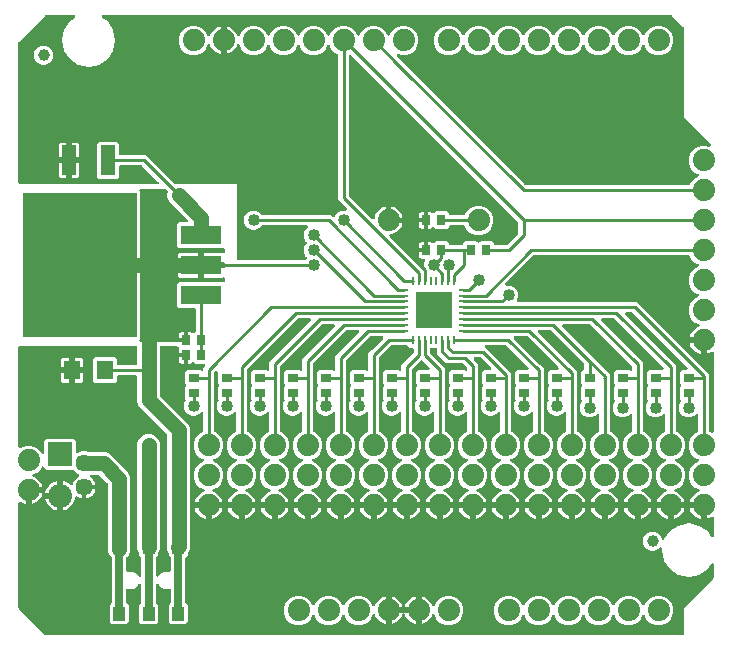
<source format=gbr>
G04 EAGLE Gerber RS-274X export*
G75*
%MOMM*%
%FSLAX34Y34*%
%LPD*%
%INTop Copper*%
%IPPOS*%
%AMOC8*
5,1,8,0,0,1.08239X$1,22.5*%
G01*
%ADD10R,0.800000X0.284600*%
%ADD11R,0.284600X0.800000*%
%ADD12R,3.150000X3.150000*%
%ADD13C,1.879600*%
%ADD14R,0.700000X0.900000*%
%ADD15R,9.750000X12.200000*%
%ADD16R,3.500000X1.600000*%
%ADD17R,1.200000X2.500000*%
%ADD18R,1.400000X1.600000*%
%ADD19R,1.000000X1.150000*%
%ADD20R,2.032000X2.032000*%
%ADD21C,2.032000*%
%ADD22C,1.447800*%
%ADD23R,0.900000X0.700000*%
%ADD24C,1.000000*%
%ADD25C,0.254000*%
%ADD26C,1.270000*%
%ADD27C,0.635000*%
%ADD28C,1.016000*%
%ADD29C,0.762000*%

G36*
X566284Y4080D02*
X566284Y4080D01*
X566403Y4087D01*
X566441Y4100D01*
X566482Y4105D01*
X566592Y4148D01*
X566705Y4185D01*
X566740Y4207D01*
X566777Y4222D01*
X566873Y4291D01*
X566974Y4355D01*
X567002Y4385D01*
X567035Y4408D01*
X567111Y4500D01*
X567192Y4587D01*
X567212Y4622D01*
X567237Y4653D01*
X567288Y4761D01*
X567346Y4865D01*
X567356Y4905D01*
X567373Y4941D01*
X567395Y5058D01*
X567425Y5173D01*
X567429Y5233D01*
X567433Y5253D01*
X567431Y5274D01*
X567435Y5334D01*
X567435Y27084D01*
X592464Y52112D01*
X592524Y52190D01*
X592592Y52262D01*
X592621Y52315D01*
X592658Y52363D01*
X592698Y52454D01*
X592746Y52541D01*
X592761Y52599D01*
X592785Y52655D01*
X592800Y52753D01*
X592825Y52849D01*
X592831Y52949D01*
X592835Y52969D01*
X592833Y52981D01*
X592835Y53009D01*
X592835Y63857D01*
X592822Y63960D01*
X592818Y64065D01*
X592802Y64118D01*
X592795Y64172D01*
X592757Y64269D01*
X592727Y64370D01*
X592699Y64417D01*
X592678Y64468D01*
X592617Y64553D01*
X592563Y64642D01*
X592524Y64681D01*
X592492Y64725D01*
X592411Y64792D01*
X592337Y64865D01*
X592289Y64893D01*
X592247Y64928D01*
X592152Y64973D01*
X592062Y65025D01*
X592009Y65040D01*
X591959Y65064D01*
X591856Y65083D01*
X591756Y65112D01*
X591701Y65113D01*
X591647Y65124D01*
X591542Y65117D01*
X591438Y65120D01*
X591384Y65107D01*
X591329Y65104D01*
X591230Y65072D01*
X591128Y65048D01*
X591079Y65023D01*
X591027Y65006D01*
X590938Y64950D01*
X590846Y64902D01*
X590804Y64865D01*
X590758Y64836D01*
X590686Y64760D01*
X590608Y64690D01*
X590555Y64620D01*
X590540Y64604D01*
X590533Y64591D01*
X590511Y64562D01*
X587558Y60142D01*
X580190Y55220D01*
X571500Y53491D01*
X562810Y55220D01*
X555442Y60142D01*
X550520Y67510D01*
X548791Y76200D01*
X548970Y77100D01*
X548978Y77204D01*
X548994Y77307D01*
X548989Y77362D01*
X548993Y77417D01*
X548974Y77520D01*
X548964Y77624D01*
X548945Y77676D01*
X548936Y77730D01*
X548892Y77825D01*
X548857Y77923D01*
X548826Y77969D01*
X548802Y78019D01*
X548737Y78100D01*
X548678Y78186D01*
X548637Y78223D01*
X548602Y78266D01*
X548518Y78328D01*
X548439Y78397D01*
X548390Y78422D01*
X548346Y78455D01*
X548249Y78494D01*
X548156Y78542D01*
X548103Y78554D01*
X548051Y78574D01*
X547948Y78588D01*
X547846Y78611D01*
X547791Y78610D01*
X547736Y78617D01*
X547632Y78605D01*
X547528Y78602D01*
X547475Y78586D01*
X547420Y78580D01*
X547323Y78542D01*
X547223Y78513D01*
X547175Y78485D01*
X547124Y78465D01*
X547039Y78405D01*
X546949Y78352D01*
X546882Y78293D01*
X546865Y78281D01*
X546855Y78269D01*
X546828Y78245D01*
X545579Y76997D01*
X542621Y75771D01*
X539419Y75771D01*
X536461Y76997D01*
X534197Y79261D01*
X532971Y82219D01*
X532971Y85421D01*
X534197Y88379D01*
X536461Y90643D01*
X539419Y91869D01*
X542621Y91869D01*
X545579Y90643D01*
X547843Y88379D01*
X548851Y85947D01*
X548858Y85934D01*
X548863Y85920D01*
X548937Y85796D01*
X549009Y85670D01*
X549019Y85660D01*
X549026Y85647D01*
X549129Y85546D01*
X549230Y85442D01*
X549242Y85434D01*
X549253Y85424D01*
X549378Y85351D01*
X549501Y85276D01*
X549515Y85271D01*
X549528Y85264D01*
X549667Y85225D01*
X549805Y85182D01*
X549820Y85181D01*
X549834Y85177D01*
X549979Y85174D01*
X550123Y85167D01*
X550137Y85170D01*
X550152Y85170D01*
X550292Y85202D01*
X550434Y85231D01*
X550447Y85238D01*
X550462Y85241D01*
X550589Y85307D01*
X550720Y85371D01*
X550731Y85381D01*
X550744Y85387D01*
X550852Y85483D01*
X550962Y85577D01*
X550970Y85589D01*
X550981Y85599D01*
X551079Y85727D01*
X555442Y92258D01*
X562810Y97180D01*
X571500Y98909D01*
X580190Y97180D01*
X587558Y92258D01*
X590511Y87838D01*
X590579Y87759D01*
X590640Y87675D01*
X590683Y87639D01*
X590719Y87598D01*
X590805Y87538D01*
X590885Y87472D01*
X590935Y87448D01*
X590981Y87417D01*
X591079Y87381D01*
X591173Y87336D01*
X591227Y87326D01*
X591279Y87307D01*
X591383Y87296D01*
X591486Y87276D01*
X591541Y87280D01*
X591595Y87274D01*
X591699Y87290D01*
X591803Y87296D01*
X591855Y87313D01*
X591910Y87321D01*
X592006Y87362D01*
X592105Y87394D01*
X592152Y87424D01*
X592203Y87445D01*
X592286Y87508D01*
X592374Y87564D01*
X592412Y87605D01*
X592456Y87638D01*
X592521Y87720D01*
X592592Y87796D01*
X592619Y87844D01*
X592653Y87888D01*
X592695Y87983D01*
X592746Y88074D01*
X592759Y88128D01*
X592782Y88178D01*
X592799Y88281D01*
X592825Y88382D01*
X592831Y88471D01*
X592834Y88492D01*
X592833Y88507D01*
X592835Y88543D01*
X592835Y103326D01*
X592830Y103365D01*
X592833Y103405D01*
X592810Y103523D01*
X592795Y103641D01*
X592781Y103678D01*
X592773Y103717D01*
X592722Y103826D01*
X592678Y103937D01*
X592655Y103969D01*
X592638Y104005D01*
X592562Y104097D01*
X592492Y104194D01*
X592461Y104220D01*
X592436Y104250D01*
X592339Y104321D01*
X592247Y104397D01*
X592211Y104414D01*
X592178Y104438D01*
X592067Y104482D01*
X591959Y104533D01*
X591920Y104540D01*
X591883Y104555D01*
X591764Y104570D01*
X591647Y104592D01*
X591607Y104590D01*
X591567Y104595D01*
X591448Y104580D01*
X591329Y104573D01*
X591291Y104560D01*
X591252Y104555D01*
X591140Y104512D01*
X591027Y104475D01*
X590993Y104453D01*
X590956Y104439D01*
X590820Y104353D01*
X590457Y104089D01*
X588783Y103236D01*
X586996Y102655D01*
X586739Y102615D01*
X586739Y113030D01*
X586724Y113148D01*
X586717Y113267D01*
X586704Y113305D01*
X586699Y113345D01*
X586656Y113456D01*
X586619Y113569D01*
X586597Y113603D01*
X586582Y113641D01*
X586512Y113737D01*
X586449Y113838D01*
X586419Y113866D01*
X586395Y113898D01*
X586304Y113974D01*
X586217Y114056D01*
X586182Y114075D01*
X586151Y114101D01*
X586043Y114152D01*
X585939Y114209D01*
X585899Y114220D01*
X585863Y114237D01*
X585746Y114259D01*
X585631Y114289D01*
X585570Y114293D01*
X585550Y114297D01*
X585530Y114295D01*
X585470Y114299D01*
X584199Y114299D01*
X584199Y115570D01*
X584184Y115688D01*
X584177Y115807D01*
X584164Y115845D01*
X584159Y115885D01*
X584115Y115996D01*
X584079Y116109D01*
X584057Y116144D01*
X584042Y116181D01*
X583972Y116277D01*
X583909Y116378D01*
X583879Y116406D01*
X583855Y116439D01*
X583764Y116514D01*
X583677Y116596D01*
X583642Y116616D01*
X583610Y116641D01*
X583503Y116692D01*
X583398Y116750D01*
X583359Y116760D01*
X583323Y116777D01*
X583206Y116799D01*
X583091Y116829D01*
X583030Y116833D01*
X583010Y116837D01*
X582990Y116835D01*
X582930Y116839D01*
X572515Y116839D01*
X572555Y117096D01*
X573136Y118883D01*
X573989Y120557D01*
X575094Y122078D01*
X576422Y123406D01*
X577943Y124511D01*
X579617Y125364D01*
X580082Y125515D01*
X580109Y125528D01*
X580138Y125535D01*
X580252Y125595D01*
X580370Y125650D01*
X580393Y125669D01*
X580419Y125683D01*
X580515Y125770D01*
X580615Y125853D01*
X580632Y125877D01*
X580654Y125897D01*
X580726Y126006D01*
X580802Y126110D01*
X580813Y126138D01*
X580829Y126163D01*
X580871Y126286D01*
X580919Y126406D01*
X580923Y126436D01*
X580932Y126464D01*
X580943Y126593D01*
X580959Y126721D01*
X580955Y126751D01*
X580958Y126781D01*
X580935Y126909D01*
X580919Y127037D01*
X580908Y127065D01*
X580903Y127094D01*
X580850Y127212D01*
X580802Y127333D01*
X580785Y127357D01*
X580773Y127384D01*
X580692Y127485D01*
X580616Y127590D01*
X580593Y127609D01*
X580574Y127633D01*
X580470Y127711D01*
X580371Y127793D01*
X580344Y127806D01*
X580320Y127824D01*
X580175Y127895D01*
X577150Y129148D01*
X573648Y132650D01*
X571753Y137224D01*
X571753Y142176D01*
X573648Y146750D01*
X577150Y150252D01*
X579505Y151227D01*
X579625Y151296D01*
X579748Y151361D01*
X579763Y151375D01*
X579781Y151385D01*
X579881Y151482D01*
X579984Y151575D01*
X579995Y151592D01*
X580009Y151606D01*
X580082Y151724D01*
X580158Y151841D01*
X580165Y151860D01*
X580176Y151877D01*
X580216Y152010D01*
X580262Y152142D01*
X580263Y152162D01*
X580269Y152181D01*
X580276Y152320D01*
X580287Y152459D01*
X580283Y152479D01*
X580284Y152499D01*
X580256Y152635D01*
X580232Y152772D01*
X580224Y152791D01*
X580220Y152810D01*
X580159Y152935D01*
X580102Y153062D01*
X580089Y153078D01*
X580080Y153096D01*
X579990Y153202D01*
X579903Y153310D01*
X579887Y153323D01*
X579874Y153338D01*
X579760Y153418D01*
X579649Y153502D01*
X579624Y153514D01*
X579614Y153521D01*
X579595Y153528D01*
X579505Y153573D01*
X577150Y154548D01*
X573648Y158050D01*
X571753Y162624D01*
X571753Y167576D01*
X573648Y172150D01*
X577150Y175652D01*
X579098Y176459D01*
X579123Y176473D01*
X579151Y176483D01*
X579261Y176552D01*
X579374Y176616D01*
X579395Y176637D01*
X579420Y176653D01*
X579509Y176747D01*
X579602Y176838D01*
X579618Y176863D01*
X579638Y176884D01*
X579701Y176998D01*
X579769Y177109D01*
X579777Y177137D01*
X579792Y177163D01*
X579824Y177289D01*
X579862Y177413D01*
X579864Y177442D01*
X579871Y177471D01*
X579881Y177631D01*
X579881Y190671D01*
X579864Y190809D01*
X579863Y190822D01*
X579859Y190881D01*
X579856Y190890D01*
X579851Y190948D01*
X579844Y190967D01*
X579841Y190987D01*
X579790Y191116D01*
X579743Y191247D01*
X579732Y191264D01*
X579724Y191282D01*
X579643Y191395D01*
X579565Y191510D01*
X579549Y191523D01*
X579538Y191540D01*
X579430Y191629D01*
X579326Y191721D01*
X579308Y191730D01*
X579293Y191743D01*
X579167Y191802D01*
X579043Y191865D01*
X579023Y191870D01*
X579005Y191878D01*
X578868Y191904D01*
X578733Y191935D01*
X578712Y191934D01*
X578693Y191938D01*
X578554Y191929D01*
X578415Y191925D01*
X578395Y191919D01*
X578375Y191918D01*
X578243Y191875D01*
X578109Y191837D01*
X578092Y191826D01*
X578073Y191820D01*
X577955Y191746D01*
X577835Y191675D01*
X577814Y191657D01*
X577804Y191650D01*
X577790Y191635D01*
X577715Y191569D01*
X576105Y189959D01*
X573117Y188721D01*
X569883Y188721D01*
X566895Y189959D01*
X564609Y192245D01*
X563371Y195233D01*
X563371Y198467D01*
X564609Y201455D01*
X564974Y201820D01*
X565047Y201914D01*
X565126Y202003D01*
X565144Y202039D01*
X565169Y202071D01*
X565216Y202180D01*
X565270Y202286D01*
X565279Y202326D01*
X565295Y202363D01*
X565314Y202481D01*
X565340Y202596D01*
X565339Y202637D01*
X565345Y202677D01*
X565334Y202795D01*
X565330Y202914D01*
X565319Y202953D01*
X565315Y202993D01*
X565275Y203105D01*
X565242Y203220D01*
X565221Y203255D01*
X565208Y203293D01*
X565141Y203391D01*
X565080Y203494D01*
X565040Y203539D01*
X565029Y203556D01*
X565014Y203569D01*
X564974Y203615D01*
X563951Y204637D01*
X563951Y214163D01*
X564791Y215003D01*
X564864Y215097D01*
X564943Y215186D01*
X564961Y215222D01*
X564986Y215254D01*
X565033Y215363D01*
X565087Y215469D01*
X565096Y215508D01*
X565112Y215546D01*
X565131Y215663D01*
X565157Y215779D01*
X565156Y215820D01*
X565162Y215860D01*
X565151Y215978D01*
X565147Y216097D01*
X565136Y216136D01*
X565132Y216176D01*
X565092Y216288D01*
X565059Y216403D01*
X565038Y216438D01*
X565025Y216476D01*
X564958Y216574D01*
X564897Y216677D01*
X564858Y216722D01*
X564846Y216739D01*
X564831Y216752D01*
X564791Y216798D01*
X563951Y217637D01*
X563951Y227163D01*
X565737Y228949D01*
X569599Y228949D01*
X569737Y228966D01*
X569876Y228979D01*
X569895Y228986D01*
X569915Y228989D01*
X570044Y229040D01*
X570175Y229087D01*
X570192Y229098D01*
X570211Y229106D01*
X570323Y229187D01*
X570438Y229265D01*
X570452Y229281D01*
X570468Y229292D01*
X570557Y229400D01*
X570649Y229504D01*
X570658Y229522D01*
X570671Y229537D01*
X570730Y229663D01*
X570793Y229787D01*
X570798Y229807D01*
X570806Y229825D01*
X570832Y229961D01*
X570863Y230097D01*
X570862Y230118D01*
X570866Y230137D01*
X570857Y230276D01*
X570853Y230415D01*
X570848Y230435D01*
X570846Y230455D01*
X570804Y230587D01*
X570765Y230721D01*
X570755Y230738D01*
X570748Y230757D01*
X570674Y230875D01*
X570603Y230995D01*
X570585Y231016D01*
X570578Y231026D01*
X570563Y231040D01*
X570497Y231115D01*
X524403Y277210D01*
X524325Y277270D01*
X524252Y277338D01*
X524199Y277367D01*
X524152Y277404D01*
X524061Y277444D01*
X523974Y277492D01*
X523915Y277507D01*
X523860Y277531D01*
X523762Y277546D01*
X523666Y277571D01*
X523566Y277577D01*
X523546Y277581D01*
X523533Y277579D01*
X523505Y277581D01*
X518991Y277581D01*
X518853Y277564D01*
X518714Y277551D01*
X518695Y277544D01*
X518675Y277541D01*
X518546Y277490D01*
X518415Y277443D01*
X518398Y277432D01*
X518379Y277424D01*
X518267Y277343D01*
X518152Y277265D01*
X518138Y277249D01*
X518122Y277238D01*
X518033Y277130D01*
X517941Y277026D01*
X517932Y277008D01*
X517919Y276993D01*
X517860Y276867D01*
X517797Y276743D01*
X517792Y276723D01*
X517784Y276705D01*
X517758Y276569D01*
X517727Y276433D01*
X517728Y276412D01*
X517724Y276393D01*
X517733Y276254D01*
X517737Y276115D01*
X517742Y276095D01*
X517744Y276075D01*
X517786Y275943D01*
X517825Y275809D01*
X517835Y275792D01*
X517842Y275773D01*
X517916Y275655D01*
X517987Y275535D01*
X518005Y275514D01*
X518012Y275504D01*
X518027Y275490D01*
X518093Y275415D01*
X560579Y232929D01*
X560579Y177631D01*
X560582Y177602D01*
X560580Y177573D01*
X560602Y177445D01*
X560619Y177316D01*
X560629Y177289D01*
X560634Y177259D01*
X560688Y177141D01*
X560736Y177020D01*
X560753Y176996D01*
X560765Y176969D01*
X560846Y176868D01*
X560922Y176763D01*
X560945Y176744D01*
X560964Y176721D01*
X561067Y176643D01*
X561167Y176560D01*
X561194Y176547D01*
X561218Y176530D01*
X561362Y176459D01*
X563310Y175652D01*
X566812Y172150D01*
X568707Y167576D01*
X568707Y162624D01*
X566812Y158050D01*
X563310Y154548D01*
X560955Y153573D01*
X560835Y153504D01*
X560712Y153439D01*
X560697Y153425D01*
X560679Y153415D01*
X560579Y153318D01*
X560476Y153225D01*
X560465Y153208D01*
X560451Y153194D01*
X560378Y153075D01*
X560302Y152959D01*
X560295Y152940D01*
X560284Y152923D01*
X560244Y152790D01*
X560198Y152658D01*
X560197Y152638D01*
X560191Y152619D01*
X560184Y152480D01*
X560173Y152341D01*
X560177Y152321D01*
X560176Y152301D01*
X560204Y152165D01*
X560228Y152028D01*
X560236Y152009D01*
X560240Y151990D01*
X560301Y151864D01*
X560358Y151738D01*
X560371Y151722D01*
X560380Y151704D01*
X560470Y151598D01*
X560557Y151490D01*
X560573Y151477D01*
X560586Y151462D01*
X560700Y151382D01*
X560811Y151298D01*
X560836Y151286D01*
X560846Y151279D01*
X560865Y151272D01*
X560955Y151227D01*
X563310Y150252D01*
X566812Y146750D01*
X568707Y142176D01*
X568707Y137224D01*
X566812Y132650D01*
X563310Y129148D01*
X560285Y127895D01*
X560259Y127880D01*
X560230Y127871D01*
X560121Y127801D01*
X560008Y127737D01*
X559987Y127716D01*
X559962Y127700D01*
X559873Y127606D01*
X559780Y127516D01*
X559764Y127490D01*
X559744Y127469D01*
X559681Y127355D01*
X559614Y127245D01*
X559605Y127216D01*
X559591Y127190D01*
X559558Y127065D01*
X559520Y126941D01*
X559519Y126911D01*
X559511Y126882D01*
X559511Y126752D01*
X559505Y126623D01*
X559511Y126594D01*
X559511Y126564D01*
X559543Y126439D01*
X559569Y126312D01*
X559582Y126285D01*
X559590Y126256D01*
X559652Y126143D01*
X559709Y126026D01*
X559728Y126003D01*
X559743Y125977D01*
X559831Y125883D01*
X559915Y125784D01*
X559940Y125767D01*
X559960Y125745D01*
X560069Y125676D01*
X560175Y125601D01*
X560203Y125590D01*
X560229Y125574D01*
X560378Y125515D01*
X560843Y125364D01*
X562517Y124511D01*
X564038Y123406D01*
X565366Y122078D01*
X566471Y120557D01*
X567324Y118883D01*
X567905Y117096D01*
X567945Y116839D01*
X557530Y116839D01*
X557412Y116824D01*
X557293Y116817D01*
X557255Y116804D01*
X557215Y116799D01*
X557104Y116756D01*
X556991Y116719D01*
X556957Y116697D01*
X556919Y116682D01*
X556823Y116612D01*
X556722Y116549D01*
X556694Y116519D01*
X556662Y116495D01*
X556586Y116404D01*
X556504Y116317D01*
X556485Y116282D01*
X556459Y116251D01*
X556408Y116143D01*
X556351Y116039D01*
X556340Y115999D01*
X556323Y115963D01*
X556301Y115846D01*
X556271Y115731D01*
X556267Y115670D01*
X556263Y115650D01*
X556265Y115630D01*
X556261Y115570D01*
X556261Y114299D01*
X556259Y114299D01*
X556259Y115570D01*
X556244Y115688D01*
X556237Y115807D01*
X556224Y115845D01*
X556219Y115885D01*
X556175Y115996D01*
X556139Y116109D01*
X556117Y116144D01*
X556102Y116181D01*
X556032Y116277D01*
X555969Y116378D01*
X555939Y116406D01*
X555915Y116439D01*
X555824Y116514D01*
X555737Y116596D01*
X555702Y116616D01*
X555670Y116641D01*
X555563Y116692D01*
X555458Y116750D01*
X555419Y116760D01*
X555383Y116777D01*
X555266Y116799D01*
X555151Y116829D01*
X555090Y116833D01*
X555070Y116837D01*
X555050Y116835D01*
X554990Y116839D01*
X544575Y116839D01*
X544615Y117096D01*
X545196Y118883D01*
X546049Y120557D01*
X547154Y122078D01*
X548482Y123406D01*
X550003Y124511D01*
X551677Y125364D01*
X552142Y125515D01*
X552169Y125528D01*
X552198Y125535D01*
X552312Y125595D01*
X552430Y125650D01*
X552453Y125669D01*
X552479Y125683D01*
X552575Y125770D01*
X552675Y125853D01*
X552692Y125877D01*
X552714Y125897D01*
X552786Y126006D01*
X552862Y126110D01*
X552873Y126138D01*
X552889Y126163D01*
X552931Y126286D01*
X552979Y126406D01*
X552983Y126436D01*
X552992Y126464D01*
X553003Y126593D01*
X553019Y126721D01*
X553015Y126751D01*
X553018Y126781D01*
X552995Y126909D01*
X552979Y127037D01*
X552968Y127065D01*
X552963Y127094D01*
X552910Y127212D01*
X552862Y127333D01*
X552845Y127357D01*
X552833Y127384D01*
X552752Y127485D01*
X552676Y127590D01*
X552653Y127609D01*
X552634Y127633D01*
X552530Y127711D01*
X552431Y127793D01*
X552404Y127806D01*
X552380Y127824D01*
X552235Y127895D01*
X549210Y129148D01*
X545708Y132650D01*
X543813Y137224D01*
X543813Y142176D01*
X545708Y146750D01*
X549210Y150252D01*
X551565Y151227D01*
X551685Y151296D01*
X551808Y151361D01*
X551823Y151375D01*
X551841Y151385D01*
X551941Y151482D01*
X552044Y151575D01*
X552055Y151592D01*
X552069Y151606D01*
X552142Y151724D01*
X552218Y151841D01*
X552225Y151860D01*
X552236Y151877D01*
X552276Y152010D01*
X552322Y152142D01*
X552323Y152162D01*
X552329Y152181D01*
X552336Y152320D01*
X552347Y152459D01*
X552343Y152479D01*
X552344Y152499D01*
X552316Y152635D01*
X552292Y152772D01*
X552284Y152791D01*
X552280Y152810D01*
X552219Y152935D01*
X552162Y153062D01*
X552149Y153078D01*
X552140Y153096D01*
X552050Y153202D01*
X551963Y153310D01*
X551947Y153323D01*
X551934Y153338D01*
X551820Y153418D01*
X551709Y153502D01*
X551684Y153514D01*
X551674Y153521D01*
X551655Y153528D01*
X551565Y153573D01*
X549210Y154548D01*
X545708Y158050D01*
X543813Y162624D01*
X543813Y167576D01*
X545708Y172150D01*
X549210Y175652D01*
X551158Y176459D01*
X551183Y176473D01*
X551211Y176483D01*
X551321Y176552D01*
X551434Y176616D01*
X551455Y176637D01*
X551480Y176653D01*
X551569Y176747D01*
X551662Y176838D01*
X551678Y176863D01*
X551698Y176884D01*
X551761Y176998D01*
X551829Y177109D01*
X551837Y177137D01*
X551852Y177163D01*
X551884Y177289D01*
X551922Y177413D01*
X551924Y177442D01*
X551931Y177471D01*
X551941Y177631D01*
X551941Y190671D01*
X551924Y190809D01*
X551923Y190822D01*
X551919Y190881D01*
X551916Y190890D01*
X551911Y190948D01*
X551904Y190967D01*
X551901Y190987D01*
X551850Y191116D01*
X551803Y191247D01*
X551792Y191264D01*
X551784Y191282D01*
X551703Y191395D01*
X551625Y191510D01*
X551609Y191523D01*
X551598Y191540D01*
X551490Y191629D01*
X551386Y191721D01*
X551368Y191730D01*
X551353Y191743D01*
X551227Y191802D01*
X551103Y191865D01*
X551083Y191870D01*
X551065Y191878D01*
X550928Y191904D01*
X550793Y191935D01*
X550772Y191934D01*
X550753Y191938D01*
X550614Y191929D01*
X550475Y191925D01*
X550455Y191919D01*
X550435Y191918D01*
X550303Y191875D01*
X550169Y191837D01*
X550152Y191826D01*
X550133Y191820D01*
X550015Y191746D01*
X549895Y191675D01*
X549874Y191657D01*
X549864Y191650D01*
X549850Y191635D01*
X549775Y191569D01*
X548165Y189959D01*
X545177Y188721D01*
X541943Y188721D01*
X538955Y189959D01*
X536669Y192245D01*
X535431Y195233D01*
X535431Y198467D01*
X536669Y201455D01*
X537034Y201820D01*
X537107Y201914D01*
X537186Y202003D01*
X537204Y202039D01*
X537229Y202071D01*
X537276Y202180D01*
X537330Y202286D01*
X537339Y202326D01*
X537355Y202363D01*
X537374Y202481D01*
X537400Y202596D01*
X537399Y202637D01*
X537405Y202677D01*
X537394Y202795D01*
X537390Y202914D01*
X537379Y202953D01*
X537375Y202993D01*
X537335Y203105D01*
X537302Y203220D01*
X537281Y203255D01*
X537268Y203293D01*
X537201Y203391D01*
X537140Y203494D01*
X537100Y203539D01*
X537089Y203556D01*
X537074Y203569D01*
X537034Y203615D01*
X536011Y204637D01*
X536011Y214163D01*
X536851Y215003D01*
X536924Y215097D01*
X537003Y215186D01*
X537021Y215222D01*
X537046Y215254D01*
X537093Y215363D01*
X537147Y215469D01*
X537156Y215508D01*
X537172Y215546D01*
X537191Y215663D01*
X537217Y215779D01*
X537216Y215820D01*
X537222Y215860D01*
X537211Y215978D01*
X537207Y216097D01*
X537196Y216136D01*
X537192Y216176D01*
X537152Y216288D01*
X537119Y216403D01*
X537098Y216438D01*
X537085Y216476D01*
X537018Y216574D01*
X536957Y216677D01*
X536918Y216722D01*
X536906Y216739D01*
X536891Y216752D01*
X536851Y216798D01*
X536011Y217637D01*
X536011Y227163D01*
X537797Y228949D01*
X549279Y228949D01*
X549417Y228966D01*
X549556Y228979D01*
X549575Y228986D01*
X549595Y228989D01*
X549724Y229040D01*
X549855Y229087D01*
X549872Y229098D01*
X549891Y229106D01*
X550003Y229187D01*
X550118Y229265D01*
X550132Y229281D01*
X550148Y229292D01*
X550237Y229400D01*
X550329Y229504D01*
X550338Y229522D01*
X550351Y229537D01*
X550410Y229663D01*
X550473Y229787D01*
X550478Y229807D01*
X550486Y229825D01*
X550512Y229961D01*
X550543Y230097D01*
X550542Y230118D01*
X550546Y230137D01*
X550537Y230276D01*
X550533Y230415D01*
X550528Y230435D01*
X550526Y230455D01*
X550484Y230587D01*
X550445Y230721D01*
X550435Y230738D01*
X550428Y230757D01*
X550354Y230875D01*
X550283Y230995D01*
X550265Y231016D01*
X550258Y231026D01*
X550243Y231040D01*
X550177Y231115D01*
X509083Y272210D01*
X509005Y272270D01*
X508932Y272338D01*
X508879Y272367D01*
X508832Y272404D01*
X508741Y272444D01*
X508654Y272492D01*
X508595Y272507D01*
X508540Y272531D01*
X508442Y272546D01*
X508346Y272571D01*
X508246Y272577D01*
X508226Y272581D01*
X508213Y272579D01*
X508185Y272581D01*
X498591Y272581D01*
X498453Y272564D01*
X498314Y272551D01*
X498295Y272544D01*
X498275Y272541D01*
X498146Y272490D01*
X498015Y272443D01*
X497998Y272432D01*
X497979Y272424D01*
X497867Y272343D01*
X497752Y272265D01*
X497738Y272249D01*
X497722Y272238D01*
X497633Y272130D01*
X497541Y272026D01*
X497532Y272008D01*
X497519Y271993D01*
X497460Y271867D01*
X497397Y271743D01*
X497392Y271723D01*
X497384Y271705D01*
X497358Y271569D01*
X497327Y271433D01*
X497328Y271412D01*
X497324Y271393D01*
X497333Y271254D01*
X497337Y271115D01*
X497342Y271095D01*
X497344Y271075D01*
X497386Y270943D01*
X497425Y270809D01*
X497435Y270792D01*
X497442Y270773D01*
X497516Y270655D01*
X497587Y270535D01*
X497605Y270514D01*
X497612Y270504D01*
X497627Y270490D01*
X497693Y270415D01*
X532639Y235469D01*
X532639Y177631D01*
X532642Y177602D01*
X532640Y177573D01*
X532662Y177445D01*
X532679Y177316D01*
X532689Y177289D01*
X532694Y177259D01*
X532748Y177141D01*
X532796Y177020D01*
X532813Y176996D01*
X532825Y176969D01*
X532906Y176868D01*
X532982Y176763D01*
X533005Y176744D01*
X533024Y176721D01*
X533127Y176643D01*
X533227Y176560D01*
X533254Y176547D01*
X533278Y176530D01*
X533422Y176459D01*
X535370Y175652D01*
X538872Y172150D01*
X540767Y167576D01*
X540767Y162624D01*
X538872Y158050D01*
X535370Y154548D01*
X533015Y153573D01*
X532895Y153504D01*
X532772Y153439D01*
X532757Y153425D01*
X532739Y153415D01*
X532639Y153318D01*
X532536Y153225D01*
X532525Y153208D01*
X532511Y153194D01*
X532438Y153075D01*
X532362Y152959D01*
X532355Y152940D01*
X532344Y152923D01*
X532303Y152790D01*
X532258Y152658D01*
X532257Y152638D01*
X532251Y152619D01*
X532244Y152480D01*
X532233Y152341D01*
X532237Y152321D01*
X532236Y152301D01*
X532264Y152165D01*
X532288Y152028D01*
X532296Y152009D01*
X532300Y151990D01*
X532361Y151864D01*
X532418Y151738D01*
X532431Y151722D01*
X532440Y151704D01*
X532530Y151598D01*
X532617Y151490D01*
X532633Y151477D01*
X532646Y151462D01*
X532760Y151382D01*
X532871Y151298D01*
X532896Y151286D01*
X532906Y151279D01*
X532925Y151272D01*
X533015Y151227D01*
X535371Y150252D01*
X538872Y146750D01*
X540767Y142176D01*
X540767Y137224D01*
X538872Y132650D01*
X535370Y129148D01*
X532345Y127895D01*
X532319Y127880D01*
X532290Y127871D01*
X532181Y127801D01*
X532068Y127737D01*
X532047Y127716D01*
X532022Y127701D01*
X531933Y127606D01*
X531840Y127516D01*
X531824Y127491D01*
X531804Y127469D01*
X531741Y127355D01*
X531674Y127245D01*
X531665Y127216D01*
X531651Y127190D01*
X531618Y127065D01*
X531580Y126941D01*
X531579Y126911D01*
X531571Y126882D01*
X531571Y126753D01*
X531565Y126623D01*
X531571Y126594D01*
X531571Y126564D01*
X531603Y126439D01*
X531629Y126312D01*
X531642Y126285D01*
X531650Y126256D01*
X531712Y126143D01*
X531769Y126026D01*
X531788Y126003D01*
X531803Y125977D01*
X531891Y125883D01*
X531975Y125784D01*
X532000Y125767D01*
X532020Y125745D01*
X532129Y125676D01*
X532235Y125601D01*
X532263Y125590D01*
X532288Y125574D01*
X532438Y125515D01*
X532903Y125364D01*
X534577Y124511D01*
X536098Y123406D01*
X537426Y122078D01*
X538531Y120557D01*
X539384Y118883D01*
X539965Y117096D01*
X540005Y116839D01*
X529590Y116839D01*
X529472Y116824D01*
X529353Y116817D01*
X529315Y116804D01*
X529275Y116799D01*
X529164Y116756D01*
X529051Y116719D01*
X529017Y116697D01*
X528979Y116682D01*
X528883Y116612D01*
X528782Y116549D01*
X528754Y116519D01*
X528722Y116495D01*
X528646Y116404D01*
X528564Y116317D01*
X528545Y116282D01*
X528519Y116251D01*
X528468Y116143D01*
X528411Y116039D01*
X528400Y115999D01*
X528383Y115963D01*
X528361Y115846D01*
X528331Y115731D01*
X528327Y115670D01*
X528323Y115650D01*
X528325Y115630D01*
X528321Y115570D01*
X528321Y114299D01*
X528319Y114299D01*
X528319Y115570D01*
X528304Y115688D01*
X528297Y115807D01*
X528284Y115845D01*
X528279Y115885D01*
X528235Y115996D01*
X528199Y116109D01*
X528177Y116144D01*
X528162Y116181D01*
X528092Y116277D01*
X528029Y116378D01*
X527999Y116406D01*
X527975Y116439D01*
X527884Y116514D01*
X527797Y116596D01*
X527762Y116616D01*
X527730Y116641D01*
X527623Y116692D01*
X527518Y116750D01*
X527479Y116760D01*
X527443Y116777D01*
X527326Y116799D01*
X527211Y116829D01*
X527150Y116833D01*
X527130Y116837D01*
X527110Y116835D01*
X527050Y116839D01*
X516635Y116839D01*
X516675Y117096D01*
X517256Y118883D01*
X518109Y120557D01*
X519214Y122078D01*
X520542Y123406D01*
X522063Y124511D01*
X523737Y125364D01*
X524202Y125515D01*
X524229Y125528D01*
X524258Y125535D01*
X524373Y125595D01*
X524490Y125650D01*
X524513Y125669D01*
X524539Y125683D01*
X524635Y125771D01*
X524735Y125853D01*
X524752Y125877D01*
X524774Y125897D01*
X524845Y126006D01*
X524922Y126110D01*
X524933Y126138D01*
X524949Y126163D01*
X524991Y126285D01*
X525039Y126406D01*
X525043Y126436D01*
X525052Y126464D01*
X525063Y126593D01*
X525079Y126722D01*
X525075Y126751D01*
X525078Y126781D01*
X525055Y126909D01*
X525039Y127037D01*
X525028Y127065D01*
X525023Y127094D01*
X524970Y127212D01*
X524922Y127333D01*
X524905Y127357D01*
X524893Y127384D01*
X524812Y127485D01*
X524736Y127590D01*
X524713Y127609D01*
X524694Y127633D01*
X524591Y127710D01*
X524491Y127793D01*
X524464Y127806D01*
X524440Y127824D01*
X524295Y127895D01*
X521270Y129148D01*
X517768Y132650D01*
X515873Y137224D01*
X515873Y142176D01*
X517768Y146750D01*
X521269Y150252D01*
X523625Y151227D01*
X523746Y151296D01*
X523868Y151361D01*
X523883Y151375D01*
X523901Y151385D01*
X524001Y151482D01*
X524104Y151575D01*
X524115Y151592D01*
X524129Y151606D01*
X524202Y151724D01*
X524278Y151841D01*
X524285Y151860D01*
X524296Y151877D01*
X524336Y152010D01*
X524382Y152142D01*
X524383Y152162D01*
X524389Y152181D01*
X524396Y152320D01*
X524407Y152459D01*
X524403Y152479D01*
X524404Y152499D01*
X524376Y152635D01*
X524352Y152772D01*
X524344Y152791D01*
X524340Y152810D01*
X524279Y152935D01*
X524222Y153062D01*
X524209Y153078D01*
X524200Y153096D01*
X524110Y153202D01*
X524023Y153310D01*
X524007Y153323D01*
X523994Y153338D01*
X523880Y153418D01*
X523769Y153502D01*
X523744Y153514D01*
X523734Y153521D01*
X523715Y153528D01*
X523625Y153573D01*
X521270Y154548D01*
X517768Y158050D01*
X515873Y162624D01*
X515873Y167576D01*
X517768Y172150D01*
X521270Y175652D01*
X523218Y176459D01*
X523243Y176473D01*
X523271Y176483D01*
X523381Y176552D01*
X523494Y176616D01*
X523515Y176637D01*
X523540Y176653D01*
X523629Y176747D01*
X523722Y176838D01*
X523738Y176863D01*
X523758Y176884D01*
X523821Y176998D01*
X523889Y177109D01*
X523897Y177137D01*
X523912Y177163D01*
X523944Y177289D01*
X523982Y177413D01*
X523984Y177442D01*
X523991Y177471D01*
X524001Y177631D01*
X524001Y190671D01*
X523984Y190809D01*
X523983Y190822D01*
X523979Y190881D01*
X523976Y190890D01*
X523971Y190948D01*
X523964Y190967D01*
X523961Y190987D01*
X523910Y191116D01*
X523863Y191247D01*
X523852Y191264D01*
X523844Y191282D01*
X523763Y191395D01*
X523685Y191510D01*
X523669Y191523D01*
X523658Y191540D01*
X523550Y191629D01*
X523446Y191721D01*
X523428Y191730D01*
X523413Y191743D01*
X523287Y191802D01*
X523163Y191865D01*
X523143Y191870D01*
X523125Y191878D01*
X522988Y191904D01*
X522853Y191935D01*
X522832Y191934D01*
X522813Y191938D01*
X522674Y191929D01*
X522535Y191925D01*
X522515Y191919D01*
X522495Y191918D01*
X522363Y191875D01*
X522229Y191837D01*
X522212Y191826D01*
X522193Y191820D01*
X522075Y191746D01*
X521955Y191675D01*
X521934Y191657D01*
X521924Y191650D01*
X521910Y191635D01*
X521835Y191569D01*
X520225Y189959D01*
X517237Y188721D01*
X514003Y188721D01*
X511015Y189959D01*
X508729Y192245D01*
X507491Y195233D01*
X507491Y198467D01*
X508729Y201455D01*
X509094Y201820D01*
X509167Y201914D01*
X509246Y202003D01*
X509264Y202039D01*
X509289Y202071D01*
X509336Y202180D01*
X509390Y202286D01*
X509399Y202326D01*
X509415Y202363D01*
X509434Y202481D01*
X509460Y202596D01*
X509459Y202637D01*
X509465Y202677D01*
X509454Y202795D01*
X509450Y202914D01*
X509439Y202953D01*
X509435Y202993D01*
X509395Y203105D01*
X509362Y203220D01*
X509341Y203255D01*
X509328Y203293D01*
X509261Y203391D01*
X509200Y203494D01*
X509160Y203539D01*
X509149Y203556D01*
X509134Y203569D01*
X509094Y203615D01*
X508071Y204637D01*
X508071Y214163D01*
X508911Y215003D01*
X508984Y215097D01*
X509063Y215186D01*
X509081Y215222D01*
X509106Y215254D01*
X509153Y215363D01*
X509207Y215469D01*
X509216Y215508D01*
X509232Y215546D01*
X509251Y215663D01*
X509277Y215779D01*
X509276Y215820D01*
X509282Y215860D01*
X509271Y215978D01*
X509267Y216097D01*
X509256Y216136D01*
X509252Y216176D01*
X509212Y216288D01*
X509179Y216403D01*
X509158Y216438D01*
X509145Y216476D01*
X509078Y216574D01*
X509017Y216677D01*
X508978Y216722D01*
X508966Y216739D01*
X508951Y216752D01*
X508911Y216798D01*
X508071Y217637D01*
X508071Y227163D01*
X509857Y228949D01*
X521383Y228949D01*
X521835Y228497D01*
X521944Y228412D01*
X522051Y228323D01*
X522070Y228315D01*
X522086Y228302D01*
X522214Y228247D01*
X522339Y228188D01*
X522359Y228184D01*
X522378Y228176D01*
X522516Y228154D01*
X522652Y228128D01*
X522672Y228129D01*
X522692Y228126D01*
X522831Y228139D01*
X522969Y228148D01*
X522988Y228154D01*
X523008Y228156D01*
X523139Y228203D01*
X523271Y228246D01*
X523289Y228256D01*
X523308Y228263D01*
X523422Y228341D01*
X523540Y228416D01*
X523554Y228431D01*
X523571Y228442D01*
X523663Y228546D01*
X523758Y228647D01*
X523768Y228665D01*
X523781Y228680D01*
X523844Y228804D01*
X523912Y228926D01*
X523917Y228945D01*
X523926Y228964D01*
X523956Y229099D01*
X523991Y229234D01*
X523993Y229262D01*
X523996Y229274D01*
X523995Y229294D01*
X524001Y229395D01*
X524001Y231365D01*
X523989Y231464D01*
X523986Y231563D01*
X523969Y231621D01*
X523961Y231681D01*
X523925Y231773D01*
X523897Y231868D01*
X523867Y231920D01*
X523844Y231977D01*
X523786Y232057D01*
X523736Y232142D01*
X523670Y232217D01*
X523658Y232234D01*
X523648Y232242D01*
X523630Y232263D01*
X488683Y267210D01*
X488605Y267270D01*
X488532Y267338D01*
X488479Y267367D01*
X488432Y267404D01*
X488341Y267444D01*
X488254Y267492D01*
X488195Y267507D01*
X488140Y267531D01*
X488042Y267546D01*
X487946Y267571D01*
X487846Y267577D01*
X487826Y267581D01*
X487813Y267579D01*
X487785Y267581D01*
X465491Y267581D01*
X465353Y267564D01*
X465214Y267551D01*
X465195Y267544D01*
X465175Y267541D01*
X465046Y267490D01*
X464915Y267443D01*
X464898Y267432D01*
X464879Y267424D01*
X464767Y267343D01*
X464652Y267265D01*
X464638Y267249D01*
X464622Y267238D01*
X464533Y267130D01*
X464441Y267026D01*
X464432Y267008D01*
X464419Y266993D01*
X464360Y266867D01*
X464297Y266743D01*
X464292Y266723D01*
X464284Y266705D01*
X464258Y266569D01*
X464227Y266433D01*
X464228Y266412D01*
X464224Y266393D01*
X464233Y266254D01*
X464237Y266115D01*
X464242Y266095D01*
X464244Y266075D01*
X464286Y265943D01*
X464325Y265809D01*
X464335Y265792D01*
X464342Y265773D01*
X464416Y265655D01*
X464487Y265535D01*
X464505Y265514D01*
X464512Y265504D01*
X464527Y265490D01*
X464593Y265415D01*
X490367Y239640D01*
X493640Y236367D01*
X501797Y228210D01*
X504699Y225309D01*
X504699Y177631D01*
X504702Y177602D01*
X504700Y177573D01*
X504722Y177445D01*
X504739Y177316D01*
X504749Y177289D01*
X504754Y177259D01*
X504808Y177141D01*
X504856Y177020D01*
X504873Y176996D01*
X504885Y176969D01*
X504966Y176868D01*
X505042Y176763D01*
X505065Y176744D01*
X505084Y176721D01*
X505187Y176643D01*
X505287Y176560D01*
X505314Y176547D01*
X505338Y176530D01*
X505482Y176459D01*
X507430Y175652D01*
X510932Y172150D01*
X512827Y167576D01*
X512827Y162624D01*
X510932Y158050D01*
X507430Y154548D01*
X505075Y153573D01*
X504955Y153504D01*
X504832Y153439D01*
X504817Y153425D01*
X504799Y153415D01*
X504699Y153318D01*
X504596Y153225D01*
X504585Y153208D01*
X504571Y153194D01*
X504498Y153075D01*
X504422Y152959D01*
X504415Y152940D01*
X504404Y152923D01*
X504363Y152790D01*
X504318Y152658D01*
X504317Y152638D01*
X504311Y152619D01*
X504304Y152480D01*
X504293Y152341D01*
X504297Y152321D01*
X504296Y152301D01*
X504324Y152165D01*
X504348Y152028D01*
X504356Y152009D01*
X504360Y151990D01*
X504421Y151864D01*
X504478Y151738D01*
X504491Y151722D01*
X504500Y151704D01*
X504590Y151598D01*
X504677Y151490D01*
X504693Y151477D01*
X504706Y151462D01*
X504820Y151382D01*
X504931Y151298D01*
X504956Y151286D01*
X504966Y151279D01*
X504985Y151272D01*
X505075Y151227D01*
X507431Y150252D01*
X510932Y146750D01*
X512827Y142176D01*
X512827Y137224D01*
X510932Y132650D01*
X507430Y129148D01*
X504405Y127895D01*
X504379Y127880D01*
X504350Y127871D01*
X504241Y127801D01*
X504128Y127737D01*
X504107Y127716D01*
X504082Y127700D01*
X503993Y127606D01*
X503900Y127516D01*
X503884Y127490D01*
X503864Y127469D01*
X503801Y127355D01*
X503734Y127245D01*
X503725Y127216D01*
X503711Y127190D01*
X503678Y127065D01*
X503640Y126941D01*
X503639Y126911D01*
X503631Y126882D01*
X503631Y126752D01*
X503625Y126623D01*
X503631Y126594D01*
X503631Y126564D01*
X503663Y126439D01*
X503689Y126312D01*
X503702Y126285D01*
X503710Y126256D01*
X503772Y126143D01*
X503829Y126026D01*
X503848Y126003D01*
X503863Y125977D01*
X503951Y125883D01*
X504035Y125784D01*
X504060Y125767D01*
X504080Y125745D01*
X504189Y125676D01*
X504295Y125601D01*
X504323Y125590D01*
X504349Y125574D01*
X504498Y125515D01*
X504963Y125364D01*
X506637Y124511D01*
X508158Y123406D01*
X509486Y122078D01*
X510591Y120557D01*
X511444Y118883D01*
X512025Y117096D01*
X512065Y116839D01*
X501650Y116839D01*
X501532Y116824D01*
X501413Y116817D01*
X501375Y116804D01*
X501335Y116799D01*
X501224Y116756D01*
X501111Y116719D01*
X501077Y116697D01*
X501039Y116682D01*
X500943Y116612D01*
X500842Y116549D01*
X500814Y116519D01*
X500782Y116495D01*
X500706Y116404D01*
X500624Y116317D01*
X500605Y116282D01*
X500579Y116251D01*
X500528Y116143D01*
X500471Y116039D01*
X500460Y115999D01*
X500443Y115963D01*
X500421Y115846D01*
X500391Y115731D01*
X500387Y115670D01*
X500383Y115650D01*
X500385Y115630D01*
X500381Y115570D01*
X500381Y114299D01*
X500379Y114299D01*
X500379Y115570D01*
X500364Y115688D01*
X500357Y115807D01*
X500344Y115845D01*
X500339Y115885D01*
X500295Y115996D01*
X500259Y116109D01*
X500237Y116144D01*
X500222Y116181D01*
X500152Y116277D01*
X500089Y116378D01*
X500059Y116406D01*
X500035Y116439D01*
X499944Y116514D01*
X499857Y116596D01*
X499822Y116616D01*
X499790Y116641D01*
X499683Y116692D01*
X499578Y116750D01*
X499539Y116760D01*
X499503Y116777D01*
X499386Y116799D01*
X499271Y116829D01*
X499210Y116833D01*
X499190Y116837D01*
X499170Y116835D01*
X499110Y116839D01*
X488695Y116839D01*
X488735Y117096D01*
X489316Y118883D01*
X490169Y120557D01*
X491274Y122078D01*
X492602Y123406D01*
X494123Y124511D01*
X495797Y125364D01*
X496262Y125515D01*
X496289Y125528D01*
X496318Y125535D01*
X496432Y125595D01*
X496550Y125650D01*
X496573Y125669D01*
X496599Y125683D01*
X496695Y125770D01*
X496795Y125853D01*
X496812Y125877D01*
X496834Y125897D01*
X496906Y126006D01*
X496982Y126110D01*
X496993Y126138D01*
X497009Y126163D01*
X497051Y126286D01*
X497099Y126406D01*
X497103Y126436D01*
X497112Y126464D01*
X497123Y126593D01*
X497139Y126721D01*
X497135Y126751D01*
X497138Y126781D01*
X497115Y126909D01*
X497099Y127037D01*
X497088Y127065D01*
X497083Y127094D01*
X497030Y127212D01*
X496982Y127333D01*
X496965Y127357D01*
X496953Y127384D01*
X496872Y127485D01*
X496796Y127590D01*
X496773Y127609D01*
X496754Y127633D01*
X496650Y127711D01*
X496551Y127793D01*
X496524Y127806D01*
X496500Y127824D01*
X496355Y127895D01*
X493330Y129148D01*
X489828Y132650D01*
X487933Y137224D01*
X487933Y142176D01*
X489828Y146750D01*
X493329Y150252D01*
X495685Y151227D01*
X495806Y151296D01*
X495928Y151361D01*
X495943Y151375D01*
X495961Y151385D01*
X496061Y151482D01*
X496164Y151575D01*
X496175Y151592D01*
X496189Y151606D01*
X496262Y151724D01*
X496338Y151841D01*
X496345Y151860D01*
X496356Y151877D01*
X496396Y152010D01*
X496442Y152142D01*
X496443Y152162D01*
X496449Y152181D01*
X496456Y152320D01*
X496467Y152459D01*
X496463Y152479D01*
X496464Y152499D01*
X496436Y152635D01*
X496412Y152772D01*
X496404Y152791D01*
X496400Y152810D01*
X496339Y152935D01*
X496282Y153062D01*
X496269Y153078D01*
X496260Y153096D01*
X496170Y153202D01*
X496083Y153310D01*
X496067Y153323D01*
X496054Y153338D01*
X495940Y153418D01*
X495829Y153502D01*
X495804Y153514D01*
X495794Y153521D01*
X495775Y153528D01*
X495685Y153573D01*
X493330Y154548D01*
X489828Y158050D01*
X487933Y162624D01*
X487933Y167576D01*
X489828Y172150D01*
X493330Y175652D01*
X495278Y176459D01*
X495303Y176473D01*
X495331Y176483D01*
X495441Y176552D01*
X495554Y176616D01*
X495575Y176637D01*
X495600Y176653D01*
X495689Y176747D01*
X495782Y176838D01*
X495798Y176863D01*
X495818Y176884D01*
X495881Y176998D01*
X495949Y177109D01*
X495957Y177137D01*
X495972Y177163D01*
X496004Y177289D01*
X496042Y177413D01*
X496044Y177442D01*
X496051Y177471D01*
X496061Y177631D01*
X496061Y190671D01*
X496044Y190809D01*
X496043Y190822D01*
X496039Y190881D01*
X496036Y190890D01*
X496031Y190948D01*
X496024Y190967D01*
X496021Y190987D01*
X495970Y191116D01*
X495923Y191247D01*
X495912Y191264D01*
X495904Y191282D01*
X495823Y191395D01*
X495745Y191510D01*
X495729Y191523D01*
X495718Y191540D01*
X495610Y191629D01*
X495506Y191721D01*
X495488Y191730D01*
X495473Y191743D01*
X495347Y191802D01*
X495223Y191865D01*
X495203Y191870D01*
X495185Y191878D01*
X495048Y191904D01*
X494913Y191935D01*
X494892Y191934D01*
X494873Y191938D01*
X494734Y191929D01*
X494595Y191925D01*
X494575Y191919D01*
X494555Y191918D01*
X494423Y191875D01*
X494289Y191837D01*
X494272Y191826D01*
X494253Y191820D01*
X494135Y191746D01*
X494015Y191675D01*
X493994Y191657D01*
X493984Y191650D01*
X493970Y191635D01*
X493895Y191569D01*
X492285Y189959D01*
X489297Y188721D01*
X486063Y188721D01*
X483075Y189959D01*
X480789Y192245D01*
X479551Y195233D01*
X479551Y198467D01*
X480789Y201455D01*
X481154Y201820D01*
X481227Y201914D01*
X481306Y202003D01*
X481324Y202039D01*
X481349Y202071D01*
X481396Y202180D01*
X481450Y202286D01*
X481459Y202326D01*
X481475Y202363D01*
X481494Y202481D01*
X481520Y202596D01*
X481519Y202637D01*
X481525Y202677D01*
X481514Y202795D01*
X481510Y202914D01*
X481499Y202953D01*
X481495Y202993D01*
X481455Y203105D01*
X481422Y203220D01*
X481401Y203255D01*
X481388Y203293D01*
X481321Y203391D01*
X481260Y203494D01*
X481220Y203539D01*
X481209Y203556D01*
X481194Y203569D01*
X481154Y203615D01*
X480131Y204637D01*
X480131Y214163D01*
X480971Y215003D01*
X481044Y215097D01*
X481123Y215186D01*
X481141Y215222D01*
X481166Y215254D01*
X481213Y215363D01*
X481267Y215469D01*
X481276Y215508D01*
X481292Y215546D01*
X481311Y215663D01*
X481337Y215779D01*
X481336Y215820D01*
X481342Y215860D01*
X481331Y215978D01*
X481327Y216097D01*
X481316Y216136D01*
X481312Y216176D01*
X481272Y216288D01*
X481239Y216403D01*
X481218Y216438D01*
X481205Y216476D01*
X481138Y216574D01*
X481077Y216677D01*
X481038Y216722D01*
X481026Y216739D01*
X481011Y216752D01*
X480971Y216798D01*
X480131Y217637D01*
X480131Y227163D01*
X481917Y228949D01*
X482092Y228949D01*
X482210Y228964D01*
X482329Y228971D01*
X482367Y228984D01*
X482408Y228989D01*
X482518Y229032D01*
X482631Y229069D01*
X482666Y229091D01*
X482703Y229106D01*
X482799Y229175D01*
X482900Y229239D01*
X482928Y229269D01*
X482961Y229292D01*
X483037Y229384D01*
X483118Y229471D01*
X483138Y229506D01*
X483163Y229537D01*
X483214Y229645D01*
X483272Y229749D01*
X483282Y229789D01*
X483299Y229825D01*
X483321Y229942D01*
X483351Y230057D01*
X483355Y230117D01*
X483359Y230137D01*
X483357Y230158D01*
X483361Y230218D01*
X483361Y233905D01*
X483349Y234004D01*
X483346Y234103D01*
X483329Y234161D01*
X483321Y234221D01*
X483285Y234313D01*
X483257Y234408D01*
X483227Y234460D01*
X483204Y234517D01*
X483146Y234597D01*
X483096Y234682D01*
X483030Y234757D01*
X483018Y234774D01*
X483008Y234782D01*
X482990Y234803D01*
X455583Y262210D01*
X455505Y262270D01*
X455433Y262338D01*
X455380Y262367D01*
X455332Y262404D01*
X455241Y262444D01*
X455154Y262492D01*
X455095Y262507D01*
X455040Y262531D01*
X454942Y262546D01*
X454846Y262571D01*
X454746Y262577D01*
X454726Y262581D01*
X454713Y262579D01*
X454685Y262581D01*
X445091Y262581D01*
X444953Y262564D01*
X444814Y262551D01*
X444795Y262544D01*
X444775Y262541D01*
X444646Y262490D01*
X444515Y262443D01*
X444498Y262432D01*
X444479Y262424D01*
X444367Y262343D01*
X444252Y262265D01*
X444238Y262249D01*
X444222Y262238D01*
X444133Y262130D01*
X444041Y262026D01*
X444032Y262008D01*
X444019Y261993D01*
X443960Y261867D01*
X443897Y261743D01*
X443892Y261723D01*
X443884Y261705D01*
X443858Y261569D01*
X443827Y261433D01*
X443828Y261412D01*
X443824Y261393D01*
X443833Y261254D01*
X443837Y261115D01*
X443842Y261095D01*
X443844Y261075D01*
X443886Y260943D01*
X443925Y260809D01*
X443935Y260792D01*
X443942Y260773D01*
X444016Y260655D01*
X444087Y260535D01*
X444105Y260514D01*
X444112Y260504D01*
X444127Y260490D01*
X444193Y260415D01*
X476759Y227849D01*
X476759Y177631D01*
X476762Y177602D01*
X476760Y177573D01*
X476782Y177445D01*
X476799Y177316D01*
X476809Y177289D01*
X476814Y177259D01*
X476868Y177141D01*
X476916Y177020D01*
X476933Y176996D01*
X476945Y176969D01*
X477026Y176868D01*
X477102Y176763D01*
X477125Y176744D01*
X477144Y176721D01*
X477247Y176643D01*
X477347Y176560D01*
X477374Y176547D01*
X477398Y176530D01*
X477542Y176459D01*
X479490Y175652D01*
X482992Y172150D01*
X484887Y167576D01*
X484887Y162624D01*
X482992Y158050D01*
X479490Y154548D01*
X477135Y153573D01*
X477015Y153504D01*
X476892Y153439D01*
X476877Y153425D01*
X476859Y153415D01*
X476759Y153318D01*
X476656Y153225D01*
X476645Y153208D01*
X476631Y153194D01*
X476558Y153075D01*
X476482Y152959D01*
X476475Y152940D01*
X476464Y152923D01*
X476424Y152790D01*
X476378Y152658D01*
X476377Y152638D01*
X476371Y152619D01*
X476364Y152480D01*
X476353Y152341D01*
X476357Y152321D01*
X476356Y152301D01*
X476384Y152165D01*
X476408Y152028D01*
X476416Y152009D01*
X476420Y151990D01*
X476481Y151864D01*
X476538Y151738D01*
X476551Y151722D01*
X476560Y151704D01*
X476650Y151598D01*
X476737Y151490D01*
X476753Y151477D01*
X476766Y151462D01*
X476880Y151382D01*
X476991Y151298D01*
X477016Y151286D01*
X477026Y151279D01*
X477045Y151272D01*
X477135Y151227D01*
X479490Y150252D01*
X482992Y146750D01*
X484887Y142176D01*
X484887Y137224D01*
X482992Y132650D01*
X479490Y129148D01*
X476465Y127895D01*
X476439Y127880D01*
X476410Y127871D01*
X476301Y127801D01*
X476188Y127737D01*
X476167Y127716D01*
X476142Y127700D01*
X476053Y127606D01*
X475960Y127516D01*
X475944Y127490D01*
X475924Y127469D01*
X475861Y127355D01*
X475794Y127245D01*
X475785Y127216D01*
X475771Y127190D01*
X475738Y127065D01*
X475700Y126941D01*
X475699Y126911D01*
X475691Y126882D01*
X475691Y126752D01*
X475685Y126623D01*
X475691Y126594D01*
X475691Y126564D01*
X475723Y126439D01*
X475749Y126312D01*
X475762Y126285D01*
X475770Y126256D01*
X475832Y126143D01*
X475889Y126026D01*
X475908Y126003D01*
X475923Y125977D01*
X476011Y125883D01*
X476095Y125784D01*
X476120Y125767D01*
X476140Y125745D01*
X476249Y125676D01*
X476355Y125601D01*
X476383Y125590D01*
X476409Y125574D01*
X476558Y125515D01*
X477023Y125364D01*
X478697Y124511D01*
X480218Y123406D01*
X481546Y122078D01*
X482651Y120557D01*
X483504Y118883D01*
X484085Y117096D01*
X484125Y116839D01*
X473710Y116839D01*
X473592Y116824D01*
X473473Y116817D01*
X473435Y116804D01*
X473395Y116799D01*
X473284Y116756D01*
X473171Y116719D01*
X473137Y116697D01*
X473099Y116682D01*
X473003Y116612D01*
X472902Y116549D01*
X472874Y116519D01*
X472842Y116495D01*
X472766Y116404D01*
X472684Y116317D01*
X472665Y116282D01*
X472639Y116251D01*
X472588Y116143D01*
X472531Y116039D01*
X472520Y115999D01*
X472503Y115963D01*
X472481Y115846D01*
X472451Y115731D01*
X472447Y115670D01*
X472443Y115650D01*
X472445Y115630D01*
X472441Y115570D01*
X472441Y114299D01*
X472439Y114299D01*
X472439Y115570D01*
X472424Y115688D01*
X472417Y115807D01*
X472404Y115845D01*
X472399Y115885D01*
X472355Y115996D01*
X472319Y116109D01*
X472297Y116144D01*
X472282Y116181D01*
X472212Y116277D01*
X472149Y116378D01*
X472119Y116406D01*
X472095Y116439D01*
X472004Y116514D01*
X471917Y116596D01*
X471882Y116616D01*
X471850Y116641D01*
X471743Y116692D01*
X471638Y116750D01*
X471599Y116760D01*
X471563Y116777D01*
X471446Y116799D01*
X471331Y116829D01*
X471270Y116833D01*
X471250Y116837D01*
X471230Y116835D01*
X471170Y116839D01*
X460755Y116839D01*
X460795Y117096D01*
X461376Y118883D01*
X462229Y120557D01*
X463334Y122078D01*
X464662Y123406D01*
X466183Y124511D01*
X467857Y125364D01*
X468322Y125515D01*
X468349Y125528D01*
X468378Y125535D01*
X468492Y125595D01*
X468610Y125650D01*
X468633Y125669D01*
X468659Y125683D01*
X468755Y125770D01*
X468855Y125853D01*
X468872Y125877D01*
X468894Y125897D01*
X468966Y126006D01*
X469042Y126110D01*
X469053Y126138D01*
X469069Y126163D01*
X469111Y126286D01*
X469159Y126406D01*
X469163Y126436D01*
X469172Y126464D01*
X469183Y126593D01*
X469199Y126721D01*
X469195Y126751D01*
X469198Y126781D01*
X469175Y126909D01*
X469159Y127037D01*
X469148Y127065D01*
X469143Y127094D01*
X469090Y127212D01*
X469042Y127333D01*
X469025Y127357D01*
X469013Y127384D01*
X468932Y127485D01*
X468856Y127590D01*
X468833Y127609D01*
X468814Y127633D01*
X468710Y127711D01*
X468611Y127793D01*
X468584Y127806D01*
X468560Y127824D01*
X468415Y127895D01*
X465390Y129148D01*
X461888Y132650D01*
X459993Y137224D01*
X459993Y142176D01*
X461888Y146750D01*
X465390Y150252D01*
X467745Y151227D01*
X467865Y151296D01*
X467988Y151361D01*
X468003Y151375D01*
X468021Y151385D01*
X468121Y151482D01*
X468224Y151575D01*
X468235Y151592D01*
X468249Y151606D01*
X468322Y151724D01*
X468398Y151841D01*
X468405Y151860D01*
X468416Y151877D01*
X468456Y152010D01*
X468502Y152142D01*
X468503Y152162D01*
X468509Y152181D01*
X468516Y152320D01*
X468527Y152459D01*
X468523Y152479D01*
X468524Y152499D01*
X468496Y152635D01*
X468472Y152772D01*
X468464Y152791D01*
X468460Y152810D01*
X468399Y152935D01*
X468342Y153062D01*
X468329Y153078D01*
X468320Y153096D01*
X468230Y153202D01*
X468143Y153310D01*
X468127Y153323D01*
X468114Y153338D01*
X468000Y153418D01*
X467889Y153502D01*
X467864Y153514D01*
X467854Y153521D01*
X467835Y153528D01*
X467745Y153573D01*
X465390Y154548D01*
X461888Y158050D01*
X459993Y162624D01*
X459993Y167576D01*
X461888Y172150D01*
X465390Y175652D01*
X467338Y176459D01*
X467363Y176473D01*
X467391Y176483D01*
X467501Y176552D01*
X467614Y176616D01*
X467635Y176637D01*
X467660Y176653D01*
X467749Y176747D01*
X467842Y176838D01*
X467858Y176863D01*
X467878Y176884D01*
X467941Y176998D01*
X468009Y177109D01*
X468017Y177137D01*
X468032Y177163D01*
X468064Y177289D01*
X468102Y177413D01*
X468104Y177442D01*
X468111Y177471D01*
X468121Y177631D01*
X468121Y191941D01*
X468104Y192079D01*
X468102Y192094D01*
X468099Y192151D01*
X468096Y192159D01*
X468091Y192218D01*
X468084Y192237D01*
X468081Y192257D01*
X468030Y192386D01*
X467983Y192517D01*
X467972Y192534D01*
X467964Y192552D01*
X467883Y192665D01*
X467805Y192780D01*
X467789Y192793D01*
X467778Y192810D01*
X467670Y192899D01*
X467566Y192991D01*
X467548Y193000D01*
X467533Y193013D01*
X467407Y193072D01*
X467283Y193135D01*
X467263Y193140D01*
X467245Y193148D01*
X467108Y193174D01*
X466973Y193205D01*
X466952Y193204D01*
X466933Y193208D01*
X466794Y193199D01*
X466655Y193195D01*
X466635Y193189D01*
X466615Y193188D01*
X466483Y193145D01*
X466349Y193107D01*
X466332Y193096D01*
X466313Y193090D01*
X466195Y193016D01*
X466075Y192945D01*
X466054Y192927D01*
X466044Y192920D01*
X466030Y192905D01*
X465955Y192839D01*
X464345Y191229D01*
X461357Y189991D01*
X458123Y189991D01*
X455135Y191229D01*
X452849Y193515D01*
X451611Y196503D01*
X451611Y199737D01*
X452892Y202829D01*
X452900Y202857D01*
X452913Y202883D01*
X452942Y203010D01*
X452976Y203135D01*
X452976Y203165D01*
X452983Y203194D01*
X452979Y203323D01*
X452981Y203453D01*
X452974Y203482D01*
X452973Y203511D01*
X452937Y203636D01*
X452907Y203762D01*
X452893Y203789D01*
X452885Y203817D01*
X452819Y203929D01*
X452758Y204044D01*
X452738Y204065D01*
X452723Y204091D01*
X452617Y204212D01*
X452191Y204637D01*
X452191Y214163D01*
X453031Y215003D01*
X453104Y215097D01*
X453183Y215186D01*
X453201Y215222D01*
X453226Y215254D01*
X453273Y215363D01*
X453327Y215469D01*
X453336Y215508D01*
X453352Y215546D01*
X453371Y215663D01*
X453397Y215779D01*
X453396Y215820D01*
X453402Y215860D01*
X453391Y215978D01*
X453387Y216097D01*
X453376Y216136D01*
X453372Y216176D01*
X453332Y216288D01*
X453299Y216403D01*
X453278Y216438D01*
X453265Y216476D01*
X453198Y216574D01*
X453137Y216677D01*
X453098Y216722D01*
X453086Y216739D01*
X453071Y216752D01*
X453031Y216798D01*
X452191Y217637D01*
X452191Y227163D01*
X453977Y228949D01*
X460379Y228949D01*
X460517Y228966D01*
X460656Y228979D01*
X460675Y228986D01*
X460695Y228989D01*
X460824Y229040D01*
X460955Y229087D01*
X460972Y229098D01*
X460991Y229106D01*
X461103Y229187D01*
X461218Y229265D01*
X461232Y229281D01*
X461248Y229292D01*
X461337Y229400D01*
X461429Y229504D01*
X461438Y229522D01*
X461451Y229537D01*
X461510Y229663D01*
X461573Y229787D01*
X461578Y229807D01*
X461586Y229825D01*
X461612Y229961D01*
X461643Y230097D01*
X461642Y230118D01*
X461646Y230137D01*
X461637Y230276D01*
X461633Y230415D01*
X461628Y230435D01*
X461626Y230455D01*
X461584Y230587D01*
X461545Y230721D01*
X461535Y230738D01*
X461528Y230757D01*
X461454Y230875D01*
X461383Y230995D01*
X461365Y231016D01*
X461358Y231026D01*
X461343Y231040D01*
X461277Y231115D01*
X435183Y257210D01*
X435105Y257270D01*
X435032Y257338D01*
X434979Y257367D01*
X434932Y257404D01*
X434841Y257444D01*
X434754Y257492D01*
X434695Y257507D01*
X434640Y257531D01*
X434542Y257546D01*
X434446Y257571D01*
X434346Y257577D01*
X434326Y257581D01*
X434313Y257579D01*
X434285Y257581D01*
X424691Y257581D01*
X424553Y257564D01*
X424414Y257551D01*
X424395Y257544D01*
X424375Y257541D01*
X424246Y257490D01*
X424115Y257443D01*
X424098Y257432D01*
X424079Y257424D01*
X423967Y257343D01*
X423852Y257265D01*
X423838Y257249D01*
X423822Y257238D01*
X423733Y257130D01*
X423641Y257026D01*
X423632Y257008D01*
X423619Y256993D01*
X423560Y256867D01*
X423497Y256743D01*
X423492Y256723D01*
X423484Y256705D01*
X423458Y256569D01*
X423427Y256433D01*
X423428Y256412D01*
X423424Y256393D01*
X423433Y256254D01*
X423437Y256115D01*
X423442Y256095D01*
X423444Y256075D01*
X423486Y255943D01*
X423525Y255809D01*
X423535Y255792D01*
X423542Y255773D01*
X423616Y255655D01*
X423687Y255535D01*
X423705Y255514D01*
X423712Y255504D01*
X423727Y255490D01*
X423793Y255415D01*
X445917Y233290D01*
X448819Y230389D01*
X448819Y177631D01*
X448822Y177602D01*
X448820Y177573D01*
X448842Y177445D01*
X448859Y177316D01*
X448869Y177289D01*
X448874Y177259D01*
X448928Y177141D01*
X448976Y177020D01*
X448993Y176996D01*
X449005Y176969D01*
X449086Y176868D01*
X449162Y176763D01*
X449185Y176744D01*
X449204Y176721D01*
X449307Y176643D01*
X449407Y176560D01*
X449434Y176547D01*
X449458Y176530D01*
X449602Y176459D01*
X451550Y175652D01*
X455052Y172150D01*
X456947Y167576D01*
X456947Y162624D01*
X455052Y158050D01*
X451550Y154548D01*
X449195Y153573D01*
X449075Y153504D01*
X448952Y153439D01*
X448937Y153425D01*
X448919Y153415D01*
X448819Y153318D01*
X448716Y153225D01*
X448705Y153208D01*
X448691Y153194D01*
X448618Y153075D01*
X448542Y152959D01*
X448535Y152940D01*
X448524Y152923D01*
X448484Y152790D01*
X448438Y152658D01*
X448437Y152638D01*
X448431Y152619D01*
X448424Y152480D01*
X448413Y152341D01*
X448417Y152321D01*
X448416Y152301D01*
X448444Y152165D01*
X448468Y152028D01*
X448476Y152009D01*
X448480Y151990D01*
X448541Y151864D01*
X448598Y151738D01*
X448611Y151722D01*
X448620Y151704D01*
X448710Y151598D01*
X448797Y151490D01*
X448813Y151477D01*
X448826Y151462D01*
X448940Y151382D01*
X449051Y151298D01*
X449076Y151286D01*
X449086Y151279D01*
X449105Y151272D01*
X449195Y151227D01*
X451550Y150252D01*
X455052Y146750D01*
X456947Y142176D01*
X456947Y137224D01*
X455052Y132650D01*
X451550Y129148D01*
X448525Y127895D01*
X448499Y127880D01*
X448470Y127871D01*
X448361Y127801D01*
X448248Y127737D01*
X448227Y127716D01*
X448202Y127700D01*
X448113Y127606D01*
X448020Y127516D01*
X448004Y127490D01*
X447984Y127469D01*
X447921Y127355D01*
X447854Y127245D01*
X447845Y127216D01*
X447831Y127190D01*
X447798Y127065D01*
X447760Y126941D01*
X447759Y126911D01*
X447751Y126882D01*
X447751Y126752D01*
X447745Y126623D01*
X447751Y126594D01*
X447751Y126564D01*
X447783Y126439D01*
X447809Y126312D01*
X447822Y126285D01*
X447830Y126256D01*
X447892Y126143D01*
X447949Y126026D01*
X447968Y126003D01*
X447983Y125977D01*
X448071Y125883D01*
X448155Y125784D01*
X448180Y125767D01*
X448200Y125745D01*
X448309Y125676D01*
X448415Y125601D01*
X448443Y125590D01*
X448469Y125574D01*
X448618Y125515D01*
X449083Y125364D01*
X450757Y124511D01*
X452278Y123406D01*
X453606Y122078D01*
X454711Y120557D01*
X455564Y118883D01*
X456145Y117096D01*
X456185Y116839D01*
X445770Y116839D01*
X445652Y116824D01*
X445533Y116817D01*
X445495Y116804D01*
X445455Y116799D01*
X445344Y116756D01*
X445231Y116719D01*
X445197Y116697D01*
X445159Y116682D01*
X445063Y116612D01*
X444962Y116549D01*
X444934Y116519D01*
X444902Y116495D01*
X444826Y116404D01*
X444744Y116317D01*
X444725Y116282D01*
X444699Y116251D01*
X444648Y116143D01*
X444591Y116039D01*
X444580Y115999D01*
X444563Y115963D01*
X444541Y115846D01*
X444511Y115731D01*
X444507Y115670D01*
X444503Y115650D01*
X444505Y115630D01*
X444501Y115570D01*
X444501Y114299D01*
X444499Y114299D01*
X444499Y115570D01*
X444484Y115688D01*
X444477Y115807D01*
X444464Y115845D01*
X444459Y115885D01*
X444415Y115996D01*
X444379Y116109D01*
X444357Y116144D01*
X444342Y116181D01*
X444272Y116277D01*
X444209Y116378D01*
X444179Y116406D01*
X444155Y116439D01*
X444064Y116514D01*
X443977Y116596D01*
X443942Y116616D01*
X443910Y116641D01*
X443803Y116692D01*
X443698Y116750D01*
X443659Y116760D01*
X443623Y116777D01*
X443506Y116799D01*
X443391Y116829D01*
X443330Y116833D01*
X443310Y116837D01*
X443290Y116835D01*
X443230Y116839D01*
X432815Y116839D01*
X432855Y117096D01*
X433436Y118883D01*
X434289Y120557D01*
X435394Y122078D01*
X436722Y123406D01*
X438243Y124511D01*
X439917Y125364D01*
X440382Y125515D01*
X440409Y125528D01*
X440438Y125535D01*
X440552Y125595D01*
X440670Y125650D01*
X440693Y125669D01*
X440719Y125683D01*
X440815Y125770D01*
X440915Y125853D01*
X440932Y125877D01*
X440954Y125897D01*
X441026Y126006D01*
X441102Y126110D01*
X441113Y126138D01*
X441129Y126163D01*
X441171Y126286D01*
X441219Y126406D01*
X441223Y126436D01*
X441232Y126464D01*
X441243Y126593D01*
X441259Y126721D01*
X441255Y126751D01*
X441258Y126781D01*
X441235Y126909D01*
X441219Y127037D01*
X441208Y127065D01*
X441203Y127094D01*
X441150Y127212D01*
X441102Y127333D01*
X441085Y127357D01*
X441073Y127384D01*
X440992Y127485D01*
X440916Y127590D01*
X440893Y127609D01*
X440874Y127633D01*
X440770Y127711D01*
X440671Y127793D01*
X440644Y127806D01*
X440620Y127824D01*
X440475Y127895D01*
X437450Y129148D01*
X433948Y132650D01*
X432053Y137224D01*
X432053Y142176D01*
X433948Y146750D01*
X437450Y150252D01*
X439805Y151227D01*
X439925Y151296D01*
X440048Y151361D01*
X440063Y151375D01*
X440081Y151385D01*
X440181Y151482D01*
X440284Y151575D01*
X440295Y151592D01*
X440309Y151606D01*
X440382Y151724D01*
X440458Y151841D01*
X440465Y151860D01*
X440476Y151877D01*
X440516Y152010D01*
X440562Y152142D01*
X440563Y152162D01*
X440569Y152181D01*
X440576Y152320D01*
X440587Y152459D01*
X440583Y152479D01*
X440584Y152499D01*
X440556Y152635D01*
X440532Y152772D01*
X440524Y152791D01*
X440520Y152810D01*
X440459Y152935D01*
X440402Y153062D01*
X440389Y153078D01*
X440380Y153096D01*
X440290Y153202D01*
X440203Y153310D01*
X440187Y153323D01*
X440174Y153338D01*
X440060Y153418D01*
X439949Y153502D01*
X439924Y153514D01*
X439914Y153521D01*
X439895Y153528D01*
X439805Y153573D01*
X437450Y154548D01*
X433948Y158050D01*
X432053Y162624D01*
X432053Y167576D01*
X433948Y172150D01*
X437450Y175652D01*
X439398Y176459D01*
X439423Y176473D01*
X439451Y176483D01*
X439561Y176552D01*
X439674Y176616D01*
X439695Y176637D01*
X439720Y176653D01*
X439809Y176747D01*
X439902Y176838D01*
X439918Y176863D01*
X439938Y176884D01*
X440001Y176998D01*
X440069Y177109D01*
X440077Y177137D01*
X440092Y177163D01*
X440124Y177289D01*
X440162Y177413D01*
X440164Y177442D01*
X440171Y177471D01*
X440181Y177631D01*
X440181Y191941D01*
X440164Y192079D01*
X440162Y192094D01*
X440159Y192151D01*
X440156Y192159D01*
X440151Y192218D01*
X440144Y192237D01*
X440141Y192257D01*
X440090Y192386D01*
X440043Y192517D01*
X440032Y192534D01*
X440024Y192552D01*
X439943Y192665D01*
X439865Y192780D01*
X439849Y192793D01*
X439838Y192810D01*
X439730Y192899D01*
X439626Y192991D01*
X439608Y193000D01*
X439593Y193013D01*
X439467Y193072D01*
X439343Y193135D01*
X439323Y193140D01*
X439305Y193148D01*
X439168Y193174D01*
X439033Y193205D01*
X439012Y193204D01*
X438993Y193208D01*
X438854Y193199D01*
X438715Y193195D01*
X438695Y193189D01*
X438675Y193188D01*
X438543Y193145D01*
X438409Y193107D01*
X438392Y193096D01*
X438373Y193090D01*
X438255Y193016D01*
X438135Y192945D01*
X438114Y192927D01*
X438104Y192920D01*
X438090Y192905D01*
X438015Y192839D01*
X436405Y191229D01*
X433417Y189991D01*
X430183Y189991D01*
X427195Y191229D01*
X424909Y193515D01*
X423671Y196503D01*
X423671Y199737D01*
X424952Y202829D01*
X424960Y202857D01*
X424973Y202883D01*
X425002Y203010D01*
X425036Y203135D01*
X425036Y203165D01*
X425043Y203194D01*
X425039Y203323D01*
X425041Y203453D01*
X425034Y203482D01*
X425033Y203511D01*
X424997Y203636D01*
X424967Y203762D01*
X424953Y203789D01*
X424945Y203817D01*
X424879Y203929D01*
X424818Y204044D01*
X424798Y204065D01*
X424783Y204091D01*
X424677Y204212D01*
X424251Y204637D01*
X424251Y214163D01*
X425091Y215003D01*
X425164Y215097D01*
X425243Y215186D01*
X425261Y215222D01*
X425286Y215254D01*
X425333Y215363D01*
X425387Y215469D01*
X425396Y215508D01*
X425412Y215546D01*
X425431Y215663D01*
X425457Y215779D01*
X425456Y215820D01*
X425462Y215860D01*
X425451Y215978D01*
X425447Y216097D01*
X425436Y216136D01*
X425432Y216176D01*
X425392Y216288D01*
X425359Y216403D01*
X425338Y216438D01*
X425325Y216476D01*
X425258Y216574D01*
X425197Y216677D01*
X425158Y216722D01*
X425146Y216739D01*
X425131Y216752D01*
X425091Y216798D01*
X424251Y217637D01*
X424251Y227163D01*
X426037Y228949D01*
X434979Y228949D01*
X435117Y228966D01*
X435256Y228979D01*
X435275Y228986D01*
X435295Y228989D01*
X435424Y229040D01*
X435555Y229087D01*
X435572Y229098D01*
X435591Y229106D01*
X435703Y229187D01*
X435818Y229265D01*
X435832Y229281D01*
X435848Y229292D01*
X435937Y229400D01*
X436029Y229504D01*
X436038Y229522D01*
X436051Y229537D01*
X436110Y229663D01*
X436173Y229787D01*
X436178Y229807D01*
X436186Y229825D01*
X436212Y229961D01*
X436243Y230097D01*
X436242Y230118D01*
X436246Y230137D01*
X436237Y230276D01*
X436233Y230415D01*
X436228Y230435D01*
X436226Y230455D01*
X436184Y230587D01*
X436145Y230721D01*
X436135Y230738D01*
X436128Y230757D01*
X436054Y230875D01*
X435983Y230995D01*
X435965Y231016D01*
X435958Y231026D01*
X435943Y231040D01*
X435877Y231115D01*
X417283Y249710D01*
X417205Y249770D01*
X417132Y249838D01*
X417079Y249867D01*
X417032Y249904D01*
X416941Y249944D01*
X416854Y249992D01*
X416795Y250007D01*
X416740Y250031D01*
X416642Y250046D01*
X416546Y250071D01*
X416446Y250077D01*
X416426Y250081D01*
X416413Y250079D01*
X416385Y250081D01*
X400441Y250081D01*
X400303Y250064D01*
X400164Y250051D01*
X400145Y250044D01*
X400125Y250041D01*
X399996Y249990D01*
X399865Y249943D01*
X399848Y249932D01*
X399829Y249924D01*
X399717Y249843D01*
X399602Y249765D01*
X399588Y249749D01*
X399572Y249738D01*
X399483Y249630D01*
X399391Y249526D01*
X399382Y249508D01*
X399369Y249493D01*
X399310Y249367D01*
X399247Y249243D01*
X399242Y249223D01*
X399234Y249205D01*
X399208Y249069D01*
X399177Y248933D01*
X399178Y248912D01*
X399174Y248893D01*
X399183Y248754D01*
X399187Y248615D01*
X399192Y248595D01*
X399194Y248575D01*
X399236Y248443D01*
X399275Y248309D01*
X399285Y248292D01*
X399292Y248273D01*
X399366Y248155D01*
X399437Y248035D01*
X399455Y248014D01*
X399462Y248004D01*
X399477Y247990D01*
X399543Y247915D01*
X420879Y226579D01*
X420879Y177631D01*
X420882Y177602D01*
X420880Y177573D01*
X420902Y177445D01*
X420919Y177316D01*
X420929Y177289D01*
X420934Y177259D01*
X420988Y177141D01*
X421036Y177020D01*
X421053Y176996D01*
X421065Y176969D01*
X421146Y176868D01*
X421222Y176763D01*
X421245Y176744D01*
X421264Y176721D01*
X421367Y176643D01*
X421467Y176560D01*
X421494Y176547D01*
X421518Y176530D01*
X421662Y176459D01*
X423610Y175652D01*
X427112Y172150D01*
X429007Y167576D01*
X429007Y162624D01*
X427112Y158050D01*
X423610Y154548D01*
X421255Y153573D01*
X421135Y153504D01*
X421012Y153439D01*
X420997Y153425D01*
X420979Y153415D01*
X420879Y153318D01*
X420776Y153225D01*
X420765Y153208D01*
X420751Y153194D01*
X420678Y153075D01*
X420602Y152959D01*
X420595Y152940D01*
X420584Y152923D01*
X420544Y152790D01*
X420498Y152658D01*
X420497Y152638D01*
X420491Y152619D01*
X420484Y152480D01*
X420473Y152341D01*
X420477Y152321D01*
X420476Y152301D01*
X420504Y152165D01*
X420528Y152028D01*
X420536Y152009D01*
X420540Y151990D01*
X420601Y151864D01*
X420658Y151738D01*
X420671Y151722D01*
X420680Y151704D01*
X420770Y151598D01*
X420857Y151490D01*
X420873Y151477D01*
X420886Y151462D01*
X421000Y151382D01*
X421111Y151298D01*
X421136Y151286D01*
X421146Y151279D01*
X421165Y151272D01*
X421255Y151227D01*
X423610Y150252D01*
X427112Y146750D01*
X429007Y142176D01*
X429007Y137224D01*
X427112Y132650D01*
X423610Y129148D01*
X420585Y127895D01*
X420559Y127880D01*
X420530Y127871D01*
X420421Y127802D01*
X420308Y127737D01*
X420287Y127716D01*
X420262Y127700D01*
X420173Y127606D01*
X420080Y127516D01*
X420064Y127490D01*
X420044Y127469D01*
X419981Y127355D01*
X419914Y127245D01*
X419905Y127216D01*
X419891Y127190D01*
X419858Y127064D01*
X419820Y126941D01*
X419819Y126911D01*
X419811Y126882D01*
X419811Y126752D01*
X419805Y126623D01*
X419811Y126594D01*
X419811Y126564D01*
X419843Y126438D01*
X419869Y126312D01*
X419882Y126285D01*
X419890Y126256D01*
X419952Y126142D01*
X420009Y126026D01*
X420028Y126003D01*
X420043Y125977D01*
X420131Y125882D01*
X420215Y125784D01*
X420240Y125767D01*
X420260Y125745D01*
X420369Y125676D01*
X420475Y125601D01*
X420503Y125590D01*
X420529Y125574D01*
X420678Y125515D01*
X421143Y125364D01*
X422817Y124511D01*
X424338Y123406D01*
X425666Y122078D01*
X426771Y120557D01*
X427624Y118883D01*
X428205Y117096D01*
X428245Y116839D01*
X417830Y116839D01*
X417712Y116824D01*
X417593Y116817D01*
X417555Y116804D01*
X417515Y116799D01*
X417404Y116756D01*
X417291Y116719D01*
X417257Y116697D01*
X417219Y116682D01*
X417123Y116612D01*
X417022Y116549D01*
X416994Y116519D01*
X416962Y116495D01*
X416886Y116404D01*
X416804Y116317D01*
X416785Y116282D01*
X416759Y116251D01*
X416708Y116143D01*
X416651Y116039D01*
X416640Y115999D01*
X416623Y115963D01*
X416601Y115846D01*
X416571Y115731D01*
X416567Y115670D01*
X416563Y115650D01*
X416565Y115630D01*
X416561Y115570D01*
X416561Y114299D01*
X416559Y114299D01*
X416559Y115570D01*
X416544Y115688D01*
X416537Y115807D01*
X416524Y115845D01*
X416519Y115885D01*
X416475Y115996D01*
X416439Y116109D01*
X416417Y116144D01*
X416402Y116181D01*
X416332Y116277D01*
X416269Y116378D01*
X416239Y116406D01*
X416215Y116439D01*
X416124Y116514D01*
X416037Y116596D01*
X416002Y116616D01*
X415970Y116641D01*
X415863Y116692D01*
X415758Y116750D01*
X415719Y116760D01*
X415683Y116777D01*
X415566Y116799D01*
X415451Y116829D01*
X415390Y116833D01*
X415370Y116837D01*
X415350Y116835D01*
X415290Y116839D01*
X404875Y116839D01*
X404915Y117096D01*
X405496Y118883D01*
X406349Y120557D01*
X407454Y122078D01*
X408782Y123406D01*
X410303Y124511D01*
X411977Y125364D01*
X412442Y125515D01*
X412469Y125528D01*
X412498Y125535D01*
X412612Y125595D01*
X412730Y125650D01*
X412753Y125669D01*
X412779Y125683D01*
X412875Y125770D01*
X412975Y125853D01*
X412992Y125877D01*
X413014Y125897D01*
X413086Y126006D01*
X413162Y126110D01*
X413173Y126138D01*
X413189Y126163D01*
X413231Y126286D01*
X413279Y126406D01*
X413283Y126436D01*
X413292Y126464D01*
X413303Y126593D01*
X413319Y126721D01*
X413315Y126751D01*
X413318Y126781D01*
X413295Y126909D01*
X413279Y127037D01*
X413268Y127065D01*
X413263Y127094D01*
X413210Y127212D01*
X413162Y127333D01*
X413145Y127357D01*
X413133Y127384D01*
X413052Y127485D01*
X412976Y127590D01*
X412953Y127609D01*
X412934Y127633D01*
X412830Y127711D01*
X412731Y127793D01*
X412704Y127806D01*
X412680Y127824D01*
X412535Y127895D01*
X409510Y129148D01*
X406008Y132650D01*
X404113Y137224D01*
X404113Y142176D01*
X406008Y146750D01*
X409510Y150252D01*
X411865Y151227D01*
X411985Y151296D01*
X412108Y151361D01*
X412123Y151375D01*
X412141Y151385D01*
X412241Y151482D01*
X412344Y151575D01*
X412355Y151592D01*
X412369Y151606D01*
X412442Y151724D01*
X412518Y151841D01*
X412525Y151860D01*
X412536Y151877D01*
X412576Y152010D01*
X412622Y152142D01*
X412623Y152162D01*
X412629Y152181D01*
X412636Y152320D01*
X412647Y152459D01*
X412643Y152479D01*
X412644Y152499D01*
X412616Y152635D01*
X412592Y152772D01*
X412584Y152791D01*
X412580Y152810D01*
X412519Y152935D01*
X412462Y153062D01*
X412449Y153078D01*
X412440Y153096D01*
X412350Y153202D01*
X412263Y153310D01*
X412247Y153323D01*
X412234Y153338D01*
X412120Y153418D01*
X412009Y153502D01*
X411984Y153514D01*
X411974Y153521D01*
X411955Y153528D01*
X411865Y153573D01*
X409510Y154548D01*
X406008Y158050D01*
X404113Y162624D01*
X404113Y167576D01*
X406008Y172150D01*
X409510Y175652D01*
X411458Y176459D01*
X411483Y176473D01*
X411511Y176483D01*
X411621Y176552D01*
X411734Y176616D01*
X411755Y176637D01*
X411780Y176653D01*
X411869Y176747D01*
X411962Y176838D01*
X411978Y176863D01*
X411998Y176884D01*
X412061Y176998D01*
X412129Y177109D01*
X412137Y177137D01*
X412152Y177163D01*
X412184Y177289D01*
X412222Y177413D01*
X412224Y177442D01*
X412231Y177471D01*
X412241Y177631D01*
X412241Y191941D01*
X412224Y192079D01*
X412222Y192094D01*
X412219Y192151D01*
X412216Y192159D01*
X412211Y192218D01*
X412204Y192237D01*
X412201Y192257D01*
X412150Y192386D01*
X412103Y192517D01*
X412092Y192534D01*
X412084Y192552D01*
X412003Y192665D01*
X411925Y192780D01*
X411909Y192793D01*
X411898Y192810D01*
X411790Y192899D01*
X411686Y192991D01*
X411668Y193000D01*
X411653Y193013D01*
X411527Y193072D01*
X411403Y193135D01*
X411383Y193140D01*
X411365Y193148D01*
X411228Y193174D01*
X411093Y193205D01*
X411072Y193204D01*
X411053Y193208D01*
X410914Y193199D01*
X410775Y193195D01*
X410755Y193189D01*
X410735Y193188D01*
X410603Y193145D01*
X410469Y193107D01*
X410452Y193096D01*
X410433Y193090D01*
X410315Y193016D01*
X410195Y192945D01*
X410174Y192927D01*
X410164Y192920D01*
X410150Y192905D01*
X410075Y192839D01*
X408465Y191229D01*
X405477Y189991D01*
X402243Y189991D01*
X399255Y191229D01*
X396969Y193515D01*
X395731Y196503D01*
X395731Y199737D01*
X397012Y202829D01*
X397020Y202857D01*
X397033Y202883D01*
X397062Y203010D01*
X397096Y203135D01*
X397096Y203165D01*
X397103Y203194D01*
X397099Y203323D01*
X397101Y203453D01*
X397094Y203482D01*
X397093Y203511D01*
X397057Y203636D01*
X397027Y203762D01*
X397013Y203789D01*
X397005Y203817D01*
X396939Y203929D01*
X396878Y204044D01*
X396858Y204065D01*
X396843Y204091D01*
X396737Y204212D01*
X396311Y204637D01*
X396311Y214163D01*
X397151Y215003D01*
X397224Y215097D01*
X397303Y215186D01*
X397321Y215222D01*
X397346Y215254D01*
X397393Y215363D01*
X397447Y215469D01*
X397456Y215508D01*
X397472Y215546D01*
X397491Y215663D01*
X397517Y215779D01*
X397516Y215820D01*
X397522Y215860D01*
X397511Y215978D01*
X397507Y216097D01*
X397496Y216136D01*
X397492Y216176D01*
X397452Y216288D01*
X397419Y216403D01*
X397398Y216438D01*
X397385Y216476D01*
X397318Y216574D01*
X397257Y216677D01*
X397218Y216722D01*
X397206Y216739D01*
X397191Y216752D01*
X397151Y216798D01*
X396311Y217637D01*
X396311Y227163D01*
X398097Y228949D01*
X403229Y228949D01*
X403367Y228966D01*
X403506Y228979D01*
X403525Y228986D01*
X403545Y228989D01*
X403674Y229040D01*
X403805Y229087D01*
X403822Y229098D01*
X403841Y229106D01*
X403953Y229187D01*
X404068Y229265D01*
X404082Y229281D01*
X404098Y229292D01*
X404187Y229400D01*
X404279Y229504D01*
X404288Y229522D01*
X404301Y229537D01*
X404360Y229663D01*
X404423Y229787D01*
X404428Y229807D01*
X404436Y229825D01*
X404462Y229961D01*
X404493Y230097D01*
X404492Y230118D01*
X404496Y230137D01*
X404487Y230276D01*
X404483Y230415D01*
X404478Y230435D01*
X404476Y230455D01*
X404434Y230587D01*
X404395Y230721D01*
X404385Y230738D01*
X404378Y230757D01*
X404304Y230875D01*
X404233Y230995D01*
X404215Y231016D01*
X404208Y231026D01*
X404193Y231040D01*
X404127Y231115D01*
X396093Y239150D01*
X396015Y239210D01*
X395942Y239278D01*
X395889Y239307D01*
X395842Y239344D01*
X395751Y239384D01*
X395664Y239432D01*
X395605Y239447D01*
X395550Y239471D01*
X395452Y239486D01*
X395356Y239511D01*
X395256Y239517D01*
X395236Y239521D01*
X395223Y239519D01*
X395195Y239521D01*
X390681Y239521D01*
X390543Y239504D01*
X390404Y239491D01*
X390385Y239484D01*
X390365Y239481D01*
X390236Y239430D01*
X390105Y239383D01*
X390088Y239372D01*
X390069Y239364D01*
X389957Y239283D01*
X389842Y239205D01*
X389828Y239189D01*
X389812Y239178D01*
X389723Y239070D01*
X389631Y238966D01*
X389622Y238948D01*
X389609Y238933D01*
X389550Y238807D01*
X389487Y238683D01*
X389482Y238663D01*
X389474Y238645D01*
X389448Y238508D01*
X389417Y238373D01*
X389418Y238352D01*
X389414Y238333D01*
X389423Y238194D01*
X389427Y238055D01*
X389432Y238035D01*
X389434Y238015D01*
X389477Y237883D01*
X389515Y237749D01*
X389525Y237732D01*
X389532Y237713D01*
X389606Y237595D01*
X389677Y237475D01*
X389695Y237454D01*
X389702Y237444D01*
X389717Y237430D01*
X389783Y237354D01*
X390037Y237100D01*
X392939Y234199D01*
X392939Y177631D01*
X392942Y177602D01*
X392940Y177573D01*
X392962Y177445D01*
X392979Y177316D01*
X392989Y177289D01*
X392994Y177259D01*
X393048Y177141D01*
X393096Y177020D01*
X393113Y176996D01*
X393125Y176969D01*
X393206Y176868D01*
X393282Y176763D01*
X393305Y176744D01*
X393324Y176721D01*
X393427Y176643D01*
X393527Y176560D01*
X393554Y176547D01*
X393578Y176530D01*
X393722Y176459D01*
X395670Y175652D01*
X399172Y172150D01*
X401067Y167576D01*
X401067Y162624D01*
X399172Y158050D01*
X395670Y154548D01*
X393315Y153573D01*
X393195Y153504D01*
X393072Y153439D01*
X393057Y153425D01*
X393039Y153415D01*
X392939Y153318D01*
X392836Y153225D01*
X392825Y153208D01*
X392811Y153194D01*
X392738Y153075D01*
X392662Y152959D01*
X392655Y152940D01*
X392644Y152923D01*
X392603Y152790D01*
X392558Y152658D01*
X392557Y152638D01*
X392551Y152619D01*
X392544Y152480D01*
X392533Y152341D01*
X392537Y152321D01*
X392536Y152301D01*
X392564Y152165D01*
X392588Y152028D01*
X392596Y152009D01*
X392600Y151990D01*
X392661Y151864D01*
X392718Y151738D01*
X392731Y151722D01*
X392740Y151704D01*
X392830Y151598D01*
X392917Y151490D01*
X392933Y151477D01*
X392946Y151462D01*
X393060Y151382D01*
X393171Y151298D01*
X393196Y151286D01*
X393206Y151279D01*
X393225Y151272D01*
X393315Y151227D01*
X395671Y150252D01*
X399172Y146750D01*
X401067Y142176D01*
X401067Y137224D01*
X399172Y132650D01*
X395670Y129148D01*
X392645Y127895D01*
X392619Y127880D01*
X392590Y127871D01*
X392481Y127801D01*
X392368Y127737D01*
X392347Y127716D01*
X392322Y127700D01*
X392233Y127606D01*
X392140Y127516D01*
X392124Y127490D01*
X392104Y127469D01*
X392041Y127355D01*
X391974Y127245D01*
X391965Y127216D01*
X391951Y127190D01*
X391918Y127065D01*
X391880Y126941D01*
X391879Y126911D01*
X391871Y126882D01*
X391871Y126752D01*
X391865Y126623D01*
X391871Y126594D01*
X391871Y126564D01*
X391903Y126439D01*
X391929Y126312D01*
X391942Y126285D01*
X391950Y126256D01*
X392012Y126143D01*
X392069Y126026D01*
X392088Y126003D01*
X392103Y125977D01*
X392191Y125883D01*
X392275Y125784D01*
X392300Y125767D01*
X392320Y125745D01*
X392429Y125676D01*
X392535Y125601D01*
X392563Y125590D01*
X392589Y125574D01*
X392738Y125515D01*
X393203Y125364D01*
X394877Y124511D01*
X396398Y123406D01*
X397726Y122078D01*
X398831Y120557D01*
X399684Y118883D01*
X400265Y117096D01*
X400305Y116839D01*
X389890Y116839D01*
X389772Y116824D01*
X389653Y116817D01*
X389615Y116804D01*
X389575Y116799D01*
X389464Y116756D01*
X389351Y116719D01*
X389317Y116697D01*
X389279Y116682D01*
X389183Y116612D01*
X389082Y116549D01*
X389054Y116519D01*
X389022Y116495D01*
X388946Y116404D01*
X388864Y116317D01*
X388845Y116282D01*
X388819Y116251D01*
X388768Y116143D01*
X388711Y116039D01*
X388700Y115999D01*
X388683Y115963D01*
X388661Y115846D01*
X388631Y115731D01*
X388627Y115670D01*
X388623Y115650D01*
X388625Y115630D01*
X388621Y115570D01*
X388621Y114299D01*
X388619Y114299D01*
X388619Y115570D01*
X388604Y115688D01*
X388597Y115807D01*
X388584Y115845D01*
X388579Y115885D01*
X388535Y115996D01*
X388499Y116109D01*
X388477Y116144D01*
X388462Y116181D01*
X388392Y116277D01*
X388329Y116378D01*
X388299Y116406D01*
X388275Y116439D01*
X388184Y116514D01*
X388097Y116596D01*
X388062Y116616D01*
X388030Y116641D01*
X387923Y116692D01*
X387818Y116750D01*
X387779Y116760D01*
X387743Y116777D01*
X387626Y116799D01*
X387511Y116829D01*
X387450Y116833D01*
X387430Y116837D01*
X387410Y116835D01*
X387350Y116839D01*
X376935Y116839D01*
X376975Y117096D01*
X377556Y118883D01*
X378409Y120557D01*
X379514Y122078D01*
X380842Y123406D01*
X382363Y124511D01*
X384037Y125364D01*
X384502Y125515D01*
X384529Y125528D01*
X384558Y125535D01*
X384673Y125595D01*
X384790Y125650D01*
X384813Y125669D01*
X384839Y125683D01*
X384935Y125771D01*
X385035Y125853D01*
X385052Y125877D01*
X385074Y125897D01*
X385145Y126006D01*
X385222Y126110D01*
X385233Y126138D01*
X385249Y126163D01*
X385291Y126285D01*
X385339Y126406D01*
X385343Y126436D01*
X385352Y126464D01*
X385363Y126593D01*
X385379Y126722D01*
X385375Y126751D01*
X385378Y126781D01*
X385355Y126909D01*
X385339Y127037D01*
X385328Y127065D01*
X385323Y127094D01*
X385270Y127212D01*
X385222Y127333D01*
X385205Y127357D01*
X385193Y127384D01*
X385112Y127485D01*
X385036Y127590D01*
X385013Y127609D01*
X384994Y127633D01*
X384891Y127710D01*
X384791Y127793D01*
X384764Y127806D01*
X384740Y127824D01*
X384595Y127895D01*
X381570Y129148D01*
X378068Y132650D01*
X376173Y137224D01*
X376173Y142176D01*
X378068Y146750D01*
X381569Y150252D01*
X383925Y151227D01*
X384046Y151296D01*
X384168Y151361D01*
X384183Y151375D01*
X384201Y151385D01*
X384301Y151482D01*
X384404Y151575D01*
X384415Y151592D01*
X384429Y151606D01*
X384502Y151724D01*
X384578Y151841D01*
X384585Y151860D01*
X384596Y151877D01*
X384636Y152010D01*
X384682Y152142D01*
X384683Y152162D01*
X384689Y152181D01*
X384696Y152320D01*
X384707Y152459D01*
X384703Y152479D01*
X384704Y152499D01*
X384676Y152635D01*
X384652Y152772D01*
X384644Y152791D01*
X384640Y152810D01*
X384579Y152935D01*
X384522Y153062D01*
X384509Y153078D01*
X384500Y153096D01*
X384410Y153202D01*
X384323Y153310D01*
X384307Y153323D01*
X384294Y153338D01*
X384180Y153418D01*
X384069Y153502D01*
X384044Y153514D01*
X384034Y153521D01*
X384015Y153528D01*
X383925Y153573D01*
X381570Y154548D01*
X378068Y158050D01*
X376173Y162624D01*
X376173Y167576D01*
X378068Y172150D01*
X381570Y175652D01*
X383518Y176459D01*
X383543Y176473D01*
X383571Y176483D01*
X383681Y176552D01*
X383794Y176616D01*
X383815Y176637D01*
X383840Y176653D01*
X383929Y176747D01*
X384022Y176838D01*
X384038Y176863D01*
X384058Y176884D01*
X384121Y176998D01*
X384189Y177109D01*
X384197Y177137D01*
X384212Y177163D01*
X384244Y177289D01*
X384282Y177413D01*
X384284Y177442D01*
X384291Y177471D01*
X384301Y177631D01*
X384301Y191941D01*
X384284Y192079D01*
X384282Y192094D01*
X384279Y192151D01*
X384276Y192159D01*
X384271Y192218D01*
X384264Y192237D01*
X384261Y192257D01*
X384210Y192386D01*
X384163Y192517D01*
X384152Y192534D01*
X384144Y192552D01*
X384063Y192665D01*
X383985Y192780D01*
X383969Y192793D01*
X383958Y192810D01*
X383850Y192899D01*
X383746Y192991D01*
X383728Y193000D01*
X383713Y193013D01*
X383587Y193072D01*
X383463Y193135D01*
X383443Y193140D01*
X383425Y193148D01*
X383288Y193174D01*
X383153Y193205D01*
X383132Y193204D01*
X383113Y193208D01*
X382974Y193199D01*
X382835Y193195D01*
X382815Y193189D01*
X382795Y193188D01*
X382663Y193145D01*
X382529Y193107D01*
X382512Y193096D01*
X382493Y193090D01*
X382375Y193016D01*
X382255Y192945D01*
X382234Y192927D01*
X382224Y192920D01*
X382210Y192905D01*
X382135Y192839D01*
X380525Y191229D01*
X377537Y189991D01*
X374303Y189991D01*
X371315Y191229D01*
X369029Y193515D01*
X367791Y196503D01*
X367791Y199737D01*
X369072Y202829D01*
X369080Y202857D01*
X369093Y202883D01*
X369122Y203010D01*
X369156Y203135D01*
X369156Y203165D01*
X369163Y203194D01*
X369159Y203323D01*
X369161Y203453D01*
X369154Y203482D01*
X369153Y203511D01*
X369117Y203636D01*
X369087Y203762D01*
X369073Y203789D01*
X369065Y203817D01*
X368999Y203929D01*
X368938Y204044D01*
X368918Y204065D01*
X368903Y204091D01*
X368797Y204212D01*
X368371Y204637D01*
X368371Y214163D01*
X369211Y215003D01*
X369284Y215097D01*
X369363Y215186D01*
X369381Y215222D01*
X369406Y215254D01*
X369453Y215363D01*
X369507Y215469D01*
X369516Y215508D01*
X369532Y215546D01*
X369551Y215663D01*
X369577Y215779D01*
X369576Y215820D01*
X369582Y215860D01*
X369571Y215978D01*
X369567Y216097D01*
X369556Y216136D01*
X369552Y216176D01*
X369512Y216288D01*
X369479Y216403D01*
X369458Y216438D01*
X369445Y216476D01*
X369378Y216574D01*
X369317Y216677D01*
X369278Y216722D01*
X369266Y216739D01*
X369251Y216752D01*
X369211Y216798D01*
X368371Y217637D01*
X368371Y227163D01*
X370157Y228949D01*
X381683Y228949D01*
X382135Y228497D01*
X382244Y228412D01*
X382351Y228323D01*
X382370Y228315D01*
X382386Y228302D01*
X382514Y228247D01*
X382639Y228188D01*
X382659Y228184D01*
X382678Y228176D01*
X382816Y228154D01*
X382952Y228128D01*
X382972Y228129D01*
X382992Y228126D01*
X383131Y228139D01*
X383269Y228148D01*
X383288Y228154D01*
X383308Y228156D01*
X383439Y228203D01*
X383571Y228246D01*
X383589Y228256D01*
X383608Y228263D01*
X383722Y228341D01*
X383840Y228416D01*
X383854Y228431D01*
X383871Y228442D01*
X383963Y228546D01*
X384058Y228647D01*
X384068Y228665D01*
X384081Y228680D01*
X384144Y228804D01*
X384212Y228926D01*
X384217Y228945D01*
X384226Y228964D01*
X384256Y229099D01*
X384291Y229234D01*
X384293Y229262D01*
X384296Y229274D01*
X384295Y229294D01*
X384301Y229395D01*
X384301Y230095D01*
X384289Y230194D01*
X384286Y230293D01*
X384269Y230351D01*
X384261Y230411D01*
X384225Y230503D01*
X384197Y230598D01*
X384167Y230650D01*
X384144Y230707D01*
X384086Y230787D01*
X384036Y230872D01*
X383970Y230947D01*
X383958Y230964D01*
X383948Y230972D01*
X383930Y230993D01*
X380853Y234070D01*
X380775Y234130D01*
X380702Y234198D01*
X380649Y234227D01*
X380602Y234264D01*
X380511Y234304D01*
X380424Y234352D01*
X380365Y234367D01*
X380310Y234391D01*
X380212Y234406D01*
X380116Y234431D01*
X380016Y234437D01*
X379996Y234441D01*
X379983Y234439D01*
X379955Y234441D01*
X366511Y234441D01*
X358781Y242171D01*
X358781Y246082D01*
X358766Y246200D01*
X358759Y246319D01*
X358746Y246357D01*
X358741Y246398D01*
X358698Y246508D01*
X358661Y246621D01*
X358639Y246656D01*
X358624Y246693D01*
X358555Y246789D01*
X358491Y246890D01*
X358461Y246918D01*
X358438Y246951D01*
X358346Y247027D01*
X358259Y247108D01*
X358224Y247128D01*
X358193Y247153D01*
X358085Y247204D01*
X357981Y247262D01*
X357941Y247272D01*
X357905Y247289D01*
X357788Y247311D01*
X357673Y247341D01*
X357613Y247345D01*
X357593Y247349D01*
X357572Y247347D01*
X357512Y247351D01*
X353688Y247351D01*
X353570Y247336D01*
X353451Y247329D01*
X353413Y247316D01*
X353372Y247311D01*
X353262Y247268D01*
X353149Y247231D01*
X353114Y247209D01*
X353077Y247194D01*
X352981Y247125D01*
X352880Y247061D01*
X352852Y247031D01*
X352819Y247008D01*
X352743Y246916D01*
X352662Y246829D01*
X352642Y246794D01*
X352617Y246763D01*
X352566Y246655D01*
X352508Y246551D01*
X352498Y246511D01*
X352481Y246475D01*
X352459Y246358D01*
X352429Y246243D01*
X352425Y246183D01*
X352421Y246163D01*
X352423Y246142D01*
X352419Y246082D01*
X352419Y243495D01*
X352431Y243396D01*
X352434Y243297D01*
X352451Y243239D01*
X352459Y243179D01*
X352495Y243087D01*
X352523Y242992D01*
X352553Y242940D01*
X352576Y242883D01*
X352634Y242803D01*
X352684Y242718D01*
X352750Y242643D01*
X352762Y242626D01*
X352772Y242618D01*
X352790Y242597D01*
X364999Y230389D01*
X364999Y177631D01*
X365002Y177602D01*
X365000Y177573D01*
X365022Y177445D01*
X365039Y177316D01*
X365049Y177289D01*
X365054Y177259D01*
X365108Y177141D01*
X365156Y177020D01*
X365173Y176996D01*
X365185Y176969D01*
X365266Y176868D01*
X365342Y176763D01*
X365365Y176744D01*
X365384Y176721D01*
X365487Y176643D01*
X365587Y176560D01*
X365614Y176547D01*
X365638Y176530D01*
X365782Y176459D01*
X367730Y175652D01*
X371232Y172150D01*
X373127Y167576D01*
X373127Y162624D01*
X371232Y158050D01*
X367730Y154548D01*
X365375Y153573D01*
X365255Y153504D01*
X365132Y153439D01*
X365117Y153425D01*
X365099Y153415D01*
X364999Y153318D01*
X364896Y153225D01*
X364885Y153208D01*
X364871Y153194D01*
X364798Y153075D01*
X364722Y152959D01*
X364715Y152940D01*
X364704Y152923D01*
X364663Y152790D01*
X364618Y152658D01*
X364617Y152638D01*
X364611Y152619D01*
X364604Y152480D01*
X364593Y152341D01*
X364597Y152321D01*
X364596Y152301D01*
X364624Y152165D01*
X364648Y152028D01*
X364656Y152009D01*
X364660Y151990D01*
X364721Y151864D01*
X364778Y151738D01*
X364791Y151722D01*
X364800Y151704D01*
X364890Y151598D01*
X364977Y151490D01*
X364993Y151477D01*
X365006Y151462D01*
X365120Y151382D01*
X365231Y151298D01*
X365256Y151286D01*
X365266Y151279D01*
X365285Y151272D01*
X365375Y151227D01*
X367731Y150252D01*
X371232Y146750D01*
X373127Y142176D01*
X373127Y137224D01*
X371232Y132650D01*
X367730Y129148D01*
X364705Y127895D01*
X364679Y127880D01*
X364650Y127871D01*
X364541Y127801D01*
X364428Y127737D01*
X364407Y127716D01*
X364382Y127700D01*
X364293Y127606D01*
X364200Y127516D01*
X364184Y127490D01*
X364164Y127469D01*
X364101Y127355D01*
X364034Y127245D01*
X364025Y127216D01*
X364011Y127190D01*
X363978Y127065D01*
X363940Y126941D01*
X363939Y126911D01*
X363931Y126882D01*
X363931Y126752D01*
X363925Y126623D01*
X363931Y126594D01*
X363931Y126564D01*
X363963Y126439D01*
X363989Y126312D01*
X364002Y126285D01*
X364010Y126256D01*
X364072Y126143D01*
X364129Y126026D01*
X364148Y126003D01*
X364163Y125977D01*
X364251Y125883D01*
X364335Y125784D01*
X364360Y125767D01*
X364380Y125745D01*
X364489Y125676D01*
X364595Y125601D01*
X364623Y125590D01*
X364649Y125574D01*
X364798Y125515D01*
X365263Y125364D01*
X366937Y124511D01*
X368458Y123406D01*
X369786Y122078D01*
X370891Y120557D01*
X371744Y118883D01*
X372325Y117096D01*
X372365Y116839D01*
X361950Y116839D01*
X361832Y116824D01*
X361713Y116817D01*
X361675Y116804D01*
X361635Y116799D01*
X361524Y116756D01*
X361411Y116719D01*
X361377Y116697D01*
X361339Y116682D01*
X361243Y116612D01*
X361142Y116549D01*
X361114Y116519D01*
X361082Y116495D01*
X361006Y116404D01*
X360924Y116317D01*
X360905Y116282D01*
X360879Y116251D01*
X360828Y116143D01*
X360771Y116039D01*
X360760Y115999D01*
X360743Y115963D01*
X360721Y115846D01*
X360691Y115731D01*
X360687Y115670D01*
X360683Y115650D01*
X360685Y115630D01*
X360681Y115570D01*
X360681Y114299D01*
X360679Y114299D01*
X360679Y115570D01*
X360664Y115688D01*
X360657Y115807D01*
X360644Y115845D01*
X360639Y115885D01*
X360595Y115996D01*
X360559Y116109D01*
X360537Y116144D01*
X360522Y116181D01*
X360452Y116277D01*
X360389Y116378D01*
X360359Y116406D01*
X360335Y116439D01*
X360244Y116514D01*
X360157Y116596D01*
X360122Y116616D01*
X360090Y116641D01*
X359983Y116692D01*
X359878Y116750D01*
X359839Y116760D01*
X359803Y116777D01*
X359686Y116799D01*
X359571Y116829D01*
X359510Y116833D01*
X359490Y116837D01*
X359470Y116835D01*
X359410Y116839D01*
X348995Y116839D01*
X349035Y117096D01*
X349616Y118883D01*
X350469Y120557D01*
X351574Y122078D01*
X352902Y123406D01*
X354423Y124511D01*
X356097Y125364D01*
X356562Y125515D01*
X356589Y125528D01*
X356618Y125535D01*
X356732Y125595D01*
X356850Y125650D01*
X356873Y125669D01*
X356899Y125683D01*
X356995Y125770D01*
X357095Y125853D01*
X357112Y125877D01*
X357134Y125897D01*
X357206Y126006D01*
X357282Y126110D01*
X357293Y126138D01*
X357309Y126163D01*
X357351Y126286D01*
X357399Y126406D01*
X357403Y126436D01*
X357412Y126464D01*
X357423Y126593D01*
X357439Y126721D01*
X357435Y126751D01*
X357438Y126781D01*
X357415Y126909D01*
X357399Y127037D01*
X357388Y127065D01*
X357383Y127094D01*
X357330Y127212D01*
X357282Y127333D01*
X357265Y127357D01*
X357253Y127384D01*
X357172Y127485D01*
X357096Y127590D01*
X357073Y127609D01*
X357054Y127633D01*
X356950Y127711D01*
X356851Y127793D01*
X356824Y127806D01*
X356800Y127824D01*
X356655Y127895D01*
X353630Y129148D01*
X350128Y132650D01*
X348233Y137224D01*
X348233Y142176D01*
X350128Y146750D01*
X353629Y150252D01*
X355985Y151227D01*
X356106Y151296D01*
X356228Y151361D01*
X356243Y151375D01*
X356261Y151385D01*
X356361Y151482D01*
X356464Y151575D01*
X356475Y151592D01*
X356489Y151606D01*
X356562Y151724D01*
X356638Y151841D01*
X356645Y151860D01*
X356656Y151877D01*
X356696Y152010D01*
X356742Y152142D01*
X356743Y152162D01*
X356749Y152181D01*
X356756Y152320D01*
X356767Y152459D01*
X356763Y152479D01*
X356764Y152499D01*
X356736Y152635D01*
X356712Y152772D01*
X356704Y152791D01*
X356700Y152810D01*
X356639Y152935D01*
X356582Y153062D01*
X356569Y153078D01*
X356560Y153096D01*
X356470Y153202D01*
X356383Y153310D01*
X356367Y153323D01*
X356354Y153338D01*
X356240Y153418D01*
X356129Y153502D01*
X356104Y153514D01*
X356094Y153521D01*
X356075Y153528D01*
X355985Y153573D01*
X353630Y154548D01*
X350128Y158050D01*
X348233Y162624D01*
X348233Y167576D01*
X350128Y172150D01*
X353630Y175652D01*
X355578Y176459D01*
X355603Y176473D01*
X355631Y176483D01*
X355741Y176552D01*
X355854Y176616D01*
X355875Y176637D01*
X355900Y176653D01*
X355989Y176747D01*
X356082Y176838D01*
X356098Y176863D01*
X356118Y176884D01*
X356181Y176998D01*
X356249Y177109D01*
X356257Y177137D01*
X356272Y177163D01*
X356304Y177289D01*
X356342Y177413D01*
X356344Y177442D01*
X356351Y177471D01*
X356361Y177631D01*
X356361Y191941D01*
X356344Y192079D01*
X356342Y192094D01*
X356339Y192151D01*
X356336Y192159D01*
X356331Y192218D01*
X356324Y192237D01*
X356321Y192257D01*
X356270Y192386D01*
X356223Y192517D01*
X356212Y192534D01*
X356204Y192552D01*
X356123Y192665D01*
X356045Y192780D01*
X356029Y192793D01*
X356018Y192810D01*
X355910Y192899D01*
X355806Y192991D01*
X355788Y193000D01*
X355773Y193013D01*
X355647Y193072D01*
X355523Y193135D01*
X355503Y193140D01*
X355485Y193148D01*
X355348Y193174D01*
X355213Y193205D01*
X355192Y193204D01*
X355173Y193208D01*
X355034Y193199D01*
X354895Y193195D01*
X354875Y193189D01*
X354855Y193188D01*
X354723Y193145D01*
X354589Y193107D01*
X354572Y193096D01*
X354553Y193090D01*
X354435Y193016D01*
X354315Y192945D01*
X354294Y192927D01*
X354284Y192920D01*
X354270Y192905D01*
X354195Y192839D01*
X352585Y191229D01*
X349597Y189991D01*
X346363Y189991D01*
X343375Y191229D01*
X341089Y193515D01*
X339851Y196503D01*
X339851Y199737D01*
X341132Y202829D01*
X341140Y202857D01*
X341153Y202883D01*
X341182Y203010D01*
X341216Y203135D01*
X341216Y203165D01*
X341223Y203194D01*
X341219Y203323D01*
X341221Y203453D01*
X341214Y203482D01*
X341213Y203511D01*
X341177Y203636D01*
X341147Y203762D01*
X341133Y203789D01*
X341125Y203817D01*
X341059Y203929D01*
X340998Y204044D01*
X340978Y204065D01*
X340963Y204091D01*
X340857Y204212D01*
X340431Y204637D01*
X340431Y214163D01*
X341271Y215003D01*
X341344Y215097D01*
X341423Y215186D01*
X341441Y215222D01*
X341466Y215254D01*
X341513Y215363D01*
X341567Y215469D01*
X341576Y215508D01*
X341592Y215546D01*
X341611Y215663D01*
X341637Y215779D01*
X341636Y215820D01*
X341642Y215860D01*
X341631Y215978D01*
X341627Y216097D01*
X341616Y216136D01*
X341612Y216176D01*
X341572Y216288D01*
X341539Y216403D01*
X341518Y216438D01*
X341505Y216476D01*
X341438Y216574D01*
X341377Y216677D01*
X341338Y216722D01*
X341326Y216739D01*
X341311Y216752D01*
X341271Y216798D01*
X340431Y217637D01*
X340431Y227163D01*
X342217Y228949D01*
X351159Y228949D01*
X351297Y228966D01*
X351436Y228979D01*
X351455Y228986D01*
X351475Y228989D01*
X351604Y229040D01*
X351735Y229087D01*
X351752Y229098D01*
X351771Y229106D01*
X351883Y229187D01*
X351998Y229265D01*
X352012Y229281D01*
X352028Y229292D01*
X352117Y229400D01*
X352209Y229504D01*
X352218Y229522D01*
X352231Y229537D01*
X352290Y229663D01*
X352353Y229787D01*
X352358Y229807D01*
X352366Y229825D01*
X352392Y229961D01*
X352423Y230097D01*
X352422Y230118D01*
X352426Y230137D01*
X352417Y230276D01*
X352413Y230415D01*
X352408Y230435D01*
X352406Y230455D01*
X352364Y230587D01*
X352325Y230721D01*
X352315Y230738D01*
X352308Y230757D01*
X352234Y230875D01*
X352163Y230995D01*
X352145Y231016D01*
X352138Y231026D01*
X352123Y231040D01*
X352057Y231115D01*
X346683Y236490D01*
X346337Y236835D01*
X346243Y236908D01*
X346154Y236987D01*
X346118Y237005D01*
X346086Y237030D01*
X345977Y237077D01*
X345871Y237131D01*
X345832Y237140D01*
X345794Y237156D01*
X345677Y237175D01*
X345561Y237201D01*
X345520Y237200D01*
X345480Y237206D01*
X345362Y237195D01*
X345243Y237191D01*
X345204Y237180D01*
X345164Y237176D01*
X345051Y237136D01*
X344937Y237103D01*
X344902Y237082D01*
X344864Y237069D01*
X344766Y237002D01*
X344663Y236941D01*
X344618Y236901D01*
X344601Y236890D01*
X344588Y236875D01*
X344542Y236835D01*
X337430Y229723D01*
X337370Y229645D01*
X337302Y229572D01*
X337273Y229519D01*
X337236Y229472D01*
X337196Y229381D01*
X337148Y229294D01*
X337133Y229235D01*
X337109Y229180D01*
X337094Y229082D01*
X337069Y228986D01*
X337063Y228886D01*
X337059Y228866D01*
X337061Y228853D01*
X337059Y228825D01*
X337059Y177631D01*
X337062Y177602D01*
X337060Y177573D01*
X337082Y177445D01*
X337099Y177316D01*
X337109Y177289D01*
X337114Y177259D01*
X337168Y177141D01*
X337216Y177020D01*
X337233Y176996D01*
X337245Y176969D01*
X337326Y176868D01*
X337402Y176763D01*
X337425Y176744D01*
X337444Y176721D01*
X337547Y176643D01*
X337647Y176560D01*
X337674Y176547D01*
X337698Y176530D01*
X337842Y176459D01*
X339790Y175652D01*
X343292Y172150D01*
X345187Y167576D01*
X345187Y162624D01*
X343292Y158050D01*
X339790Y154548D01*
X337435Y153573D01*
X337315Y153504D01*
X337192Y153439D01*
X337177Y153425D01*
X337159Y153415D01*
X337059Y153318D01*
X336956Y153225D01*
X336945Y153208D01*
X336931Y153194D01*
X336858Y153075D01*
X336782Y152959D01*
X336775Y152940D01*
X336764Y152923D01*
X336724Y152790D01*
X336678Y152658D01*
X336677Y152638D01*
X336671Y152619D01*
X336664Y152480D01*
X336653Y152341D01*
X336657Y152321D01*
X336656Y152301D01*
X336684Y152165D01*
X336708Y152028D01*
X336716Y152009D01*
X336720Y151990D01*
X336781Y151864D01*
X336838Y151738D01*
X336851Y151722D01*
X336860Y151704D01*
X336950Y151598D01*
X337037Y151490D01*
X337053Y151477D01*
X337066Y151462D01*
X337180Y151382D01*
X337291Y151298D01*
X337316Y151286D01*
X337326Y151279D01*
X337345Y151272D01*
X337435Y151227D01*
X339790Y150252D01*
X343292Y146750D01*
X345187Y142176D01*
X345187Y137224D01*
X343292Y132650D01*
X339790Y129148D01*
X336765Y127895D01*
X336739Y127880D01*
X336710Y127871D01*
X336601Y127801D01*
X336488Y127737D01*
X336467Y127716D01*
X336442Y127700D01*
X336353Y127606D01*
X336260Y127516D01*
X336244Y127490D01*
X336224Y127469D01*
X336161Y127355D01*
X336094Y127245D01*
X336085Y127216D01*
X336071Y127190D01*
X336038Y127065D01*
X336000Y126941D01*
X335999Y126911D01*
X335991Y126882D01*
X335991Y126752D01*
X335985Y126623D01*
X335991Y126594D01*
X335991Y126564D01*
X336023Y126439D01*
X336049Y126312D01*
X336062Y126285D01*
X336070Y126256D01*
X336132Y126143D01*
X336189Y126026D01*
X336208Y126003D01*
X336223Y125977D01*
X336311Y125883D01*
X336395Y125784D01*
X336420Y125767D01*
X336440Y125745D01*
X336549Y125676D01*
X336655Y125601D01*
X336683Y125590D01*
X336709Y125574D01*
X336858Y125515D01*
X337323Y125364D01*
X338997Y124511D01*
X340518Y123406D01*
X341846Y122078D01*
X342951Y120557D01*
X343804Y118883D01*
X344385Y117096D01*
X344425Y116839D01*
X334010Y116839D01*
X333892Y116824D01*
X333773Y116817D01*
X333735Y116804D01*
X333695Y116799D01*
X333584Y116756D01*
X333471Y116719D01*
X333437Y116697D01*
X333399Y116682D01*
X333303Y116612D01*
X333202Y116549D01*
X333174Y116519D01*
X333142Y116495D01*
X333066Y116404D01*
X332984Y116317D01*
X332965Y116282D01*
X332939Y116251D01*
X332888Y116143D01*
X332831Y116039D01*
X332820Y115999D01*
X332803Y115963D01*
X332781Y115846D01*
X332751Y115731D01*
X332747Y115670D01*
X332743Y115650D01*
X332745Y115630D01*
X332741Y115570D01*
X332741Y114299D01*
X332739Y114299D01*
X332739Y115570D01*
X332724Y115688D01*
X332717Y115807D01*
X332704Y115845D01*
X332699Y115885D01*
X332655Y115996D01*
X332619Y116109D01*
X332597Y116144D01*
X332582Y116181D01*
X332512Y116277D01*
X332449Y116378D01*
X332419Y116406D01*
X332395Y116439D01*
X332304Y116514D01*
X332217Y116596D01*
X332182Y116616D01*
X332150Y116641D01*
X332043Y116692D01*
X331938Y116750D01*
X331899Y116760D01*
X331863Y116777D01*
X331746Y116799D01*
X331631Y116829D01*
X331570Y116833D01*
X331550Y116837D01*
X331530Y116835D01*
X331470Y116839D01*
X321055Y116839D01*
X321095Y117096D01*
X321676Y118883D01*
X322529Y120557D01*
X323634Y122078D01*
X324962Y123406D01*
X326483Y124511D01*
X328157Y125364D01*
X328622Y125515D01*
X328649Y125528D01*
X328678Y125535D01*
X328792Y125595D01*
X328910Y125650D01*
X328933Y125669D01*
X328959Y125683D01*
X329055Y125770D01*
X329155Y125853D01*
X329172Y125877D01*
X329194Y125897D01*
X329266Y126006D01*
X329342Y126110D01*
X329353Y126138D01*
X329369Y126163D01*
X329411Y126286D01*
X329459Y126406D01*
X329463Y126436D01*
X329472Y126464D01*
X329483Y126593D01*
X329499Y126721D01*
X329495Y126751D01*
X329498Y126781D01*
X329475Y126909D01*
X329459Y127037D01*
X329448Y127065D01*
X329443Y127094D01*
X329390Y127212D01*
X329342Y127333D01*
X329325Y127357D01*
X329313Y127384D01*
X329232Y127485D01*
X329156Y127590D01*
X329133Y127609D01*
X329114Y127633D01*
X329010Y127711D01*
X328911Y127793D01*
X328884Y127806D01*
X328860Y127824D01*
X328715Y127895D01*
X325690Y129148D01*
X322188Y132650D01*
X320293Y137224D01*
X320293Y142176D01*
X322188Y146750D01*
X325690Y150252D01*
X328045Y151227D01*
X328165Y151296D01*
X328288Y151361D01*
X328303Y151375D01*
X328321Y151385D01*
X328421Y151482D01*
X328524Y151575D01*
X328535Y151592D01*
X328549Y151606D01*
X328622Y151724D01*
X328698Y151841D01*
X328705Y151860D01*
X328716Y151877D01*
X328756Y152010D01*
X328802Y152142D01*
X328803Y152162D01*
X328809Y152181D01*
X328816Y152320D01*
X328827Y152459D01*
X328823Y152479D01*
X328824Y152499D01*
X328796Y152635D01*
X328772Y152772D01*
X328764Y152791D01*
X328760Y152810D01*
X328699Y152935D01*
X328642Y153062D01*
X328629Y153078D01*
X328620Y153096D01*
X328530Y153202D01*
X328443Y153310D01*
X328427Y153323D01*
X328414Y153338D01*
X328300Y153418D01*
X328189Y153502D01*
X328164Y153514D01*
X328154Y153521D01*
X328135Y153528D01*
X328045Y153573D01*
X325690Y154548D01*
X322188Y158050D01*
X320293Y162624D01*
X320293Y167576D01*
X322188Y172150D01*
X325690Y175652D01*
X327638Y176459D01*
X327663Y176473D01*
X327691Y176483D01*
X327801Y176552D01*
X327914Y176616D01*
X327935Y176637D01*
X327960Y176653D01*
X328049Y176747D01*
X328142Y176838D01*
X328158Y176863D01*
X328178Y176884D01*
X328241Y176998D01*
X328309Y177109D01*
X328317Y177137D01*
X328332Y177163D01*
X328364Y177289D01*
X328402Y177413D01*
X328404Y177442D01*
X328411Y177471D01*
X328421Y177631D01*
X328421Y191941D01*
X328404Y192079D01*
X328402Y192094D01*
X328399Y192151D01*
X328396Y192159D01*
X328391Y192218D01*
X328384Y192237D01*
X328381Y192257D01*
X328330Y192386D01*
X328283Y192517D01*
X328272Y192534D01*
X328264Y192552D01*
X328183Y192665D01*
X328105Y192780D01*
X328089Y192793D01*
X328078Y192810D01*
X327970Y192899D01*
X327866Y192991D01*
X327848Y193000D01*
X327833Y193013D01*
X327707Y193072D01*
X327583Y193135D01*
X327563Y193140D01*
X327545Y193148D01*
X327408Y193174D01*
X327273Y193205D01*
X327252Y193204D01*
X327233Y193208D01*
X327094Y193199D01*
X326955Y193195D01*
X326935Y193189D01*
X326915Y193188D01*
X326783Y193145D01*
X326649Y193107D01*
X326632Y193096D01*
X326613Y193090D01*
X326495Y193016D01*
X326375Y192945D01*
X326354Y192927D01*
X326344Y192920D01*
X326330Y192905D01*
X326255Y192839D01*
X324645Y191229D01*
X321657Y189991D01*
X318423Y189991D01*
X315435Y191229D01*
X313149Y193515D01*
X311911Y196503D01*
X311911Y199737D01*
X313192Y202829D01*
X313200Y202857D01*
X313213Y202883D01*
X313242Y203010D01*
X313276Y203135D01*
X313276Y203165D01*
X313283Y203194D01*
X313279Y203323D01*
X313281Y203453D01*
X313274Y203482D01*
X313273Y203511D01*
X313237Y203636D01*
X313207Y203762D01*
X313193Y203789D01*
X313185Y203817D01*
X313119Y203929D01*
X313058Y204044D01*
X313038Y204065D01*
X313023Y204091D01*
X312917Y204212D01*
X312491Y204637D01*
X312491Y214163D01*
X313331Y215003D01*
X313404Y215097D01*
X313483Y215186D01*
X313501Y215222D01*
X313526Y215254D01*
X313573Y215363D01*
X313627Y215469D01*
X313636Y215508D01*
X313652Y215546D01*
X313671Y215663D01*
X313697Y215779D01*
X313696Y215820D01*
X313702Y215860D01*
X313691Y215978D01*
X313687Y216097D01*
X313676Y216136D01*
X313672Y216176D01*
X313632Y216288D01*
X313599Y216403D01*
X313578Y216438D01*
X313565Y216476D01*
X313498Y216574D01*
X313437Y216677D01*
X313398Y216722D01*
X313386Y216739D01*
X313371Y216752D01*
X313331Y216798D01*
X312491Y217637D01*
X312491Y227163D01*
X314277Y228949D01*
X325803Y228949D01*
X326255Y228497D01*
X326364Y228412D01*
X326471Y228323D01*
X326490Y228315D01*
X326506Y228302D01*
X326634Y228247D01*
X326759Y228188D01*
X326779Y228184D01*
X326798Y228176D01*
X326936Y228154D01*
X327072Y228128D01*
X327092Y228129D01*
X327112Y228126D01*
X327251Y228139D01*
X327389Y228148D01*
X327408Y228154D01*
X327428Y228156D01*
X327559Y228203D01*
X327691Y228246D01*
X327709Y228256D01*
X327728Y228263D01*
X327842Y228341D01*
X327960Y228416D01*
X327974Y228431D01*
X327991Y228442D01*
X328083Y228546D01*
X328178Y228647D01*
X328188Y228665D01*
X328201Y228680D01*
X328264Y228804D01*
X328332Y228926D01*
X328337Y228945D01*
X328346Y228964D01*
X328376Y229099D01*
X328411Y229234D01*
X328413Y229262D01*
X328416Y229274D01*
X328415Y229294D01*
X328421Y229395D01*
X328421Y232929D01*
X338410Y242917D01*
X338470Y242995D01*
X338538Y243068D01*
X338567Y243121D01*
X338604Y243168D01*
X338644Y243259D01*
X338692Y243346D01*
X338707Y243405D01*
X338731Y243460D01*
X338746Y243558D01*
X338771Y243654D01*
X338777Y243754D01*
X338781Y243774D01*
X338779Y243787D01*
X338781Y243815D01*
X338781Y246082D01*
X338766Y246200D01*
X338759Y246319D01*
X338746Y246357D01*
X338741Y246398D01*
X338698Y246508D01*
X338661Y246621D01*
X338639Y246656D01*
X338624Y246693D01*
X338555Y246789D01*
X338491Y246890D01*
X338461Y246918D01*
X338438Y246951D01*
X338346Y247027D01*
X338259Y247108D01*
X338224Y247128D01*
X338193Y247153D01*
X338085Y247204D01*
X337981Y247262D01*
X337941Y247272D01*
X337905Y247289D01*
X337788Y247311D01*
X337673Y247341D01*
X337613Y247345D01*
X337593Y247349D01*
X337572Y247347D01*
X337512Y247351D01*
X335414Y247351D01*
X333556Y249209D01*
X333545Y249238D01*
X333508Y249351D01*
X333486Y249386D01*
X333471Y249423D01*
X333402Y249519D01*
X333338Y249620D01*
X333308Y249648D01*
X333285Y249681D01*
X333193Y249757D01*
X333106Y249838D01*
X333071Y249858D01*
X333040Y249883D01*
X332932Y249934D01*
X332828Y249992D01*
X332788Y250002D01*
X332752Y250019D01*
X332635Y250041D01*
X332520Y250071D01*
X332460Y250075D01*
X332440Y250079D01*
X332419Y250077D01*
X332359Y250081D01*
X320215Y250081D01*
X320116Y250069D01*
X320017Y250066D01*
X319959Y250049D01*
X319899Y250041D01*
X319807Y250005D01*
X319712Y249977D01*
X319660Y249947D01*
X319603Y249924D01*
X319523Y249866D01*
X319438Y249816D01*
X319363Y249750D01*
X319346Y249738D01*
X319338Y249728D01*
X319317Y249710D01*
X309490Y239883D01*
X309430Y239805D01*
X309362Y239732D01*
X309333Y239679D01*
X309296Y239632D01*
X309256Y239541D01*
X309208Y239454D01*
X309193Y239395D01*
X309169Y239340D01*
X309154Y239242D01*
X309129Y239146D01*
X309123Y239046D01*
X309119Y239026D01*
X309121Y239013D01*
X309119Y238985D01*
X309119Y177631D01*
X309122Y177602D01*
X309120Y177573D01*
X309142Y177445D01*
X309159Y177316D01*
X309169Y177289D01*
X309174Y177259D01*
X309228Y177141D01*
X309276Y177020D01*
X309293Y176996D01*
X309305Y176969D01*
X309386Y176868D01*
X309462Y176763D01*
X309485Y176744D01*
X309504Y176721D01*
X309607Y176643D01*
X309707Y176560D01*
X309734Y176547D01*
X309758Y176530D01*
X309902Y176459D01*
X311850Y175652D01*
X315352Y172150D01*
X317247Y167576D01*
X317247Y162624D01*
X315352Y158050D01*
X311850Y154548D01*
X309495Y153573D01*
X309375Y153504D01*
X309252Y153439D01*
X309237Y153425D01*
X309219Y153415D01*
X309119Y153318D01*
X309016Y153225D01*
X309005Y153208D01*
X308991Y153194D01*
X308918Y153075D01*
X308842Y152959D01*
X308835Y152940D01*
X308824Y152923D01*
X308784Y152790D01*
X308738Y152658D01*
X308737Y152638D01*
X308731Y152619D01*
X308724Y152480D01*
X308713Y152341D01*
X308717Y152321D01*
X308716Y152301D01*
X308744Y152165D01*
X308768Y152028D01*
X308776Y152009D01*
X308780Y151990D01*
X308841Y151864D01*
X308898Y151738D01*
X308911Y151722D01*
X308920Y151704D01*
X309010Y151598D01*
X309097Y151490D01*
X309113Y151477D01*
X309126Y151462D01*
X309240Y151382D01*
X309351Y151298D01*
X309376Y151286D01*
X309386Y151279D01*
X309405Y151272D01*
X309495Y151227D01*
X311850Y150252D01*
X315352Y146750D01*
X317247Y142176D01*
X317247Y137224D01*
X315352Y132650D01*
X311850Y129148D01*
X308825Y127895D01*
X308799Y127880D01*
X308770Y127871D01*
X308661Y127801D01*
X308548Y127737D01*
X308527Y127716D01*
X308502Y127700D01*
X308413Y127606D01*
X308320Y127516D01*
X308304Y127490D01*
X308284Y127469D01*
X308221Y127355D01*
X308154Y127245D01*
X308145Y127216D01*
X308131Y127190D01*
X308098Y127065D01*
X308060Y126941D01*
X308059Y126911D01*
X308051Y126882D01*
X308051Y126752D01*
X308045Y126623D01*
X308051Y126594D01*
X308051Y126564D01*
X308083Y126439D01*
X308109Y126312D01*
X308122Y126285D01*
X308130Y126256D01*
X308192Y126143D01*
X308249Y126026D01*
X308268Y126003D01*
X308283Y125977D01*
X308371Y125883D01*
X308455Y125784D01*
X308480Y125767D01*
X308500Y125745D01*
X308609Y125676D01*
X308715Y125601D01*
X308743Y125590D01*
X308769Y125574D01*
X308918Y125515D01*
X309383Y125364D01*
X311057Y124511D01*
X312578Y123406D01*
X313906Y122078D01*
X315011Y120557D01*
X315864Y118883D01*
X316445Y117096D01*
X316485Y116839D01*
X306070Y116839D01*
X305952Y116824D01*
X305833Y116817D01*
X305795Y116804D01*
X305755Y116799D01*
X305644Y116756D01*
X305531Y116719D01*
X305497Y116697D01*
X305459Y116682D01*
X305363Y116612D01*
X305262Y116549D01*
X305234Y116519D01*
X305202Y116495D01*
X305126Y116404D01*
X305044Y116317D01*
X305025Y116282D01*
X304999Y116251D01*
X304948Y116143D01*
X304891Y116039D01*
X304880Y115999D01*
X304863Y115963D01*
X304841Y115846D01*
X304811Y115731D01*
X304807Y115670D01*
X304803Y115650D01*
X304805Y115630D01*
X304801Y115570D01*
X304801Y114299D01*
X304799Y114299D01*
X304799Y115570D01*
X304784Y115688D01*
X304777Y115807D01*
X304764Y115845D01*
X304759Y115885D01*
X304715Y115996D01*
X304679Y116109D01*
X304657Y116144D01*
X304642Y116181D01*
X304572Y116277D01*
X304509Y116378D01*
X304479Y116406D01*
X304455Y116439D01*
X304364Y116514D01*
X304277Y116596D01*
X304242Y116616D01*
X304210Y116641D01*
X304103Y116692D01*
X303998Y116750D01*
X303959Y116760D01*
X303923Y116777D01*
X303806Y116799D01*
X303691Y116829D01*
X303630Y116833D01*
X303610Y116837D01*
X303590Y116835D01*
X303530Y116839D01*
X293115Y116839D01*
X293155Y117096D01*
X293736Y118883D01*
X294589Y120557D01*
X295694Y122078D01*
X297022Y123406D01*
X298543Y124511D01*
X300217Y125364D01*
X300682Y125515D01*
X300709Y125528D01*
X300738Y125535D01*
X300852Y125595D01*
X300970Y125650D01*
X300993Y125669D01*
X301019Y125683D01*
X301115Y125770D01*
X301215Y125853D01*
X301232Y125877D01*
X301254Y125897D01*
X301326Y126006D01*
X301402Y126110D01*
X301413Y126138D01*
X301429Y126163D01*
X301471Y126286D01*
X301519Y126406D01*
X301523Y126436D01*
X301532Y126464D01*
X301543Y126593D01*
X301559Y126721D01*
X301555Y126751D01*
X301558Y126781D01*
X301535Y126909D01*
X301519Y127037D01*
X301508Y127065D01*
X301503Y127094D01*
X301450Y127212D01*
X301402Y127333D01*
X301385Y127357D01*
X301373Y127384D01*
X301292Y127485D01*
X301216Y127590D01*
X301193Y127609D01*
X301174Y127633D01*
X301070Y127711D01*
X300971Y127793D01*
X300944Y127806D01*
X300920Y127824D01*
X300775Y127895D01*
X297750Y129148D01*
X294248Y132650D01*
X292353Y137224D01*
X292353Y142176D01*
X294248Y146750D01*
X297750Y150252D01*
X300105Y151227D01*
X300225Y151296D01*
X300348Y151361D01*
X300363Y151375D01*
X300381Y151385D01*
X300481Y151482D01*
X300584Y151575D01*
X300595Y151592D01*
X300609Y151606D01*
X300682Y151724D01*
X300758Y151841D01*
X300765Y151860D01*
X300776Y151877D01*
X300816Y152010D01*
X300862Y152142D01*
X300863Y152162D01*
X300869Y152181D01*
X300876Y152320D01*
X300887Y152459D01*
X300883Y152479D01*
X300884Y152499D01*
X300856Y152635D01*
X300832Y152772D01*
X300824Y152791D01*
X300820Y152810D01*
X300759Y152935D01*
X300702Y153062D01*
X300689Y153078D01*
X300680Y153096D01*
X300590Y153202D01*
X300503Y153310D01*
X300487Y153323D01*
X300474Y153338D01*
X300360Y153418D01*
X300249Y153502D01*
X300224Y153514D01*
X300214Y153521D01*
X300195Y153528D01*
X300105Y153573D01*
X297750Y154548D01*
X294248Y158050D01*
X292353Y162624D01*
X292353Y167576D01*
X294248Y172150D01*
X297750Y175652D01*
X299698Y176459D01*
X299723Y176473D01*
X299751Y176483D01*
X299861Y176552D01*
X299974Y176616D01*
X299995Y176637D01*
X300020Y176653D01*
X300109Y176747D01*
X300202Y176838D01*
X300218Y176863D01*
X300238Y176884D01*
X300301Y176998D01*
X300369Y177109D01*
X300377Y177137D01*
X300392Y177163D01*
X300424Y177289D01*
X300462Y177413D01*
X300464Y177442D01*
X300471Y177471D01*
X300481Y177631D01*
X300481Y191941D01*
X300464Y192079D01*
X300462Y192094D01*
X300459Y192151D01*
X300456Y192159D01*
X300451Y192218D01*
X300444Y192237D01*
X300441Y192257D01*
X300390Y192386D01*
X300343Y192517D01*
X300332Y192534D01*
X300324Y192552D01*
X300243Y192665D01*
X300165Y192780D01*
X300149Y192793D01*
X300138Y192810D01*
X300030Y192899D01*
X299926Y192991D01*
X299908Y193000D01*
X299893Y193013D01*
X299767Y193072D01*
X299643Y193135D01*
X299623Y193140D01*
X299605Y193148D01*
X299468Y193174D01*
X299333Y193205D01*
X299312Y193204D01*
X299293Y193208D01*
X299154Y193199D01*
X299015Y193195D01*
X298995Y193189D01*
X298975Y193188D01*
X298843Y193145D01*
X298709Y193107D01*
X298692Y193096D01*
X298673Y193090D01*
X298555Y193016D01*
X298435Y192945D01*
X298414Y192927D01*
X298404Y192920D01*
X298390Y192905D01*
X298315Y192839D01*
X296705Y191229D01*
X293717Y189991D01*
X290483Y189991D01*
X287495Y191229D01*
X285209Y193515D01*
X283971Y196503D01*
X283971Y199737D01*
X285252Y202829D01*
X285260Y202857D01*
X285273Y202883D01*
X285302Y203010D01*
X285336Y203135D01*
X285336Y203165D01*
X285343Y203194D01*
X285339Y203323D01*
X285341Y203453D01*
X285334Y203482D01*
X285333Y203511D01*
X285297Y203636D01*
X285267Y203762D01*
X285253Y203789D01*
X285245Y203817D01*
X285179Y203929D01*
X285118Y204044D01*
X285098Y204065D01*
X285083Y204091D01*
X284977Y204212D01*
X284551Y204637D01*
X284551Y214163D01*
X285391Y215003D01*
X285464Y215097D01*
X285543Y215186D01*
X285561Y215222D01*
X285586Y215254D01*
X285633Y215363D01*
X285687Y215469D01*
X285696Y215508D01*
X285712Y215546D01*
X285731Y215663D01*
X285757Y215779D01*
X285756Y215820D01*
X285762Y215860D01*
X285751Y215978D01*
X285747Y216097D01*
X285736Y216136D01*
X285732Y216176D01*
X285692Y216288D01*
X285659Y216403D01*
X285638Y216438D01*
X285625Y216476D01*
X285558Y216574D01*
X285497Y216677D01*
X285458Y216722D01*
X285446Y216739D01*
X285431Y216752D01*
X285391Y216798D01*
X284551Y217637D01*
X284551Y227163D01*
X286337Y228949D01*
X297863Y228949D01*
X298315Y228497D01*
X298424Y228412D01*
X298531Y228323D01*
X298550Y228315D01*
X298566Y228302D01*
X298694Y228247D01*
X298819Y228188D01*
X298839Y228184D01*
X298858Y228176D01*
X298996Y228154D01*
X299132Y228128D01*
X299152Y228129D01*
X299172Y228126D01*
X299311Y228139D01*
X299449Y228148D01*
X299468Y228154D01*
X299488Y228156D01*
X299619Y228203D01*
X299751Y228246D01*
X299769Y228256D01*
X299788Y228263D01*
X299902Y228341D01*
X300020Y228416D01*
X300034Y228431D01*
X300051Y228442D01*
X300143Y228546D01*
X300238Y228647D01*
X300248Y228665D01*
X300261Y228680D01*
X300324Y228804D01*
X300392Y228926D01*
X300397Y228945D01*
X300406Y228964D01*
X300436Y229099D01*
X300471Y229234D01*
X300473Y229262D01*
X300476Y229274D01*
X300475Y229294D01*
X300481Y229395D01*
X300481Y243089D01*
X303383Y245990D01*
X312807Y255415D01*
X312892Y255524D01*
X312981Y255631D01*
X312989Y255650D01*
X313002Y255666D01*
X313057Y255794D01*
X313116Y255919D01*
X313120Y255939D01*
X313128Y255958D01*
X313150Y256096D01*
X313176Y256232D01*
X313175Y256252D01*
X313178Y256272D01*
X313165Y256411D01*
X313156Y256549D01*
X313150Y256568D01*
X313148Y256588D01*
X313101Y256720D01*
X313058Y256851D01*
X313048Y256869D01*
X313041Y256888D01*
X312963Y257003D01*
X312888Y257120D01*
X312873Y257134D01*
X312862Y257151D01*
X312758Y257243D01*
X312657Y257338D01*
X312639Y257348D01*
X312624Y257361D01*
X312500Y257425D01*
X312378Y257492D01*
X312358Y257497D01*
X312340Y257506D01*
X312205Y257536D01*
X312070Y257571D01*
X312042Y257573D01*
X312030Y257576D01*
X312010Y257575D01*
X311909Y257581D01*
X302315Y257581D01*
X302216Y257569D01*
X302117Y257566D01*
X302059Y257549D01*
X301999Y257541D01*
X301907Y257505D01*
X301812Y257477D01*
X301760Y257447D01*
X301703Y257424D01*
X301623Y257366D01*
X301538Y257316D01*
X301463Y257250D01*
X301446Y257238D01*
X301438Y257228D01*
X301417Y257210D01*
X281550Y237343D01*
X281490Y237265D01*
X281422Y237192D01*
X281393Y237139D01*
X281356Y237092D01*
X281316Y237001D01*
X281268Y236914D01*
X281253Y236855D01*
X281229Y236800D01*
X281214Y236702D01*
X281189Y236606D01*
X281183Y236506D01*
X281179Y236486D01*
X281181Y236473D01*
X281179Y236445D01*
X281179Y177631D01*
X281182Y177602D01*
X281180Y177573D01*
X281202Y177445D01*
X281219Y177316D01*
X281229Y177289D01*
X281234Y177259D01*
X281288Y177141D01*
X281336Y177020D01*
X281353Y176996D01*
X281365Y176969D01*
X281446Y176868D01*
X281522Y176763D01*
X281545Y176744D01*
X281564Y176721D01*
X281667Y176643D01*
X281767Y176560D01*
X281794Y176547D01*
X281818Y176530D01*
X281962Y176459D01*
X283910Y175652D01*
X287412Y172150D01*
X289307Y167576D01*
X289307Y162624D01*
X287412Y158050D01*
X283910Y154548D01*
X281555Y153573D01*
X281435Y153504D01*
X281312Y153439D01*
X281297Y153425D01*
X281279Y153415D01*
X281179Y153318D01*
X281076Y153225D01*
X281065Y153208D01*
X281051Y153194D01*
X280978Y153075D01*
X280902Y152959D01*
X280895Y152940D01*
X280884Y152923D01*
X280844Y152790D01*
X280798Y152658D01*
X280797Y152638D01*
X280791Y152619D01*
X280784Y152480D01*
X280773Y152341D01*
X280777Y152321D01*
X280776Y152301D01*
X280804Y152165D01*
X280828Y152028D01*
X280836Y152009D01*
X280840Y151990D01*
X280901Y151864D01*
X280958Y151738D01*
X280971Y151722D01*
X280980Y151704D01*
X281070Y151598D01*
X281157Y151490D01*
X281173Y151477D01*
X281186Y151462D01*
X281300Y151382D01*
X281411Y151298D01*
X281436Y151286D01*
X281446Y151279D01*
X281465Y151272D01*
X281555Y151227D01*
X283910Y150252D01*
X287412Y146750D01*
X289307Y142176D01*
X289307Y137224D01*
X287412Y132650D01*
X283910Y129148D01*
X280885Y127895D01*
X280859Y127880D01*
X280830Y127871D01*
X280721Y127802D01*
X280608Y127737D01*
X280587Y127716D01*
X280562Y127700D01*
X280473Y127606D01*
X280380Y127516D01*
X280364Y127490D01*
X280344Y127469D01*
X280281Y127355D01*
X280214Y127245D01*
X280205Y127216D01*
X280191Y127190D01*
X280158Y127064D01*
X280120Y126941D01*
X280119Y126911D01*
X280111Y126882D01*
X280111Y126752D01*
X280105Y126623D01*
X280111Y126594D01*
X280111Y126564D01*
X280143Y126438D01*
X280169Y126312D01*
X280182Y126285D01*
X280190Y126256D01*
X280252Y126142D01*
X280309Y126026D01*
X280328Y126003D01*
X280343Y125977D01*
X280431Y125882D01*
X280515Y125784D01*
X280540Y125767D01*
X280560Y125745D01*
X280669Y125676D01*
X280775Y125601D01*
X280803Y125590D01*
X280829Y125574D01*
X280978Y125515D01*
X281443Y125364D01*
X283117Y124511D01*
X284638Y123406D01*
X285966Y122078D01*
X287071Y120557D01*
X287924Y118883D01*
X288505Y117096D01*
X288545Y116839D01*
X278130Y116839D01*
X278012Y116824D01*
X277893Y116817D01*
X277855Y116804D01*
X277815Y116799D01*
X277704Y116756D01*
X277591Y116719D01*
X277557Y116697D01*
X277519Y116682D01*
X277423Y116612D01*
X277322Y116549D01*
X277294Y116519D01*
X277262Y116495D01*
X277186Y116404D01*
X277104Y116317D01*
X277085Y116282D01*
X277059Y116251D01*
X277008Y116143D01*
X276951Y116039D01*
X276940Y115999D01*
X276923Y115963D01*
X276901Y115846D01*
X276871Y115731D01*
X276867Y115670D01*
X276863Y115650D01*
X276865Y115630D01*
X276861Y115570D01*
X276861Y114299D01*
X276859Y114299D01*
X276859Y115570D01*
X276844Y115688D01*
X276837Y115807D01*
X276824Y115845D01*
X276819Y115885D01*
X276775Y115996D01*
X276739Y116109D01*
X276717Y116144D01*
X276702Y116181D01*
X276632Y116277D01*
X276569Y116378D01*
X276539Y116406D01*
X276515Y116439D01*
X276424Y116514D01*
X276337Y116596D01*
X276302Y116616D01*
X276270Y116641D01*
X276163Y116692D01*
X276058Y116750D01*
X276019Y116760D01*
X275983Y116777D01*
X275866Y116799D01*
X275751Y116829D01*
X275690Y116833D01*
X275670Y116837D01*
X275650Y116835D01*
X275590Y116839D01*
X265175Y116839D01*
X265215Y117096D01*
X265796Y118883D01*
X266649Y120557D01*
X267754Y122078D01*
X269082Y123406D01*
X270603Y124511D01*
X272277Y125364D01*
X272742Y125515D01*
X272769Y125528D01*
X272798Y125535D01*
X272913Y125595D01*
X273030Y125650D01*
X273053Y125669D01*
X273079Y125683D01*
X273175Y125771D01*
X273275Y125853D01*
X273292Y125877D01*
X273314Y125897D01*
X273386Y126006D01*
X273462Y126110D01*
X273473Y126138D01*
X273489Y126163D01*
X273531Y126286D01*
X273579Y126406D01*
X273583Y126436D01*
X273592Y126464D01*
X273603Y126593D01*
X273619Y126721D01*
X273615Y126751D01*
X273618Y126781D01*
X273595Y126909D01*
X273579Y127037D01*
X273568Y127065D01*
X273563Y127094D01*
X273510Y127212D01*
X273462Y127333D01*
X273445Y127357D01*
X273433Y127384D01*
X273352Y127485D01*
X273276Y127590D01*
X273253Y127609D01*
X273234Y127633D01*
X273131Y127710D01*
X273031Y127793D01*
X273004Y127806D01*
X272980Y127824D01*
X272835Y127895D01*
X269810Y129148D01*
X266308Y132650D01*
X264413Y137224D01*
X264413Y142176D01*
X266308Y146750D01*
X269810Y150252D01*
X272165Y151227D01*
X272285Y151296D01*
X272408Y151361D01*
X272423Y151375D01*
X272441Y151385D01*
X272541Y151482D01*
X272644Y151575D01*
X272655Y151592D01*
X272669Y151606D01*
X272742Y151724D01*
X272818Y151841D01*
X272825Y151860D01*
X272836Y151877D01*
X272876Y152010D01*
X272922Y152142D01*
X272923Y152162D01*
X272929Y152181D01*
X272936Y152320D01*
X272947Y152459D01*
X272943Y152479D01*
X272944Y152499D01*
X272916Y152635D01*
X272892Y152772D01*
X272884Y152791D01*
X272880Y152810D01*
X272819Y152935D01*
X272762Y153062D01*
X272749Y153078D01*
X272740Y153096D01*
X272650Y153202D01*
X272563Y153310D01*
X272547Y153323D01*
X272534Y153338D01*
X272420Y153418D01*
X272309Y153502D01*
X272284Y153514D01*
X272274Y153521D01*
X272255Y153528D01*
X272165Y153573D01*
X269810Y154548D01*
X266308Y158050D01*
X264413Y162624D01*
X264413Y167576D01*
X266308Y172150D01*
X269810Y175652D01*
X271758Y176459D01*
X271783Y176473D01*
X271811Y176483D01*
X271921Y176552D01*
X272034Y176616D01*
X272055Y176637D01*
X272080Y176653D01*
X272169Y176747D01*
X272262Y176838D01*
X272278Y176863D01*
X272298Y176884D01*
X272361Y176998D01*
X272429Y177109D01*
X272437Y177137D01*
X272452Y177163D01*
X272484Y177289D01*
X272522Y177413D01*
X272524Y177442D01*
X272531Y177471D01*
X272541Y177631D01*
X272541Y191941D01*
X272524Y192079D01*
X272522Y192094D01*
X272519Y192151D01*
X272516Y192159D01*
X272511Y192218D01*
X272504Y192237D01*
X272501Y192257D01*
X272450Y192386D01*
X272403Y192517D01*
X272392Y192534D01*
X272384Y192552D01*
X272303Y192665D01*
X272225Y192780D01*
X272209Y192793D01*
X272198Y192810D01*
X272090Y192899D01*
X271986Y192991D01*
X271968Y193000D01*
X271953Y193013D01*
X271827Y193072D01*
X271703Y193135D01*
X271683Y193140D01*
X271665Y193148D01*
X271528Y193174D01*
X271393Y193205D01*
X271372Y193204D01*
X271353Y193208D01*
X271214Y193199D01*
X271075Y193195D01*
X271055Y193189D01*
X271035Y193188D01*
X270903Y193145D01*
X270769Y193107D01*
X270752Y193096D01*
X270733Y193090D01*
X270615Y193016D01*
X270495Y192945D01*
X270474Y192927D01*
X270464Y192920D01*
X270450Y192905D01*
X270375Y192839D01*
X268765Y191229D01*
X265777Y189991D01*
X262543Y189991D01*
X259555Y191229D01*
X257269Y193515D01*
X256031Y196503D01*
X256031Y199737D01*
X257312Y202829D01*
X257320Y202857D01*
X257333Y202883D01*
X257362Y203010D01*
X257396Y203135D01*
X257396Y203165D01*
X257403Y203194D01*
X257399Y203323D01*
X257401Y203453D01*
X257394Y203482D01*
X257393Y203511D01*
X257357Y203636D01*
X257327Y203762D01*
X257313Y203789D01*
X257305Y203817D01*
X257239Y203929D01*
X257178Y204044D01*
X257158Y204065D01*
X257143Y204091D01*
X257037Y204212D01*
X256611Y204637D01*
X256611Y214163D01*
X257451Y215003D01*
X257524Y215097D01*
X257603Y215186D01*
X257621Y215222D01*
X257646Y215254D01*
X257693Y215363D01*
X257747Y215469D01*
X257756Y215508D01*
X257772Y215546D01*
X257791Y215663D01*
X257817Y215779D01*
X257816Y215820D01*
X257822Y215860D01*
X257811Y215978D01*
X257807Y216097D01*
X257796Y216136D01*
X257792Y216176D01*
X257752Y216288D01*
X257719Y216403D01*
X257698Y216438D01*
X257685Y216476D01*
X257618Y216574D01*
X257557Y216677D01*
X257518Y216722D01*
X257506Y216739D01*
X257491Y216752D01*
X257451Y216798D01*
X256611Y217637D01*
X256611Y227163D01*
X258397Y228949D01*
X269923Y228949D01*
X270375Y228497D01*
X270484Y228412D01*
X270591Y228323D01*
X270610Y228315D01*
X270626Y228302D01*
X270754Y228247D01*
X270879Y228188D01*
X270899Y228184D01*
X270918Y228176D01*
X271056Y228154D01*
X271192Y228128D01*
X271212Y228129D01*
X271232Y228126D01*
X271371Y228139D01*
X271509Y228148D01*
X271528Y228154D01*
X271548Y228156D01*
X271679Y228203D01*
X271811Y228246D01*
X271829Y228256D01*
X271848Y228263D01*
X271962Y228341D01*
X272080Y228416D01*
X272094Y228431D01*
X272111Y228442D01*
X272203Y228546D01*
X272298Y228647D01*
X272308Y228665D01*
X272321Y228680D01*
X272384Y228804D01*
X272452Y228926D01*
X272457Y228945D01*
X272466Y228964D01*
X272496Y229099D01*
X272531Y229234D01*
X272533Y229262D01*
X272536Y229274D01*
X272535Y229294D01*
X272541Y229395D01*
X272541Y240549D01*
X292407Y260415D01*
X292492Y260524D01*
X292581Y260631D01*
X292589Y260650D01*
X292602Y260666D01*
X292657Y260794D01*
X292716Y260919D01*
X292720Y260939D01*
X292728Y260958D01*
X292750Y261096D01*
X292776Y261232D01*
X292775Y261252D01*
X292778Y261272D01*
X292765Y261411D01*
X292756Y261549D01*
X292750Y261568D01*
X292748Y261588D01*
X292701Y261720D01*
X292658Y261851D01*
X292648Y261869D01*
X292641Y261888D01*
X292563Y262003D01*
X292488Y262120D01*
X292473Y262134D01*
X292462Y262151D01*
X292358Y262243D01*
X292257Y262338D01*
X292239Y262348D01*
X292224Y262361D01*
X292100Y262424D01*
X291978Y262492D01*
X291958Y262497D01*
X291940Y262506D01*
X291805Y262536D01*
X291670Y262571D01*
X291642Y262573D01*
X291630Y262576D01*
X291610Y262575D01*
X291509Y262581D01*
X281915Y262581D01*
X281816Y262569D01*
X281717Y262566D01*
X281659Y262549D01*
X281599Y262541D01*
X281507Y262505D01*
X281412Y262477D01*
X281360Y262447D01*
X281303Y262424D01*
X281223Y262366D01*
X281138Y262316D01*
X281063Y262250D01*
X281046Y262238D01*
X281038Y262228D01*
X281017Y262210D01*
X253610Y234803D01*
X253550Y234725D01*
X253482Y234652D01*
X253453Y234599D01*
X253416Y234552D01*
X253376Y234461D01*
X253328Y234374D01*
X253313Y234315D01*
X253289Y234260D01*
X253274Y234162D01*
X253249Y234066D01*
X253243Y233966D01*
X253239Y233946D01*
X253241Y233933D01*
X253239Y233905D01*
X253239Y177631D01*
X253242Y177602D01*
X253240Y177573D01*
X253262Y177445D01*
X253279Y177316D01*
X253289Y177289D01*
X253294Y177259D01*
X253348Y177141D01*
X253396Y177020D01*
X253413Y176996D01*
X253425Y176969D01*
X253506Y176868D01*
X253582Y176763D01*
X253605Y176744D01*
X253624Y176721D01*
X253727Y176643D01*
X253827Y176560D01*
X253854Y176547D01*
X253878Y176530D01*
X254022Y176459D01*
X255970Y175652D01*
X259472Y172150D01*
X261367Y167576D01*
X261367Y162624D01*
X259472Y158050D01*
X255970Y154548D01*
X253615Y153573D01*
X253495Y153504D01*
X253372Y153439D01*
X253357Y153425D01*
X253339Y153415D01*
X253239Y153318D01*
X253136Y153225D01*
X253125Y153208D01*
X253111Y153194D01*
X253038Y153075D01*
X252962Y152959D01*
X252955Y152940D01*
X252944Y152923D01*
X252903Y152790D01*
X252858Y152658D01*
X252857Y152638D01*
X252851Y152619D01*
X252844Y152480D01*
X252833Y152341D01*
X252837Y152321D01*
X252836Y152301D01*
X252864Y152165D01*
X252888Y152028D01*
X252896Y152009D01*
X252900Y151990D01*
X252961Y151864D01*
X253018Y151738D01*
X253031Y151722D01*
X253040Y151704D01*
X253130Y151598D01*
X253217Y151490D01*
X253233Y151477D01*
X253246Y151462D01*
X253360Y151382D01*
X253471Y151298D01*
X253496Y151286D01*
X253506Y151279D01*
X253525Y151272D01*
X253615Y151227D01*
X255971Y150252D01*
X259472Y146750D01*
X261367Y142176D01*
X261367Y137224D01*
X259472Y132650D01*
X255970Y129148D01*
X252945Y127895D01*
X252919Y127880D01*
X252890Y127871D01*
X252781Y127801D01*
X252668Y127737D01*
X252647Y127716D01*
X252622Y127701D01*
X252533Y127606D01*
X252440Y127516D01*
X252424Y127491D01*
X252404Y127469D01*
X252341Y127355D01*
X252274Y127245D01*
X252265Y127216D01*
X252251Y127190D01*
X252218Y127065D01*
X252180Y126941D01*
X252179Y126911D01*
X252171Y126882D01*
X252171Y126753D01*
X252165Y126623D01*
X252171Y126594D01*
X252171Y126564D01*
X252203Y126439D01*
X252229Y126312D01*
X252242Y126285D01*
X252250Y126256D01*
X252312Y126143D01*
X252369Y126026D01*
X252388Y126003D01*
X252403Y125977D01*
X252491Y125883D01*
X252575Y125784D01*
X252600Y125767D01*
X252620Y125745D01*
X252729Y125676D01*
X252835Y125601D01*
X252863Y125590D01*
X252888Y125574D01*
X253038Y125515D01*
X253503Y125364D01*
X255177Y124511D01*
X256698Y123406D01*
X258026Y122078D01*
X259131Y120557D01*
X259984Y118883D01*
X260565Y117096D01*
X260605Y116839D01*
X250190Y116839D01*
X250072Y116824D01*
X249953Y116817D01*
X249915Y116804D01*
X249875Y116799D01*
X249764Y116756D01*
X249651Y116719D01*
X249617Y116697D01*
X249579Y116682D01*
X249483Y116612D01*
X249382Y116549D01*
X249354Y116519D01*
X249322Y116495D01*
X249246Y116404D01*
X249164Y116317D01*
X249145Y116282D01*
X249119Y116251D01*
X249068Y116143D01*
X249011Y116039D01*
X249000Y115999D01*
X248983Y115963D01*
X248961Y115846D01*
X248931Y115731D01*
X248927Y115670D01*
X248923Y115650D01*
X248925Y115630D01*
X248921Y115570D01*
X248921Y114299D01*
X248919Y114299D01*
X248919Y115570D01*
X248904Y115688D01*
X248897Y115807D01*
X248884Y115845D01*
X248879Y115885D01*
X248835Y115996D01*
X248799Y116109D01*
X248777Y116144D01*
X248762Y116181D01*
X248692Y116277D01*
X248629Y116378D01*
X248599Y116406D01*
X248575Y116439D01*
X248484Y116514D01*
X248397Y116596D01*
X248362Y116616D01*
X248330Y116641D01*
X248223Y116692D01*
X248118Y116750D01*
X248079Y116760D01*
X248043Y116777D01*
X247926Y116799D01*
X247811Y116829D01*
X247750Y116833D01*
X247730Y116837D01*
X247710Y116835D01*
X247650Y116839D01*
X237235Y116839D01*
X237275Y117096D01*
X237856Y118883D01*
X238709Y120557D01*
X239814Y122078D01*
X241142Y123406D01*
X242663Y124511D01*
X244337Y125364D01*
X244802Y125515D01*
X244829Y125528D01*
X244858Y125535D01*
X244973Y125595D01*
X245090Y125650D01*
X245113Y125669D01*
X245139Y125683D01*
X245235Y125771D01*
X245335Y125853D01*
X245352Y125877D01*
X245374Y125897D01*
X245445Y126006D01*
X245522Y126110D01*
X245533Y126138D01*
X245549Y126163D01*
X245591Y126285D01*
X245639Y126406D01*
X245643Y126436D01*
X245652Y126464D01*
X245663Y126593D01*
X245679Y126722D01*
X245675Y126751D01*
X245678Y126781D01*
X245655Y126909D01*
X245639Y127037D01*
X245628Y127065D01*
X245623Y127094D01*
X245570Y127212D01*
X245522Y127333D01*
X245505Y127357D01*
X245493Y127384D01*
X245412Y127485D01*
X245336Y127590D01*
X245313Y127609D01*
X245294Y127633D01*
X245191Y127710D01*
X245091Y127793D01*
X245064Y127806D01*
X245040Y127824D01*
X244895Y127895D01*
X241870Y129148D01*
X238368Y132650D01*
X236473Y137224D01*
X236473Y142176D01*
X238368Y146750D01*
X241869Y150252D01*
X244225Y151227D01*
X244346Y151296D01*
X244468Y151361D01*
X244483Y151375D01*
X244501Y151385D01*
X244601Y151482D01*
X244704Y151575D01*
X244715Y151592D01*
X244729Y151606D01*
X244802Y151724D01*
X244878Y151841D01*
X244885Y151860D01*
X244896Y151877D01*
X244936Y152010D01*
X244982Y152142D01*
X244983Y152162D01*
X244989Y152181D01*
X244996Y152320D01*
X245007Y152459D01*
X245003Y152479D01*
X245004Y152499D01*
X244976Y152635D01*
X244952Y152772D01*
X244944Y152791D01*
X244940Y152810D01*
X244879Y152935D01*
X244822Y153062D01*
X244809Y153078D01*
X244800Y153096D01*
X244710Y153202D01*
X244623Y153310D01*
X244607Y153323D01*
X244594Y153338D01*
X244480Y153418D01*
X244369Y153502D01*
X244344Y153514D01*
X244334Y153521D01*
X244315Y153528D01*
X244225Y153573D01*
X241870Y154548D01*
X238368Y158050D01*
X236473Y162624D01*
X236473Y167576D01*
X238368Y172150D01*
X241870Y175652D01*
X243818Y176459D01*
X243843Y176473D01*
X243871Y176483D01*
X243981Y176552D01*
X244094Y176616D01*
X244115Y176637D01*
X244140Y176653D01*
X244229Y176747D01*
X244322Y176838D01*
X244338Y176863D01*
X244358Y176884D01*
X244421Y176998D01*
X244489Y177109D01*
X244497Y177137D01*
X244512Y177163D01*
X244544Y177289D01*
X244582Y177413D01*
X244584Y177442D01*
X244591Y177471D01*
X244601Y177631D01*
X244601Y191941D01*
X244584Y192079D01*
X244582Y192094D01*
X244579Y192151D01*
X244576Y192159D01*
X244571Y192218D01*
X244564Y192237D01*
X244561Y192257D01*
X244510Y192386D01*
X244463Y192517D01*
X244452Y192534D01*
X244444Y192552D01*
X244363Y192665D01*
X244285Y192780D01*
X244269Y192793D01*
X244258Y192810D01*
X244150Y192899D01*
X244046Y192991D01*
X244028Y193000D01*
X244013Y193013D01*
X243887Y193072D01*
X243763Y193135D01*
X243743Y193140D01*
X243725Y193148D01*
X243588Y193174D01*
X243453Y193205D01*
X243432Y193204D01*
X243413Y193208D01*
X243274Y193199D01*
X243135Y193195D01*
X243115Y193189D01*
X243095Y193188D01*
X242963Y193145D01*
X242829Y193107D01*
X242812Y193096D01*
X242793Y193090D01*
X242675Y193016D01*
X242555Y192945D01*
X242534Y192927D01*
X242524Y192920D01*
X242510Y192905D01*
X242435Y192839D01*
X240825Y191229D01*
X237837Y189991D01*
X234603Y189991D01*
X231615Y191229D01*
X229329Y193515D01*
X228091Y196503D01*
X228091Y199737D01*
X229372Y202829D01*
X229380Y202857D01*
X229393Y202883D01*
X229422Y203010D01*
X229456Y203135D01*
X229456Y203165D01*
X229463Y203194D01*
X229459Y203323D01*
X229461Y203453D01*
X229454Y203482D01*
X229453Y203511D01*
X229417Y203636D01*
X229387Y203762D01*
X229373Y203789D01*
X229365Y203817D01*
X229299Y203929D01*
X229238Y204044D01*
X229218Y204065D01*
X229203Y204091D01*
X229097Y204212D01*
X228671Y204637D01*
X228671Y214163D01*
X229511Y215003D01*
X229584Y215097D01*
X229663Y215186D01*
X229681Y215222D01*
X229706Y215254D01*
X229753Y215363D01*
X229807Y215469D01*
X229816Y215508D01*
X229832Y215546D01*
X229851Y215663D01*
X229877Y215779D01*
X229876Y215820D01*
X229882Y215860D01*
X229871Y215978D01*
X229867Y216097D01*
X229856Y216136D01*
X229852Y216176D01*
X229812Y216288D01*
X229779Y216403D01*
X229758Y216438D01*
X229745Y216476D01*
X229678Y216574D01*
X229617Y216677D01*
X229578Y216722D01*
X229566Y216739D01*
X229551Y216752D01*
X229511Y216798D01*
X228671Y217637D01*
X228671Y227163D01*
X230457Y228949D01*
X241983Y228949D01*
X242435Y228497D01*
X242544Y228412D01*
X242651Y228323D01*
X242670Y228315D01*
X242686Y228302D01*
X242814Y228247D01*
X242939Y228188D01*
X242959Y228184D01*
X242978Y228176D01*
X243116Y228154D01*
X243252Y228128D01*
X243272Y228129D01*
X243292Y228126D01*
X243431Y228139D01*
X243569Y228148D01*
X243588Y228154D01*
X243608Y228156D01*
X243739Y228203D01*
X243871Y228246D01*
X243889Y228256D01*
X243908Y228263D01*
X244022Y228341D01*
X244140Y228416D01*
X244154Y228431D01*
X244171Y228442D01*
X244263Y228546D01*
X244358Y228647D01*
X244368Y228665D01*
X244381Y228680D01*
X244444Y228804D01*
X244512Y228926D01*
X244517Y228945D01*
X244526Y228964D01*
X244556Y229099D01*
X244591Y229234D01*
X244593Y229262D01*
X244596Y229274D01*
X244595Y229294D01*
X244601Y229395D01*
X244601Y238009D01*
X272007Y265415D01*
X272092Y265524D01*
X272181Y265631D01*
X272189Y265650D01*
X272202Y265666D01*
X272257Y265794D01*
X272316Y265919D01*
X272320Y265939D01*
X272328Y265958D01*
X272350Y266096D01*
X272376Y266232D01*
X272375Y266252D01*
X272378Y266272D01*
X272365Y266411D01*
X272356Y266549D01*
X272350Y266568D01*
X272348Y266588D01*
X272301Y266719D01*
X272258Y266851D01*
X272248Y266869D01*
X272241Y266888D01*
X272163Y267003D01*
X272088Y267120D01*
X272073Y267134D01*
X272062Y267151D01*
X271958Y267243D01*
X271857Y267338D01*
X271839Y267348D01*
X271824Y267361D01*
X271700Y267424D01*
X271578Y267492D01*
X271558Y267497D01*
X271540Y267506D01*
X271405Y267536D01*
X271270Y267571D01*
X271242Y267573D01*
X271230Y267576D01*
X271210Y267575D01*
X271109Y267581D01*
X261515Y267581D01*
X261416Y267569D01*
X261317Y267566D01*
X261259Y267549D01*
X261199Y267541D01*
X261107Y267505D01*
X261012Y267477D01*
X260960Y267447D01*
X260903Y267424D01*
X260823Y267366D01*
X260738Y267316D01*
X260663Y267250D01*
X260646Y267238D01*
X260638Y267228D01*
X260617Y267210D01*
X225670Y232263D01*
X225610Y232185D01*
X225542Y232112D01*
X225513Y232059D01*
X225476Y232012D01*
X225436Y231921D01*
X225388Y231834D01*
X225373Y231775D01*
X225349Y231720D01*
X225334Y231622D01*
X225309Y231526D01*
X225303Y231426D01*
X225299Y231406D01*
X225301Y231393D01*
X225299Y231365D01*
X225299Y177631D01*
X225302Y177602D01*
X225300Y177573D01*
X225322Y177445D01*
X225339Y177316D01*
X225349Y177289D01*
X225354Y177259D01*
X225408Y177141D01*
X225456Y177020D01*
X225473Y176996D01*
X225485Y176969D01*
X225566Y176868D01*
X225642Y176763D01*
X225665Y176744D01*
X225684Y176721D01*
X225787Y176643D01*
X225887Y176560D01*
X225914Y176547D01*
X225938Y176530D01*
X226082Y176459D01*
X228030Y175652D01*
X231532Y172150D01*
X233427Y167576D01*
X233427Y162624D01*
X231532Y158050D01*
X228030Y154548D01*
X225675Y153573D01*
X225555Y153504D01*
X225432Y153439D01*
X225417Y153425D01*
X225399Y153415D01*
X225299Y153318D01*
X225196Y153225D01*
X225185Y153208D01*
X225171Y153194D01*
X225098Y153075D01*
X225022Y152959D01*
X225015Y152940D01*
X225004Y152923D01*
X224963Y152790D01*
X224918Y152658D01*
X224917Y152638D01*
X224911Y152619D01*
X224904Y152480D01*
X224893Y152341D01*
X224897Y152321D01*
X224896Y152301D01*
X224924Y152165D01*
X224948Y152028D01*
X224956Y152009D01*
X224960Y151990D01*
X225021Y151864D01*
X225078Y151738D01*
X225091Y151722D01*
X225100Y151704D01*
X225190Y151598D01*
X225277Y151490D01*
X225293Y151477D01*
X225306Y151462D01*
X225420Y151382D01*
X225531Y151298D01*
X225556Y151286D01*
X225566Y151279D01*
X225585Y151272D01*
X225675Y151227D01*
X228031Y150252D01*
X231532Y146750D01*
X233427Y142176D01*
X233427Y137224D01*
X231532Y132650D01*
X228030Y129148D01*
X225005Y127895D01*
X224979Y127880D01*
X224950Y127871D01*
X224841Y127801D01*
X224728Y127737D01*
X224707Y127716D01*
X224682Y127700D01*
X224593Y127606D01*
X224500Y127516D01*
X224484Y127490D01*
X224464Y127469D01*
X224401Y127355D01*
X224334Y127245D01*
X224325Y127216D01*
X224311Y127190D01*
X224278Y127065D01*
X224240Y126941D01*
X224239Y126911D01*
X224231Y126882D01*
X224231Y126752D01*
X224225Y126623D01*
X224231Y126594D01*
X224231Y126564D01*
X224263Y126439D01*
X224289Y126312D01*
X224302Y126285D01*
X224310Y126256D01*
X224372Y126143D01*
X224429Y126026D01*
X224448Y126003D01*
X224463Y125977D01*
X224551Y125883D01*
X224635Y125784D01*
X224660Y125767D01*
X224680Y125745D01*
X224789Y125676D01*
X224895Y125601D01*
X224923Y125590D01*
X224949Y125574D01*
X225098Y125515D01*
X225563Y125364D01*
X227237Y124511D01*
X228758Y123406D01*
X230086Y122078D01*
X231191Y120557D01*
X232044Y118883D01*
X232625Y117096D01*
X232665Y116839D01*
X222250Y116839D01*
X222132Y116824D01*
X222013Y116817D01*
X221975Y116804D01*
X221935Y116799D01*
X221824Y116756D01*
X221711Y116719D01*
X221677Y116697D01*
X221639Y116682D01*
X221543Y116612D01*
X221442Y116549D01*
X221414Y116519D01*
X221382Y116495D01*
X221306Y116404D01*
X221224Y116317D01*
X221205Y116282D01*
X221179Y116251D01*
X221128Y116143D01*
X221071Y116039D01*
X221060Y115999D01*
X221043Y115963D01*
X221021Y115846D01*
X220991Y115731D01*
X220987Y115670D01*
X220983Y115650D01*
X220985Y115630D01*
X220981Y115570D01*
X220981Y114299D01*
X220979Y114299D01*
X220979Y115570D01*
X220964Y115688D01*
X220957Y115807D01*
X220944Y115845D01*
X220939Y115885D01*
X220895Y115996D01*
X220859Y116109D01*
X220837Y116144D01*
X220822Y116181D01*
X220752Y116277D01*
X220689Y116378D01*
X220659Y116406D01*
X220635Y116439D01*
X220544Y116514D01*
X220457Y116596D01*
X220422Y116616D01*
X220390Y116641D01*
X220283Y116692D01*
X220178Y116750D01*
X220139Y116760D01*
X220103Y116777D01*
X219986Y116799D01*
X219871Y116829D01*
X219810Y116833D01*
X219790Y116837D01*
X219770Y116835D01*
X219710Y116839D01*
X209295Y116839D01*
X209335Y117096D01*
X209916Y118883D01*
X210769Y120557D01*
X211874Y122078D01*
X213202Y123406D01*
X214723Y124511D01*
X216397Y125364D01*
X216862Y125515D01*
X216889Y125528D01*
X216918Y125535D01*
X217032Y125595D01*
X217150Y125650D01*
X217173Y125669D01*
X217199Y125683D01*
X217295Y125770D01*
X217395Y125853D01*
X217412Y125877D01*
X217434Y125897D01*
X217506Y126006D01*
X217582Y126110D01*
X217593Y126138D01*
X217609Y126163D01*
X217651Y126286D01*
X217699Y126406D01*
X217703Y126436D01*
X217712Y126464D01*
X217723Y126593D01*
X217739Y126721D01*
X217735Y126751D01*
X217738Y126781D01*
X217715Y126909D01*
X217699Y127037D01*
X217688Y127065D01*
X217683Y127094D01*
X217630Y127212D01*
X217582Y127333D01*
X217565Y127357D01*
X217553Y127384D01*
X217472Y127485D01*
X217396Y127590D01*
X217373Y127609D01*
X217354Y127633D01*
X217250Y127711D01*
X217151Y127793D01*
X217124Y127806D01*
X217100Y127824D01*
X216955Y127895D01*
X213930Y129148D01*
X210428Y132650D01*
X208533Y137224D01*
X208533Y142176D01*
X210428Y146750D01*
X213929Y150252D01*
X216285Y151227D01*
X216406Y151296D01*
X216528Y151361D01*
X216543Y151375D01*
X216561Y151385D01*
X216661Y151482D01*
X216764Y151575D01*
X216775Y151592D01*
X216789Y151606D01*
X216862Y151724D01*
X216938Y151841D01*
X216945Y151860D01*
X216956Y151877D01*
X216996Y152010D01*
X217042Y152142D01*
X217043Y152162D01*
X217049Y152181D01*
X217056Y152320D01*
X217067Y152459D01*
X217063Y152479D01*
X217064Y152499D01*
X217036Y152635D01*
X217012Y152772D01*
X217004Y152791D01*
X217000Y152810D01*
X216939Y152935D01*
X216882Y153062D01*
X216869Y153078D01*
X216860Y153096D01*
X216770Y153202D01*
X216683Y153310D01*
X216667Y153323D01*
X216654Y153338D01*
X216540Y153418D01*
X216429Y153502D01*
X216404Y153514D01*
X216394Y153521D01*
X216375Y153528D01*
X216285Y153573D01*
X213930Y154548D01*
X210428Y158050D01*
X208533Y162624D01*
X208533Y167576D01*
X210428Y172150D01*
X213930Y175652D01*
X215878Y176459D01*
X215903Y176473D01*
X215931Y176483D01*
X216041Y176552D01*
X216154Y176616D01*
X216175Y176637D01*
X216200Y176653D01*
X216289Y176747D01*
X216382Y176838D01*
X216398Y176863D01*
X216418Y176884D01*
X216481Y176998D01*
X216549Y177109D01*
X216557Y177137D01*
X216572Y177163D01*
X216604Y177289D01*
X216642Y177413D01*
X216644Y177442D01*
X216651Y177471D01*
X216661Y177631D01*
X216661Y191941D01*
X216644Y192079D01*
X216642Y192094D01*
X216639Y192151D01*
X216636Y192159D01*
X216631Y192218D01*
X216624Y192237D01*
X216621Y192257D01*
X216570Y192386D01*
X216523Y192517D01*
X216512Y192534D01*
X216504Y192552D01*
X216423Y192665D01*
X216345Y192780D01*
X216329Y192793D01*
X216318Y192810D01*
X216210Y192899D01*
X216106Y192991D01*
X216088Y193000D01*
X216073Y193013D01*
X215947Y193072D01*
X215823Y193135D01*
X215803Y193140D01*
X215785Y193148D01*
X215648Y193174D01*
X215513Y193205D01*
X215492Y193204D01*
X215473Y193208D01*
X215334Y193199D01*
X215195Y193195D01*
X215175Y193189D01*
X215155Y193188D01*
X215023Y193145D01*
X214889Y193107D01*
X214872Y193096D01*
X214853Y193090D01*
X214735Y193016D01*
X214615Y192945D01*
X214594Y192927D01*
X214584Y192920D01*
X214570Y192905D01*
X214495Y192839D01*
X212885Y191229D01*
X209897Y189991D01*
X206663Y189991D01*
X203675Y191229D01*
X201389Y193515D01*
X200151Y196503D01*
X200151Y199737D01*
X201432Y202829D01*
X201440Y202857D01*
X201453Y202883D01*
X201482Y203010D01*
X201516Y203135D01*
X201516Y203165D01*
X201523Y203194D01*
X201519Y203323D01*
X201521Y203453D01*
X201514Y203482D01*
X201513Y203511D01*
X201477Y203636D01*
X201447Y203762D01*
X201433Y203789D01*
X201425Y203817D01*
X201359Y203929D01*
X201298Y204044D01*
X201278Y204065D01*
X201263Y204091D01*
X201157Y204212D01*
X200731Y204637D01*
X200731Y214163D01*
X201571Y215003D01*
X201644Y215097D01*
X201723Y215186D01*
X201741Y215222D01*
X201766Y215254D01*
X201813Y215363D01*
X201867Y215469D01*
X201876Y215508D01*
X201892Y215546D01*
X201911Y215663D01*
X201937Y215779D01*
X201936Y215820D01*
X201942Y215860D01*
X201931Y215978D01*
X201927Y216097D01*
X201916Y216136D01*
X201912Y216176D01*
X201872Y216288D01*
X201839Y216403D01*
X201818Y216438D01*
X201805Y216476D01*
X201738Y216574D01*
X201677Y216677D01*
X201638Y216722D01*
X201626Y216739D01*
X201611Y216752D01*
X201571Y216798D01*
X200731Y217637D01*
X200731Y227163D01*
X202517Y228949D01*
X214043Y228949D01*
X214495Y228497D01*
X214604Y228412D01*
X214711Y228323D01*
X214730Y228315D01*
X214746Y228302D01*
X214874Y228247D01*
X214999Y228188D01*
X215019Y228184D01*
X215038Y228176D01*
X215176Y228154D01*
X215312Y228128D01*
X215332Y228129D01*
X215352Y228126D01*
X215491Y228139D01*
X215629Y228148D01*
X215648Y228154D01*
X215668Y228156D01*
X215799Y228203D01*
X215931Y228246D01*
X215949Y228256D01*
X215968Y228263D01*
X216082Y228341D01*
X216200Y228416D01*
X216214Y228431D01*
X216231Y228442D01*
X216323Y228546D01*
X216418Y228647D01*
X216428Y228665D01*
X216441Y228680D01*
X216504Y228804D01*
X216572Y228926D01*
X216577Y228945D01*
X216586Y228964D01*
X216616Y229099D01*
X216651Y229234D01*
X216653Y229262D01*
X216656Y229274D01*
X216655Y229294D01*
X216661Y229395D01*
X216661Y235469D01*
X251607Y270415D01*
X251692Y270524D01*
X251781Y270631D01*
X251789Y270650D01*
X251802Y270666D01*
X251857Y270794D01*
X251916Y270919D01*
X251920Y270939D01*
X251928Y270958D01*
X251950Y271096D01*
X251976Y271232D01*
X251975Y271252D01*
X251978Y271272D01*
X251965Y271411D01*
X251956Y271549D01*
X251950Y271568D01*
X251948Y271588D01*
X251901Y271720D01*
X251858Y271851D01*
X251848Y271869D01*
X251841Y271888D01*
X251763Y272003D01*
X251688Y272120D01*
X251673Y272134D01*
X251662Y272151D01*
X251558Y272243D01*
X251457Y272338D01*
X251439Y272348D01*
X251424Y272361D01*
X251300Y272424D01*
X251178Y272492D01*
X251158Y272497D01*
X251140Y272506D01*
X251005Y272536D01*
X250870Y272571D01*
X250842Y272573D01*
X250830Y272576D01*
X250810Y272575D01*
X250709Y272581D01*
X241115Y272581D01*
X241016Y272569D01*
X240917Y272566D01*
X240859Y272549D01*
X240799Y272541D01*
X240707Y272505D01*
X240612Y272477D01*
X240560Y272447D01*
X240503Y272424D01*
X240423Y272366D01*
X240338Y272316D01*
X240263Y272250D01*
X240246Y272238D01*
X240238Y272228D01*
X240217Y272210D01*
X223667Y255660D01*
X197730Y229723D01*
X197670Y229645D01*
X197602Y229572D01*
X197573Y229519D01*
X197536Y229472D01*
X197496Y229381D01*
X197448Y229294D01*
X197433Y229235D01*
X197409Y229180D01*
X197394Y229082D01*
X197369Y228986D01*
X197363Y228886D01*
X197359Y228866D01*
X197361Y228853D01*
X197359Y228825D01*
X197359Y177631D01*
X197362Y177602D01*
X197360Y177573D01*
X197382Y177445D01*
X197399Y177316D01*
X197409Y177289D01*
X197414Y177259D01*
X197468Y177141D01*
X197516Y177020D01*
X197533Y176996D01*
X197545Y176969D01*
X197626Y176868D01*
X197702Y176763D01*
X197725Y176744D01*
X197744Y176721D01*
X197847Y176643D01*
X197947Y176560D01*
X197974Y176547D01*
X197998Y176530D01*
X198142Y176459D01*
X200090Y175652D01*
X203592Y172150D01*
X205487Y167576D01*
X205487Y162624D01*
X203592Y158050D01*
X200090Y154548D01*
X197735Y153573D01*
X197615Y153504D01*
X197492Y153439D01*
X197477Y153425D01*
X197459Y153415D01*
X197359Y153318D01*
X197256Y153225D01*
X197245Y153208D01*
X197231Y153194D01*
X197158Y153075D01*
X197082Y152959D01*
X197075Y152940D01*
X197064Y152923D01*
X197024Y152790D01*
X196978Y152658D01*
X196977Y152638D01*
X196971Y152619D01*
X196964Y152480D01*
X196953Y152341D01*
X196957Y152321D01*
X196956Y152301D01*
X196984Y152165D01*
X197008Y152028D01*
X197016Y152009D01*
X197020Y151990D01*
X197081Y151864D01*
X197138Y151738D01*
X197151Y151722D01*
X197160Y151704D01*
X197250Y151598D01*
X197337Y151490D01*
X197353Y151477D01*
X197366Y151462D01*
X197480Y151382D01*
X197591Y151298D01*
X197616Y151286D01*
X197626Y151279D01*
X197645Y151272D01*
X197735Y151227D01*
X200090Y150252D01*
X203592Y146750D01*
X205487Y142176D01*
X205487Y137224D01*
X203592Y132650D01*
X200090Y129148D01*
X197065Y127895D01*
X197039Y127880D01*
X197010Y127871D01*
X196901Y127801D01*
X196788Y127737D01*
X196767Y127716D01*
X196742Y127700D01*
X196653Y127606D01*
X196560Y127516D01*
X196544Y127490D01*
X196524Y127469D01*
X196461Y127355D01*
X196394Y127245D01*
X196385Y127216D01*
X196371Y127190D01*
X196338Y127065D01*
X196300Y126941D01*
X196299Y126911D01*
X196291Y126882D01*
X196291Y126752D01*
X196285Y126623D01*
X196291Y126594D01*
X196291Y126564D01*
X196323Y126439D01*
X196349Y126312D01*
X196362Y126285D01*
X196370Y126256D01*
X196432Y126143D01*
X196489Y126026D01*
X196508Y126003D01*
X196523Y125977D01*
X196611Y125883D01*
X196695Y125784D01*
X196720Y125767D01*
X196740Y125745D01*
X196849Y125676D01*
X196955Y125601D01*
X196983Y125590D01*
X197009Y125574D01*
X197158Y125515D01*
X197623Y125364D01*
X199297Y124511D01*
X200818Y123406D01*
X202146Y122078D01*
X203251Y120557D01*
X204104Y118883D01*
X204685Y117096D01*
X204725Y116839D01*
X194310Y116839D01*
X194192Y116824D01*
X194073Y116817D01*
X194035Y116804D01*
X193995Y116799D01*
X193884Y116756D01*
X193771Y116719D01*
X193737Y116697D01*
X193699Y116682D01*
X193603Y116612D01*
X193502Y116549D01*
X193474Y116519D01*
X193442Y116495D01*
X193366Y116404D01*
X193284Y116317D01*
X193265Y116282D01*
X193239Y116251D01*
X193188Y116143D01*
X193131Y116039D01*
X193120Y115999D01*
X193103Y115963D01*
X193081Y115846D01*
X193051Y115731D01*
X193047Y115670D01*
X193043Y115650D01*
X193045Y115630D01*
X193041Y115570D01*
X193041Y114299D01*
X193039Y114299D01*
X193039Y115570D01*
X193024Y115688D01*
X193017Y115807D01*
X193004Y115845D01*
X192999Y115885D01*
X192955Y115996D01*
X192919Y116109D01*
X192897Y116144D01*
X192882Y116181D01*
X192812Y116277D01*
X192749Y116378D01*
X192719Y116406D01*
X192695Y116439D01*
X192604Y116514D01*
X192517Y116596D01*
X192482Y116616D01*
X192450Y116641D01*
X192343Y116692D01*
X192238Y116750D01*
X192199Y116760D01*
X192163Y116777D01*
X192046Y116799D01*
X191931Y116829D01*
X191870Y116833D01*
X191850Y116837D01*
X191830Y116835D01*
X191770Y116839D01*
X181355Y116839D01*
X181395Y117096D01*
X181976Y118883D01*
X182829Y120557D01*
X183934Y122078D01*
X185262Y123406D01*
X186783Y124511D01*
X188457Y125364D01*
X188922Y125515D01*
X188949Y125528D01*
X188978Y125535D01*
X189092Y125595D01*
X189210Y125650D01*
X189233Y125669D01*
X189259Y125683D01*
X189355Y125770D01*
X189455Y125853D01*
X189472Y125877D01*
X189494Y125897D01*
X189566Y126006D01*
X189642Y126110D01*
X189653Y126138D01*
X189669Y126163D01*
X189711Y126286D01*
X189759Y126406D01*
X189763Y126436D01*
X189772Y126464D01*
X189783Y126593D01*
X189799Y126721D01*
X189795Y126751D01*
X189798Y126781D01*
X189775Y126909D01*
X189759Y127037D01*
X189748Y127065D01*
X189743Y127094D01*
X189690Y127212D01*
X189642Y127333D01*
X189625Y127357D01*
X189613Y127384D01*
X189532Y127485D01*
X189456Y127590D01*
X189433Y127609D01*
X189414Y127633D01*
X189310Y127711D01*
X189211Y127793D01*
X189184Y127806D01*
X189160Y127824D01*
X189015Y127895D01*
X185990Y129148D01*
X182488Y132650D01*
X180593Y137224D01*
X180593Y142176D01*
X182488Y146750D01*
X185990Y150252D01*
X188345Y151227D01*
X188465Y151296D01*
X188588Y151361D01*
X188603Y151375D01*
X188621Y151385D01*
X188721Y151482D01*
X188824Y151575D01*
X188835Y151592D01*
X188849Y151606D01*
X188922Y151724D01*
X188998Y151841D01*
X189005Y151860D01*
X189016Y151877D01*
X189056Y152010D01*
X189102Y152142D01*
X189103Y152162D01*
X189109Y152181D01*
X189116Y152320D01*
X189127Y152459D01*
X189123Y152479D01*
X189124Y152499D01*
X189096Y152635D01*
X189072Y152772D01*
X189064Y152791D01*
X189060Y152810D01*
X188999Y152935D01*
X188942Y153062D01*
X188929Y153078D01*
X188920Y153096D01*
X188830Y153202D01*
X188743Y153310D01*
X188727Y153323D01*
X188714Y153338D01*
X188600Y153418D01*
X188489Y153502D01*
X188464Y153514D01*
X188454Y153521D01*
X188435Y153528D01*
X188345Y153573D01*
X185990Y154548D01*
X182488Y158050D01*
X180593Y162624D01*
X180593Y167576D01*
X182488Y172150D01*
X185990Y175652D01*
X187938Y176459D01*
X187963Y176473D01*
X187991Y176483D01*
X188101Y176552D01*
X188214Y176616D01*
X188235Y176637D01*
X188260Y176653D01*
X188349Y176747D01*
X188442Y176838D01*
X188458Y176863D01*
X188478Y176884D01*
X188541Y176998D01*
X188609Y177109D01*
X188617Y177137D01*
X188632Y177163D01*
X188664Y177289D01*
X188702Y177413D01*
X188704Y177442D01*
X188711Y177471D01*
X188721Y177631D01*
X188721Y191941D01*
X188704Y192079D01*
X188702Y192094D01*
X188699Y192151D01*
X188696Y192159D01*
X188691Y192218D01*
X188684Y192237D01*
X188681Y192257D01*
X188630Y192386D01*
X188583Y192517D01*
X188572Y192534D01*
X188564Y192552D01*
X188483Y192665D01*
X188405Y192780D01*
X188389Y192793D01*
X188378Y192810D01*
X188270Y192899D01*
X188166Y192991D01*
X188148Y193000D01*
X188133Y193013D01*
X188007Y193072D01*
X187883Y193135D01*
X187863Y193140D01*
X187845Y193148D01*
X187708Y193174D01*
X187573Y193205D01*
X187552Y193204D01*
X187533Y193208D01*
X187394Y193199D01*
X187255Y193195D01*
X187235Y193189D01*
X187215Y193188D01*
X187083Y193145D01*
X186949Y193107D01*
X186932Y193096D01*
X186913Y193090D01*
X186795Y193016D01*
X186675Y192945D01*
X186654Y192927D01*
X186644Y192920D01*
X186630Y192905D01*
X186555Y192839D01*
X184945Y191229D01*
X181957Y189991D01*
X178723Y189991D01*
X175735Y191229D01*
X173449Y193515D01*
X172211Y196503D01*
X172211Y199737D01*
X173492Y202829D01*
X173500Y202857D01*
X173513Y202883D01*
X173542Y203010D01*
X173576Y203135D01*
X173576Y203165D01*
X173583Y203194D01*
X173579Y203323D01*
X173581Y203453D01*
X173574Y203482D01*
X173573Y203511D01*
X173537Y203636D01*
X173507Y203762D01*
X173493Y203789D01*
X173485Y203817D01*
X173419Y203929D01*
X173358Y204044D01*
X173338Y204065D01*
X173323Y204091D01*
X173217Y204212D01*
X172791Y204637D01*
X172791Y214163D01*
X173631Y215003D01*
X173704Y215097D01*
X173783Y215186D01*
X173801Y215222D01*
X173826Y215254D01*
X173873Y215363D01*
X173927Y215469D01*
X173936Y215508D01*
X173952Y215546D01*
X173971Y215663D01*
X173997Y215779D01*
X173996Y215820D01*
X174002Y215860D01*
X173991Y215978D01*
X173987Y216097D01*
X173976Y216136D01*
X173972Y216176D01*
X173932Y216288D01*
X173899Y216403D01*
X173878Y216438D01*
X173865Y216476D01*
X173798Y216574D01*
X173737Y216677D01*
X173698Y216722D01*
X173686Y216739D01*
X173671Y216752D01*
X173631Y216798D01*
X172791Y217637D01*
X172791Y227119D01*
X172774Y227257D01*
X172761Y227396D01*
X172754Y227415D01*
X172751Y227435D01*
X172700Y227564D01*
X172653Y227695D01*
X172642Y227712D01*
X172634Y227731D01*
X172553Y227843D01*
X172475Y227958D01*
X172459Y227972D01*
X172448Y227988D01*
X172340Y228077D01*
X172236Y228169D01*
X172218Y228178D01*
X172203Y228191D01*
X172077Y228250D01*
X171953Y228313D01*
X171933Y228318D01*
X171915Y228326D01*
X171778Y228352D01*
X171643Y228383D01*
X171622Y228382D01*
X171603Y228386D01*
X171464Y228377D01*
X171325Y228373D01*
X171305Y228368D01*
X171285Y228366D01*
X171153Y228324D01*
X171019Y228285D01*
X171002Y228275D01*
X170983Y228268D01*
X170865Y228194D01*
X170745Y228123D01*
X170724Y228105D01*
X170714Y228098D01*
X170700Y228083D01*
X170625Y228017D01*
X169790Y227183D01*
X169730Y227105D01*
X169662Y227032D01*
X169633Y226979D01*
X169596Y226932D01*
X169556Y226841D01*
X169508Y226754D01*
X169493Y226695D01*
X169469Y226640D01*
X169454Y226542D01*
X169429Y226446D01*
X169423Y226346D01*
X169419Y226326D01*
X169421Y226313D01*
X169419Y226285D01*
X169419Y177631D01*
X169422Y177602D01*
X169420Y177573D01*
X169442Y177445D01*
X169459Y177316D01*
X169469Y177289D01*
X169474Y177259D01*
X169528Y177141D01*
X169576Y177020D01*
X169593Y176996D01*
X169605Y176969D01*
X169686Y176868D01*
X169762Y176763D01*
X169785Y176744D01*
X169804Y176721D01*
X169907Y176643D01*
X170007Y176560D01*
X170034Y176547D01*
X170058Y176530D01*
X170202Y176459D01*
X172150Y175652D01*
X175652Y172150D01*
X177547Y167576D01*
X177547Y162624D01*
X175652Y158050D01*
X172150Y154548D01*
X169795Y153573D01*
X169675Y153504D01*
X169552Y153439D01*
X169537Y153425D01*
X169519Y153415D01*
X169419Y153318D01*
X169316Y153225D01*
X169305Y153208D01*
X169291Y153194D01*
X169218Y153075D01*
X169142Y152959D01*
X169135Y152940D01*
X169124Y152923D01*
X169084Y152790D01*
X169038Y152658D01*
X169037Y152638D01*
X169031Y152619D01*
X169024Y152480D01*
X169013Y152341D01*
X169017Y152321D01*
X169016Y152301D01*
X169044Y152165D01*
X169068Y152028D01*
X169076Y152009D01*
X169080Y151990D01*
X169141Y151864D01*
X169198Y151738D01*
X169211Y151722D01*
X169220Y151704D01*
X169310Y151598D01*
X169397Y151490D01*
X169413Y151477D01*
X169426Y151462D01*
X169540Y151382D01*
X169651Y151298D01*
X169676Y151286D01*
X169686Y151279D01*
X169705Y151272D01*
X169795Y151227D01*
X172150Y150252D01*
X175652Y146750D01*
X177547Y142176D01*
X177547Y137224D01*
X175652Y132650D01*
X172150Y129148D01*
X169125Y127895D01*
X169099Y127880D01*
X169070Y127871D01*
X168961Y127801D01*
X168848Y127737D01*
X168827Y127716D01*
X168802Y127700D01*
X168713Y127606D01*
X168620Y127516D01*
X168604Y127490D01*
X168584Y127469D01*
X168521Y127355D01*
X168454Y127245D01*
X168445Y127216D01*
X168431Y127190D01*
X168398Y127065D01*
X168360Y126941D01*
X168359Y126911D01*
X168351Y126882D01*
X168351Y126752D01*
X168345Y126623D01*
X168351Y126594D01*
X168351Y126564D01*
X168383Y126439D01*
X168409Y126312D01*
X168422Y126285D01*
X168430Y126256D01*
X168492Y126143D01*
X168549Y126026D01*
X168568Y126003D01*
X168583Y125977D01*
X168671Y125883D01*
X168755Y125784D01*
X168780Y125767D01*
X168800Y125745D01*
X168909Y125676D01*
X169015Y125601D01*
X169043Y125590D01*
X169069Y125574D01*
X169218Y125515D01*
X169683Y125364D01*
X171357Y124511D01*
X172878Y123406D01*
X174206Y122078D01*
X175311Y120557D01*
X176164Y118883D01*
X176745Y117096D01*
X176785Y116839D01*
X166370Y116839D01*
X166252Y116824D01*
X166133Y116817D01*
X166095Y116804D01*
X166055Y116799D01*
X165944Y116756D01*
X165831Y116719D01*
X165797Y116697D01*
X165759Y116682D01*
X165663Y116612D01*
X165562Y116549D01*
X165534Y116519D01*
X165502Y116495D01*
X165426Y116404D01*
X165344Y116317D01*
X165325Y116282D01*
X165299Y116251D01*
X165248Y116143D01*
X165191Y116039D01*
X165180Y115999D01*
X165163Y115963D01*
X165141Y115846D01*
X165111Y115731D01*
X165107Y115670D01*
X165103Y115650D01*
X165105Y115630D01*
X165101Y115570D01*
X165101Y114299D01*
X165099Y114299D01*
X165099Y115570D01*
X165084Y115688D01*
X165077Y115807D01*
X165064Y115845D01*
X165059Y115885D01*
X165015Y115996D01*
X164979Y116109D01*
X164957Y116144D01*
X164942Y116181D01*
X164872Y116277D01*
X164809Y116378D01*
X164779Y116406D01*
X164755Y116439D01*
X164664Y116514D01*
X164577Y116596D01*
X164542Y116616D01*
X164510Y116641D01*
X164403Y116692D01*
X164298Y116750D01*
X164259Y116760D01*
X164223Y116777D01*
X164106Y116799D01*
X163991Y116829D01*
X163930Y116833D01*
X163910Y116837D01*
X163890Y116835D01*
X163830Y116839D01*
X153415Y116839D01*
X153455Y117096D01*
X154036Y118883D01*
X154889Y120557D01*
X155994Y122078D01*
X157322Y123406D01*
X158843Y124511D01*
X160517Y125364D01*
X160982Y125515D01*
X161009Y125528D01*
X161038Y125535D01*
X161152Y125595D01*
X161270Y125650D01*
X161293Y125669D01*
X161319Y125683D01*
X161415Y125770D01*
X161515Y125853D01*
X161532Y125877D01*
X161554Y125897D01*
X161626Y126006D01*
X161702Y126110D01*
X161713Y126138D01*
X161729Y126163D01*
X161771Y126286D01*
X161819Y126406D01*
X161823Y126436D01*
X161832Y126464D01*
X161843Y126593D01*
X161859Y126721D01*
X161855Y126751D01*
X161858Y126781D01*
X161835Y126909D01*
X161819Y127037D01*
X161808Y127065D01*
X161803Y127094D01*
X161750Y127212D01*
X161702Y127333D01*
X161685Y127357D01*
X161673Y127384D01*
X161592Y127485D01*
X161516Y127590D01*
X161493Y127609D01*
X161474Y127633D01*
X161370Y127711D01*
X161271Y127793D01*
X161244Y127806D01*
X161220Y127824D01*
X161075Y127895D01*
X158050Y129148D01*
X154548Y132650D01*
X152653Y137224D01*
X152653Y142176D01*
X154548Y146750D01*
X158050Y150252D01*
X160405Y151227D01*
X160525Y151296D01*
X160648Y151361D01*
X160663Y151375D01*
X160681Y151385D01*
X160781Y151482D01*
X160884Y151575D01*
X160895Y151592D01*
X160909Y151606D01*
X160982Y151724D01*
X161058Y151841D01*
X161065Y151860D01*
X161076Y151877D01*
X161116Y152010D01*
X161162Y152142D01*
X161163Y152162D01*
X161169Y152181D01*
X161176Y152320D01*
X161187Y152459D01*
X161183Y152479D01*
X161184Y152499D01*
X161156Y152635D01*
X161132Y152772D01*
X161124Y152791D01*
X161120Y152810D01*
X161059Y152935D01*
X161002Y153062D01*
X160989Y153078D01*
X160980Y153096D01*
X160890Y153202D01*
X160803Y153310D01*
X160787Y153323D01*
X160774Y153338D01*
X160660Y153418D01*
X160549Y153502D01*
X160524Y153514D01*
X160514Y153521D01*
X160495Y153528D01*
X160405Y153573D01*
X158050Y154548D01*
X154548Y158050D01*
X152653Y162624D01*
X152653Y167576D01*
X154548Y172150D01*
X158050Y175652D01*
X159998Y176459D01*
X160023Y176473D01*
X160051Y176483D01*
X160161Y176552D01*
X160274Y176616D01*
X160295Y176637D01*
X160320Y176653D01*
X160409Y176747D01*
X160502Y176838D01*
X160518Y176863D01*
X160538Y176884D01*
X160601Y176998D01*
X160669Y177109D01*
X160677Y177137D01*
X160692Y177163D01*
X160724Y177289D01*
X160762Y177413D01*
X160764Y177442D01*
X160771Y177471D01*
X160781Y177631D01*
X160781Y191941D01*
X160764Y192079D01*
X160762Y192094D01*
X160759Y192151D01*
X160756Y192159D01*
X160751Y192218D01*
X160744Y192237D01*
X160741Y192257D01*
X160690Y192386D01*
X160643Y192517D01*
X160632Y192534D01*
X160624Y192552D01*
X160543Y192665D01*
X160465Y192780D01*
X160449Y192793D01*
X160438Y192810D01*
X160330Y192899D01*
X160226Y192991D01*
X160208Y193000D01*
X160193Y193013D01*
X160067Y193072D01*
X159943Y193135D01*
X159923Y193140D01*
X159905Y193148D01*
X159768Y193174D01*
X159633Y193205D01*
X159612Y193204D01*
X159593Y193208D01*
X159454Y193199D01*
X159315Y193195D01*
X159295Y193189D01*
X159275Y193188D01*
X159143Y193145D01*
X159009Y193107D01*
X158992Y193096D01*
X158973Y193090D01*
X158855Y193016D01*
X158735Y192945D01*
X158714Y192927D01*
X158704Y192920D01*
X158690Y192905D01*
X158615Y192839D01*
X157005Y191229D01*
X154017Y189991D01*
X150783Y189991D01*
X147795Y191229D01*
X145509Y193515D01*
X144271Y196503D01*
X144271Y199737D01*
X145552Y202829D01*
X145560Y202857D01*
X145573Y202883D01*
X145602Y203010D01*
X145636Y203135D01*
X145636Y203165D01*
X145643Y203194D01*
X145639Y203323D01*
X145641Y203453D01*
X145634Y203482D01*
X145633Y203511D01*
X145597Y203636D01*
X145567Y203762D01*
X145553Y203789D01*
X145545Y203817D01*
X145479Y203929D01*
X145418Y204044D01*
X145398Y204065D01*
X145383Y204091D01*
X145277Y204212D01*
X144851Y204637D01*
X144851Y214163D01*
X145691Y215003D01*
X145764Y215097D01*
X145843Y215186D01*
X145861Y215222D01*
X145886Y215254D01*
X145933Y215363D01*
X145987Y215469D01*
X145996Y215508D01*
X146012Y215546D01*
X146031Y215663D01*
X146057Y215779D01*
X146056Y215820D01*
X146062Y215860D01*
X146051Y215978D01*
X146047Y216097D01*
X146036Y216136D01*
X146032Y216176D01*
X145992Y216288D01*
X145959Y216403D01*
X145938Y216438D01*
X145925Y216476D01*
X145858Y216574D01*
X145797Y216677D01*
X145758Y216722D01*
X145746Y216739D01*
X145731Y216752D01*
X145691Y216798D01*
X144851Y217637D01*
X144851Y227163D01*
X146637Y228949D01*
X158163Y228949D01*
X158615Y228497D01*
X158724Y228412D01*
X158831Y228323D01*
X158850Y228315D01*
X158866Y228302D01*
X158994Y228247D01*
X159119Y228188D01*
X159139Y228184D01*
X159158Y228176D01*
X159296Y228154D01*
X159432Y228128D01*
X159452Y228129D01*
X159472Y228126D01*
X159611Y228139D01*
X159749Y228148D01*
X159768Y228154D01*
X159788Y228156D01*
X159919Y228203D01*
X160051Y228246D01*
X160069Y228256D01*
X160088Y228263D01*
X160202Y228341D01*
X160320Y228416D01*
X160334Y228431D01*
X160351Y228442D01*
X160443Y228546D01*
X160538Y228647D01*
X160548Y228665D01*
X160561Y228680D01*
X160624Y228804D01*
X160692Y228926D01*
X160697Y228945D01*
X160706Y228964D01*
X160736Y229099D01*
X160771Y229234D01*
X160773Y229262D01*
X160776Y229274D01*
X160775Y229294D01*
X160781Y229395D01*
X160781Y230389D01*
X161977Y231585D01*
X162062Y231694D01*
X162151Y231801D01*
X162159Y231820D01*
X162172Y231836D01*
X162227Y231964D01*
X162286Y232089D01*
X162290Y232109D01*
X162298Y232128D01*
X162320Y232266D01*
X162346Y232402D01*
X162345Y232422D01*
X162348Y232442D01*
X162335Y232581D01*
X162326Y232719D01*
X162320Y232738D01*
X162318Y232758D01*
X162271Y232890D01*
X162228Y233021D01*
X162218Y233039D01*
X162211Y233058D01*
X162133Y233173D01*
X162058Y233290D01*
X162043Y233304D01*
X162032Y233321D01*
X161928Y233413D01*
X161827Y233508D01*
X161809Y233518D01*
X161794Y233531D01*
X161670Y233595D01*
X161548Y233662D01*
X161528Y233667D01*
X161510Y233676D01*
X161375Y233706D01*
X161240Y233741D01*
X161212Y233743D01*
X161200Y233746D01*
X161180Y233745D01*
X161079Y233751D01*
X154137Y233751D01*
X152938Y234950D01*
X152844Y235023D01*
X152755Y235102D01*
X152719Y235120D01*
X152687Y235145D01*
X152578Y235192D01*
X152472Y235247D01*
X152432Y235255D01*
X152395Y235271D01*
X152277Y235290D01*
X152161Y235316D01*
X152121Y235315D01*
X152081Y235321D01*
X151962Y235310D01*
X151843Y235306D01*
X151805Y235295D01*
X151764Y235291D01*
X151652Y235251D01*
X151538Y235218D01*
X151503Y235198D01*
X151465Y235184D01*
X151367Y235117D01*
X151264Y235057D01*
X151219Y235017D01*
X151202Y235005D01*
X151188Y234990D01*
X151143Y234950D01*
X150960Y234767D01*
X150381Y234432D01*
X149734Y234259D01*
X147649Y234259D01*
X147649Y240820D01*
X147634Y240938D01*
X147627Y241057D01*
X147614Y241095D01*
X147609Y241135D01*
X147566Y241246D01*
X147529Y241359D01*
X147507Y241393D01*
X147492Y241431D01*
X147423Y241527D01*
X147359Y241628D01*
X147329Y241656D01*
X147306Y241688D01*
X147214Y241764D01*
X147127Y241846D01*
X147092Y241865D01*
X147061Y241891D01*
X146953Y241942D01*
X146849Y241999D01*
X146809Y242009D01*
X146773Y242027D01*
X146656Y242049D01*
X146654Y242055D01*
X146649Y242096D01*
X146605Y242206D01*
X146569Y242319D01*
X146547Y242354D01*
X146532Y242391D01*
X146462Y242487D01*
X146399Y242588D01*
X146369Y242616D01*
X146345Y242649D01*
X146254Y242725D01*
X146167Y242806D01*
X146132Y242826D01*
X146100Y242851D01*
X145993Y242902D01*
X145888Y242960D01*
X145849Y242970D01*
X145813Y242987D01*
X145696Y243009D01*
X145580Y243039D01*
X145520Y243043D01*
X145500Y243047D01*
X145480Y243045D01*
X145420Y243049D01*
X139859Y243049D01*
X139859Y246134D01*
X140007Y246684D01*
X140021Y246789D01*
X140044Y246892D01*
X140042Y246946D01*
X140050Y246999D01*
X140038Y247104D01*
X140034Y247210D01*
X140019Y247262D01*
X140013Y247315D01*
X139975Y247414D01*
X139946Y247516D01*
X139919Y247562D01*
X139899Y247612D01*
X139838Y247698D01*
X139785Y247790D01*
X139728Y247854D01*
X139715Y247872D01*
X139703Y247882D01*
X139678Y247910D01*
X139041Y248548D01*
X138963Y248608D01*
X138891Y248676D01*
X138838Y248705D01*
X138790Y248742D01*
X138699Y248782D01*
X138612Y248830D01*
X138554Y248845D01*
X138498Y248869D01*
X138400Y248884D01*
X138304Y248909D01*
X138204Y248915D01*
X138184Y248919D01*
X138171Y248917D01*
X138143Y248919D01*
X124968Y248919D01*
X124850Y248904D01*
X124731Y248897D01*
X124693Y248884D01*
X124652Y248879D01*
X124542Y248836D01*
X124429Y248799D01*
X124394Y248777D01*
X124357Y248762D01*
X124261Y248693D01*
X124160Y248629D01*
X124132Y248599D01*
X124099Y248576D01*
X124023Y248484D01*
X123942Y248397D01*
X123922Y248362D01*
X123897Y248331D01*
X123846Y248223D01*
X123788Y248119D01*
X123778Y248079D01*
X123761Y248043D01*
X123739Y247926D01*
X123709Y247811D01*
X123705Y247751D01*
X123701Y247731D01*
X123703Y247710D01*
X123699Y247650D01*
X123699Y207619D01*
X123711Y207521D01*
X123714Y207422D01*
X123731Y207363D01*
X123739Y207303D01*
X123775Y207211D01*
X123803Y207116D01*
X123833Y207064D01*
X123856Y207008D01*
X123914Y206928D01*
X123964Y206842D01*
X124030Y206767D01*
X124042Y206750D01*
X124052Y206742D01*
X124070Y206721D01*
X147668Y183124D01*
X149099Y179670D01*
X149099Y77580D01*
X147655Y74096D01*
X147592Y74028D01*
X147563Y73975D01*
X147526Y73927D01*
X147486Y73836D01*
X147438Y73750D01*
X147423Y73691D01*
X147399Y73636D01*
X147384Y73538D01*
X147359Y73442D01*
X147353Y73342D01*
X147349Y73321D01*
X147351Y73309D01*
X147349Y73281D01*
X147349Y72037D01*
X145895Y70584D01*
X145835Y70506D01*
X145767Y70434D01*
X145738Y70381D01*
X145701Y70333D01*
X145661Y70242D01*
X145613Y70155D01*
X145598Y70097D01*
X145574Y70041D01*
X145559Y69943D01*
X145534Y69847D01*
X145528Y69747D01*
X145524Y69727D01*
X145526Y69714D01*
X145524Y69686D01*
X145524Y31914D01*
X145536Y31815D01*
X145539Y31716D01*
X145556Y31658D01*
X145564Y31598D01*
X145600Y31506D01*
X145628Y31411D01*
X145658Y31359D01*
X145681Y31302D01*
X145739Y31222D01*
X145789Y31137D01*
X145855Y31062D01*
X145867Y31045D01*
X145877Y31037D01*
X145895Y31016D01*
X147349Y29563D01*
X147349Y15537D01*
X145563Y13751D01*
X133037Y13751D01*
X131251Y15537D01*
X131251Y29563D01*
X132705Y31016D01*
X132765Y31094D01*
X132833Y31166D01*
X132862Y31219D01*
X132899Y31267D01*
X132939Y31358D01*
X132987Y31445D01*
X133002Y31504D01*
X133026Y31559D01*
X133041Y31657D01*
X133066Y31753D01*
X133072Y31853D01*
X133076Y31873D01*
X133074Y31886D01*
X133076Y31914D01*
X133076Y42565D01*
X133070Y42614D01*
X133072Y42663D01*
X133050Y42771D01*
X133036Y42880D01*
X133018Y42926D01*
X133008Y42975D01*
X132960Y43074D01*
X132919Y43176D01*
X132890Y43216D01*
X132868Y43261D01*
X132797Y43344D01*
X132733Y43433D01*
X132694Y43465D01*
X132662Y43503D01*
X132572Y43566D01*
X132488Y43636D01*
X132443Y43657D01*
X132402Y43686D01*
X132299Y43725D01*
X132200Y43771D01*
X132151Y43781D01*
X132105Y43798D01*
X131995Y43811D01*
X131888Y43831D01*
X131838Y43828D01*
X131789Y43834D01*
X131680Y43818D01*
X131570Y43811D01*
X131523Y43796D01*
X131474Y43789D01*
X131321Y43737D01*
X130752Y43501D01*
X127848Y43501D01*
X125166Y44612D01*
X123112Y46666D01*
X122966Y47020D01*
X122931Y47081D01*
X122905Y47146D01*
X122853Y47218D01*
X122808Y47296D01*
X122760Y47346D01*
X122719Y47403D01*
X122649Y47460D01*
X122587Y47525D01*
X122527Y47561D01*
X122474Y47606D01*
X122392Y47644D01*
X122316Y47691D01*
X122249Y47712D01*
X122186Y47741D01*
X122098Y47758D01*
X122012Y47785D01*
X121942Y47788D01*
X121873Y47801D01*
X121784Y47796D01*
X121694Y47800D01*
X121626Y47786D01*
X121556Y47781D01*
X121471Y47754D01*
X121383Y47735D01*
X121320Y47705D01*
X121254Y47683D01*
X121178Y47635D01*
X121097Y47596D01*
X121044Y47550D01*
X120985Y47513D01*
X120923Y47448D01*
X120855Y47389D01*
X120815Y47332D01*
X120767Y47282D01*
X120724Y47203D01*
X120672Y47129D01*
X120647Y47064D01*
X120613Y47003D01*
X120591Y46916D01*
X120559Y46832D01*
X120551Y46763D01*
X120534Y46695D01*
X120524Y46534D01*
X120524Y31914D01*
X120536Y31815D01*
X120539Y31716D01*
X120556Y31658D01*
X120564Y31598D01*
X120600Y31506D01*
X120628Y31411D01*
X120658Y31359D01*
X120681Y31302D01*
X120739Y31222D01*
X120789Y31137D01*
X120855Y31062D01*
X120867Y31045D01*
X120877Y31037D01*
X120895Y31016D01*
X122349Y29563D01*
X122349Y15537D01*
X120563Y13751D01*
X108037Y13751D01*
X106251Y15537D01*
X106251Y29563D01*
X107705Y31016D01*
X107765Y31094D01*
X107833Y31166D01*
X107862Y31219D01*
X107899Y31267D01*
X107939Y31358D01*
X107987Y31445D01*
X108002Y31504D01*
X108026Y31559D01*
X108041Y31657D01*
X108066Y31753D01*
X108072Y31853D01*
X108076Y31873D01*
X108074Y31886D01*
X108076Y31914D01*
X108076Y46534D01*
X108068Y46604D01*
X108069Y46673D01*
X108048Y46761D01*
X108036Y46850D01*
X108011Y46915D01*
X107994Y46983D01*
X107952Y47062D01*
X107919Y47146D01*
X107878Y47202D01*
X107846Y47264D01*
X107785Y47330D01*
X107733Y47403D01*
X107679Y47447D01*
X107632Y47499D01*
X107557Y47548D01*
X107488Y47606D01*
X107424Y47636D01*
X107366Y47674D01*
X107281Y47703D01*
X107200Y47741D01*
X107131Y47754D01*
X107065Y47777D01*
X106976Y47784D01*
X106888Y47801D01*
X106818Y47797D01*
X106748Y47802D01*
X106660Y47787D01*
X106570Y47781D01*
X106504Y47760D01*
X106435Y47748D01*
X106353Y47711D01*
X106268Y47683D01*
X106209Y47646D01*
X106145Y47617D01*
X106075Y47561D01*
X105999Y47513D01*
X105951Y47462D01*
X105897Y47419D01*
X105842Y47347D01*
X105781Y47282D01*
X105747Y47220D01*
X105705Y47165D01*
X105634Y47020D01*
X105488Y46666D01*
X103434Y44612D01*
X100752Y43501D01*
X97848Y43501D01*
X97279Y43737D01*
X97231Y43750D01*
X97186Y43771D01*
X97078Y43792D01*
X96972Y43821D01*
X96922Y43822D01*
X96873Y43831D01*
X96764Y43824D01*
X96654Y43826D01*
X96606Y43815D01*
X96556Y43811D01*
X96452Y43778D01*
X96345Y43752D01*
X96301Y43729D01*
X96254Y43713D01*
X96161Y43655D01*
X96064Y43603D01*
X96027Y43570D01*
X95985Y43543D01*
X95910Y43463D01*
X95828Y43389D01*
X95801Y43348D01*
X95767Y43312D01*
X95714Y43215D01*
X95654Y43124D01*
X95637Y43077D01*
X95613Y43033D01*
X95586Y42927D01*
X95550Y42823D01*
X95546Y42773D01*
X95534Y42725D01*
X95524Y42565D01*
X95524Y31914D01*
X95536Y31815D01*
X95539Y31716D01*
X95556Y31658D01*
X95564Y31598D01*
X95600Y31506D01*
X95628Y31411D01*
X95658Y31359D01*
X95681Y31302D01*
X95739Y31222D01*
X95789Y31137D01*
X95855Y31062D01*
X95867Y31045D01*
X95877Y31037D01*
X95895Y31016D01*
X97349Y29563D01*
X97349Y15537D01*
X95563Y13751D01*
X83037Y13751D01*
X81251Y15537D01*
X81251Y29563D01*
X82705Y31016D01*
X82765Y31094D01*
X82833Y31166D01*
X82862Y31219D01*
X82899Y31267D01*
X82939Y31358D01*
X82987Y31445D01*
X83002Y31503D01*
X83026Y31559D01*
X83041Y31657D01*
X83066Y31753D01*
X83072Y31853D01*
X83076Y31873D01*
X83074Y31886D01*
X83076Y31914D01*
X83076Y69686D01*
X83064Y69785D01*
X83061Y69884D01*
X83044Y69942D01*
X83036Y70002D01*
X83000Y70094D01*
X82972Y70189D01*
X82942Y70241D01*
X82919Y70298D01*
X82861Y70378D01*
X82811Y70463D01*
X82745Y70538D01*
X82733Y70555D01*
X82723Y70563D01*
X82705Y70584D01*
X81251Y72037D01*
X81251Y72089D01*
X81250Y72098D01*
X81251Y72107D01*
X81230Y72256D01*
X81211Y72404D01*
X81208Y72413D01*
X81207Y72422D01*
X81155Y72575D01*
X79901Y75600D01*
X79901Y132181D01*
X79889Y132279D01*
X79886Y132378D01*
X79869Y132437D01*
X79861Y132497D01*
X79825Y132589D01*
X79797Y132684D01*
X79767Y132736D01*
X79744Y132792D01*
X79686Y132872D01*
X79636Y132958D01*
X79570Y133033D01*
X79558Y133050D01*
X79548Y133058D01*
X79530Y133079D01*
X72679Y139930D01*
X72600Y139990D01*
X72528Y140058D01*
X72475Y140087D01*
X72427Y140124D01*
X72336Y140164D01*
X72250Y140212D01*
X72191Y140227D01*
X72136Y140251D01*
X72038Y140266D01*
X71942Y140291D01*
X71842Y140297D01*
X71821Y140301D01*
X71809Y140299D01*
X71781Y140301D01*
X65643Y140301D01*
X65564Y140291D01*
X65485Y140291D01*
X65407Y140271D01*
X65328Y140261D01*
X65254Y140232D01*
X65176Y140212D01*
X65106Y140174D01*
X65032Y140144D01*
X64968Y140098D01*
X64898Y140059D01*
X64839Y140005D01*
X64775Y139958D01*
X64724Y139896D01*
X64666Y139842D01*
X64623Y139774D01*
X64572Y139713D01*
X64538Y139641D01*
X64495Y139573D01*
X64470Y139497D01*
X64436Y139425D01*
X64421Y139347D01*
X64397Y139271D01*
X64392Y139191D01*
X64377Y139113D01*
X64381Y139033D01*
X64376Y138954D01*
X64391Y138875D01*
X64396Y138795D01*
X64421Y138719D01*
X64436Y138641D01*
X64470Y138569D01*
X64494Y138493D01*
X64537Y138425D01*
X64571Y138353D01*
X64622Y138292D01*
X64664Y138224D01*
X64723Y138169D01*
X64773Y138108D01*
X64895Y138007D01*
X64896Y138006D01*
X64897Y138006D01*
X64897Y138005D01*
X66061Y137160D01*
X67150Y136071D01*
X68054Y134826D01*
X68753Y133454D01*
X69229Y131990D01*
X69315Y131449D01*
X60170Y131449D01*
X60052Y131434D01*
X59933Y131427D01*
X59895Y131414D01*
X59855Y131409D01*
X59744Y131366D01*
X59631Y131329D01*
X59597Y131307D01*
X59559Y131292D01*
X59463Y131223D01*
X59362Y131159D01*
X59334Y131129D01*
X59302Y131106D01*
X59226Y131014D01*
X59144Y130927D01*
X59125Y130892D01*
X59099Y130861D01*
X59048Y130753D01*
X58991Y130649D01*
X58981Y130609D01*
X58963Y130573D01*
X58941Y130456D01*
X58935Y130454D01*
X58894Y130449D01*
X58784Y130405D01*
X58671Y130369D01*
X58636Y130347D01*
X58599Y130332D01*
X58502Y130262D01*
X58402Y130199D01*
X58374Y130169D01*
X58341Y130145D01*
X58265Y130054D01*
X58184Y129967D01*
X58164Y129932D01*
X58139Y129900D01*
X58088Y129793D01*
X58030Y129688D01*
X58020Y129649D01*
X58003Y129613D01*
X57981Y129496D01*
X57951Y129380D01*
X57947Y129320D01*
X57943Y129300D01*
X57945Y129280D01*
X57941Y129220D01*
X57941Y120075D01*
X57400Y120161D01*
X55936Y120637D01*
X54564Y121336D01*
X53983Y121758D01*
X53896Y121806D01*
X53814Y121862D01*
X53757Y121882D01*
X53704Y121911D01*
X53608Y121936D01*
X53515Y121970D01*
X53455Y121975D01*
X53396Y121990D01*
X53297Y121990D01*
X53198Y122000D01*
X53139Y121990D01*
X53078Y121990D01*
X52982Y121966D01*
X52884Y121950D01*
X52829Y121926D01*
X52770Y121911D01*
X52683Y121863D01*
X52592Y121824D01*
X52544Y121787D01*
X52492Y121758D01*
X52419Y121690D01*
X52341Y121629D01*
X52304Y121582D01*
X52260Y121541D01*
X52206Y121457D01*
X52145Y121378D01*
X52121Y121323D01*
X52089Y121272D01*
X52058Y121178D01*
X52019Y121087D01*
X51997Y120989D01*
X51991Y120970D01*
X51990Y120958D01*
X51983Y120930D01*
X51758Y119506D01*
X51140Y117605D01*
X50233Y115823D01*
X49058Y114206D01*
X47644Y112792D01*
X46027Y111617D01*
X44245Y110710D01*
X42344Y110092D01*
X41909Y110023D01*
X41909Y121210D01*
X41894Y121328D01*
X41887Y121447D01*
X41874Y121485D01*
X41869Y121525D01*
X41826Y121636D01*
X41789Y121749D01*
X41767Y121783D01*
X41752Y121821D01*
X41682Y121917D01*
X41619Y122018D01*
X41589Y122046D01*
X41565Y122078D01*
X41474Y122154D01*
X41387Y122236D01*
X41352Y122255D01*
X41321Y122281D01*
X41213Y122332D01*
X41109Y122389D01*
X41069Y122400D01*
X41033Y122417D01*
X40916Y122439D01*
X40801Y122469D01*
X40740Y122473D01*
X40720Y122477D01*
X40700Y122475D01*
X40640Y122479D01*
X39369Y122479D01*
X39369Y122481D01*
X40640Y122481D01*
X40758Y122496D01*
X40877Y122503D01*
X40915Y122516D01*
X40955Y122521D01*
X41066Y122565D01*
X41179Y122601D01*
X41214Y122623D01*
X41251Y122638D01*
X41347Y122708D01*
X41448Y122771D01*
X41476Y122801D01*
X41509Y122825D01*
X41584Y122916D01*
X41666Y123003D01*
X41686Y123038D01*
X41711Y123070D01*
X41762Y123177D01*
X41820Y123282D01*
X41830Y123321D01*
X41847Y123357D01*
X41869Y123474D01*
X41899Y123589D01*
X41903Y123650D01*
X41907Y123670D01*
X41905Y123690D01*
X41909Y123750D01*
X41909Y134937D01*
X42344Y134868D01*
X44245Y134250D01*
X46027Y133343D01*
X47644Y132168D01*
X48115Y131696D01*
X48194Y131635D01*
X48266Y131567D01*
X48319Y131538D01*
X48366Y131501D01*
X48458Y131462D01*
X48545Y131414D01*
X48603Y131399D01*
X48658Y131375D01*
X48757Y131359D01*
X48853Y131335D01*
X48913Y131335D01*
X48972Y131325D01*
X49071Y131335D01*
X49171Y131334D01*
X49229Y131349D01*
X49289Y131355D01*
X49382Y131389D01*
X49479Y131413D01*
X49532Y131442D01*
X49588Y131463D01*
X49670Y131518D01*
X49758Y131566D01*
X49802Y131607D01*
X49851Y131641D01*
X49917Y131716D01*
X49990Y131784D01*
X50022Y131834D01*
X50062Y131880D01*
X50107Y131968D01*
X50160Y132052D01*
X50197Y132144D01*
X50207Y132163D01*
X50209Y132175D01*
X50220Y132202D01*
X50627Y133454D01*
X51326Y134826D01*
X52230Y136071D01*
X53319Y137160D01*
X54564Y138064D01*
X54951Y138261D01*
X55025Y138312D01*
X55104Y138354D01*
X55156Y138401D01*
X55214Y138440D01*
X55273Y138507D01*
X55340Y138568D01*
X55378Y138626D01*
X55425Y138679D01*
X55465Y138759D01*
X55514Y138833D01*
X55537Y138900D01*
X55569Y138962D01*
X55589Y139049D01*
X55618Y139134D01*
X55623Y139204D01*
X55638Y139272D01*
X55636Y139362D01*
X55643Y139451D01*
X55631Y139520D01*
X55629Y139590D01*
X55604Y139676D01*
X55588Y139764D01*
X55560Y139828D01*
X55540Y139896D01*
X55495Y139973D01*
X55458Y140054D01*
X55414Y140109D01*
X55378Y140170D01*
X55315Y140233D01*
X55259Y140303D01*
X55203Y140345D01*
X55154Y140395D01*
X55077Y140440D01*
X55005Y140494D01*
X54893Y140549D01*
X54880Y140557D01*
X54874Y140559D01*
X54861Y140565D01*
X53862Y140978D01*
X50941Y143900D01*
X50863Y143960D01*
X50791Y144028D01*
X50738Y144057D01*
X50690Y144094D01*
X50599Y144134D01*
X50513Y144182D01*
X50454Y144197D01*
X50398Y144221D01*
X50300Y144236D01*
X50205Y144261D01*
X50105Y144267D01*
X50084Y144271D01*
X50072Y144269D01*
X50044Y144271D01*
X27947Y144271D01*
X26153Y146066D01*
X26154Y146132D01*
X26133Y146219D01*
X26121Y146308D01*
X26096Y146373D01*
X26079Y146441D01*
X26037Y146520D01*
X26004Y146604D01*
X25963Y146660D01*
X25931Y146722D01*
X25870Y146788D01*
X25818Y146861D01*
X25764Y146906D01*
X25717Y146957D01*
X25642Y147007D01*
X25573Y147064D01*
X25509Y147094D01*
X25451Y147132D01*
X25366Y147161D01*
X25285Y147199D01*
X25216Y147213D01*
X25150Y147235D01*
X25061Y147242D01*
X24973Y147259D01*
X24903Y147255D01*
X24833Y147260D01*
X24745Y147245D01*
X24655Y147240D01*
X24589Y147218D01*
X24520Y147206D01*
X24438Y147169D01*
X24353Y147141D01*
X24294Y147104D01*
X24230Y147075D01*
X24160Y147019D01*
X24084Y146971D01*
X24036Y146921D01*
X23982Y146877D01*
X23927Y146805D01*
X23866Y146740D01*
X23832Y146679D01*
X23790Y146623D01*
X23719Y146478D01*
X23252Y145349D01*
X19750Y141848D01*
X16725Y140595D01*
X16699Y140580D01*
X16670Y140571D01*
X16561Y140501D01*
X16448Y140437D01*
X16427Y140416D01*
X16402Y140400D01*
X16313Y140306D01*
X16220Y140216D01*
X16204Y140190D01*
X16184Y140169D01*
X16121Y140055D01*
X16054Y139945D01*
X16045Y139916D01*
X16031Y139890D01*
X15998Y139764D01*
X15960Y139641D01*
X15959Y139611D01*
X15951Y139582D01*
X15951Y139452D01*
X15945Y139323D01*
X15951Y139294D01*
X15951Y139264D01*
X15983Y139139D01*
X16009Y139012D01*
X16022Y138985D01*
X16030Y138956D01*
X16092Y138843D01*
X16149Y138726D01*
X16168Y138703D01*
X16183Y138677D01*
X16271Y138583D01*
X16355Y138484D01*
X16380Y138467D01*
X16400Y138445D01*
X16509Y138376D01*
X16615Y138301D01*
X16643Y138290D01*
X16669Y138274D01*
X16818Y138215D01*
X17283Y138064D01*
X18957Y137211D01*
X20478Y136106D01*
X21806Y134778D01*
X22911Y133257D01*
X23764Y131583D01*
X24345Y129796D01*
X24385Y129539D01*
X13970Y129539D01*
X13852Y129524D01*
X13733Y129517D01*
X13695Y129504D01*
X13655Y129499D01*
X13544Y129456D01*
X13431Y129419D01*
X13397Y129397D01*
X13359Y129382D01*
X13263Y129312D01*
X13162Y129249D01*
X13134Y129219D01*
X13102Y129195D01*
X13026Y129104D01*
X12944Y129017D01*
X12925Y128982D01*
X12899Y128951D01*
X12848Y128843D01*
X12791Y128739D01*
X12780Y128699D01*
X12763Y128663D01*
X12741Y128546D01*
X12711Y128431D01*
X12707Y128370D01*
X12703Y128350D01*
X12705Y128330D01*
X12701Y128270D01*
X12701Y126999D01*
X11430Y126999D01*
X11312Y126984D01*
X11193Y126977D01*
X11155Y126964D01*
X11114Y126959D01*
X11004Y126915D01*
X10891Y126879D01*
X10856Y126857D01*
X10819Y126842D01*
X10723Y126772D01*
X10622Y126709D01*
X10594Y126679D01*
X10561Y126655D01*
X10486Y126564D01*
X10404Y126477D01*
X10384Y126442D01*
X10359Y126410D01*
X10308Y126303D01*
X10250Y126198D01*
X10240Y126159D01*
X10223Y126123D01*
X10201Y126006D01*
X10171Y125891D01*
X10167Y125830D01*
X10163Y125810D01*
X10165Y125790D01*
X10161Y125730D01*
X10161Y115315D01*
X9904Y115355D01*
X8117Y115936D01*
X6443Y116789D01*
X6080Y117053D01*
X6045Y117072D01*
X6015Y117097D01*
X5906Y117148D01*
X5801Y117206D01*
X5763Y117216D01*
X5727Y117233D01*
X5609Y117255D01*
X5493Y117285D01*
X5454Y117285D01*
X5414Y117292D01*
X5295Y117285D01*
X5175Y117285D01*
X5137Y117275D01*
X5097Y117273D01*
X4983Y117236D01*
X4867Y117206D01*
X4832Y117187D01*
X4795Y117175D01*
X4694Y117111D01*
X4589Y117053D01*
X4559Y117026D01*
X4526Y117005D01*
X4444Y116917D01*
X4357Y116835D01*
X4335Y116802D01*
X4308Y116773D01*
X4250Y116668D01*
X4186Y116567D01*
X4174Y116529D01*
X4154Y116494D01*
X4125Y116379D01*
X4087Y116265D01*
X4085Y116225D01*
X4075Y116186D01*
X4065Y116026D01*
X4065Y27609D01*
X4077Y27511D01*
X4080Y27412D01*
X4097Y27354D01*
X4105Y27294D01*
X4141Y27202D01*
X4169Y27107D01*
X4199Y27055D01*
X4222Y26998D01*
X4280Y26918D01*
X4330Y26833D01*
X4396Y26757D01*
X4408Y26741D01*
X4418Y26733D01*
X4436Y26712D01*
X26712Y4436D01*
X26790Y4376D01*
X26862Y4308D01*
X26915Y4279D01*
X26963Y4242D01*
X27054Y4202D01*
X27141Y4154D01*
X27199Y4139D01*
X27255Y4115D01*
X27353Y4100D01*
X27449Y4075D01*
X27549Y4069D01*
X27569Y4065D01*
X27581Y4067D01*
X27609Y4065D01*
X566166Y4065D01*
X566284Y4080D01*
G37*
G36*
X246395Y321831D02*
X246395Y321831D01*
X246494Y321834D01*
X246553Y321851D01*
X246613Y321859D01*
X246705Y321895D01*
X246800Y321923D01*
X246852Y321953D01*
X246908Y321976D01*
X246988Y322034D01*
X247074Y322084D01*
X247149Y322150D01*
X247166Y322162D01*
X247174Y322172D01*
X247195Y322190D01*
X247957Y322952D01*
X248030Y323047D01*
X248108Y323136D01*
X248127Y323172D01*
X248152Y323204D01*
X248199Y323313D01*
X248253Y323419D01*
X248262Y323458D01*
X248278Y323496D01*
X248297Y323613D01*
X248323Y323729D01*
X248322Y323770D01*
X248328Y323810D01*
X248317Y323928D01*
X248313Y324047D01*
X248302Y324086D01*
X248298Y324126D01*
X248258Y324239D01*
X248225Y324353D01*
X248204Y324387D01*
X248190Y324426D01*
X248124Y324524D01*
X248063Y324627D01*
X248023Y324672D01*
X248012Y324689D01*
X247997Y324702D01*
X247957Y324747D01*
X247109Y325595D01*
X245871Y328583D01*
X245871Y331817D01*
X247109Y334805D01*
X247957Y335652D01*
X248030Y335746D01*
X248108Y335836D01*
X248127Y335872D01*
X248152Y335904D01*
X248199Y336013D01*
X248253Y336119D01*
X248262Y336158D01*
X248278Y336196D01*
X248297Y336313D01*
X248323Y336429D01*
X248322Y336470D01*
X248328Y336510D01*
X248317Y336628D01*
X248313Y336747D01*
X248302Y336786D01*
X248298Y336826D01*
X248258Y336939D01*
X248225Y337053D01*
X248204Y337087D01*
X248190Y337126D01*
X248124Y337224D01*
X248063Y337327D01*
X248023Y337372D01*
X248012Y337389D01*
X247997Y337402D01*
X247957Y337447D01*
X247109Y338295D01*
X245871Y341283D01*
X245871Y344517D01*
X247109Y347505D01*
X248719Y349115D01*
X248804Y349224D01*
X248893Y349331D01*
X248901Y349350D01*
X248914Y349366D01*
X248969Y349494D01*
X249028Y349619D01*
X249032Y349639D01*
X249040Y349658D01*
X249062Y349796D01*
X249088Y349932D01*
X249087Y349952D01*
X249090Y349972D01*
X249077Y350111D01*
X249068Y350249D01*
X249062Y350268D01*
X249060Y350288D01*
X249013Y350420D01*
X248970Y350551D01*
X248959Y350569D01*
X248952Y350588D01*
X248874Y350703D01*
X248800Y350820D01*
X248785Y350834D01*
X248774Y350851D01*
X248670Y350943D01*
X248568Y351038D01*
X248551Y351048D01*
X248535Y351061D01*
X248411Y351125D01*
X248290Y351192D01*
X248270Y351197D01*
X248252Y351206D01*
X248116Y351236D01*
X247982Y351271D01*
X247954Y351273D01*
X247942Y351276D01*
X247921Y351275D01*
X247821Y351281D01*
X210903Y351281D01*
X210805Y351269D01*
X210706Y351266D01*
X210647Y351249D01*
X210587Y351241D01*
X210495Y351205D01*
X210400Y351177D01*
X210348Y351147D01*
X210292Y351124D01*
X210212Y351066D01*
X210126Y351016D01*
X210051Y350950D01*
X210034Y350938D01*
X210026Y350928D01*
X210005Y350910D01*
X207805Y348709D01*
X204817Y347471D01*
X201583Y347471D01*
X198595Y348709D01*
X196309Y350995D01*
X195071Y353983D01*
X195071Y357217D01*
X196309Y360205D01*
X198595Y362491D01*
X201583Y363729D01*
X204817Y363729D01*
X207805Y362491D01*
X210005Y360290D01*
X210084Y360230D01*
X210156Y360162D01*
X210209Y360133D01*
X210257Y360096D01*
X210348Y360056D01*
X210434Y360008D01*
X210493Y359993D01*
X210548Y359969D01*
X210646Y359954D01*
X210742Y359929D01*
X210842Y359923D01*
X210863Y359919D01*
X210875Y359921D01*
X210903Y359919D01*
X268489Y359919D01*
X269904Y358503D01*
X269944Y358473D01*
X269977Y358436D01*
X270069Y358376D01*
X270156Y358308D01*
X270201Y358288D01*
X270243Y358261D01*
X270347Y358226D01*
X270448Y358182D01*
X270497Y358174D01*
X270544Y358158D01*
X270653Y358149D01*
X270762Y358132D01*
X270811Y358137D01*
X270861Y358133D01*
X270969Y358152D01*
X271078Y358162D01*
X271125Y358179D01*
X271174Y358187D01*
X271274Y358232D01*
X271378Y358269D01*
X271419Y358297D01*
X271464Y358318D01*
X271550Y358386D01*
X271641Y358448D01*
X271674Y358485D01*
X271712Y358516D01*
X271779Y358604D01*
X271851Y358686D01*
X271874Y358731D01*
X271904Y358770D01*
X271975Y358915D01*
X272509Y360205D01*
X274795Y362491D01*
X277783Y363729D01*
X281149Y363729D01*
X281287Y363746D01*
X281426Y363759D01*
X281445Y363766D01*
X281465Y363769D01*
X281594Y363820D01*
X281725Y363867D01*
X281742Y363878D01*
X281761Y363886D01*
X281873Y363967D01*
X281988Y364045D01*
X282002Y364061D01*
X282018Y364072D01*
X282107Y364180D01*
X282199Y364284D01*
X282208Y364302D01*
X282221Y364317D01*
X282280Y364443D01*
X282343Y364567D01*
X282348Y364587D01*
X282356Y364605D01*
X282382Y364741D01*
X282413Y364877D01*
X282412Y364898D01*
X282416Y364917D01*
X282407Y365056D01*
X282403Y365195D01*
X282398Y365215D01*
X282396Y365235D01*
X282354Y365367D01*
X282315Y365501D01*
X282305Y365518D01*
X282298Y365537D01*
X282224Y365655D01*
X282153Y365775D01*
X282135Y365796D01*
X282128Y365806D01*
X282113Y365820D01*
X282047Y365895D01*
X275081Y372861D01*
X275081Y495469D01*
X275078Y495498D01*
X275080Y495527D01*
X275058Y495655D01*
X275041Y495784D01*
X275031Y495811D01*
X275026Y495841D01*
X274972Y495959D01*
X274924Y496080D01*
X274907Y496104D01*
X274895Y496131D01*
X274814Y496232D01*
X274738Y496337D01*
X274715Y496356D01*
X274696Y496379D01*
X274593Y496457D01*
X274493Y496540D01*
X274466Y496553D01*
X274442Y496570D01*
X274298Y496641D01*
X272350Y497448D01*
X268848Y500949D01*
X267873Y503305D01*
X267804Y503426D01*
X267739Y503548D01*
X267725Y503563D01*
X267715Y503581D01*
X267618Y503681D01*
X267525Y503784D01*
X267508Y503795D01*
X267494Y503809D01*
X267376Y503882D01*
X267259Y503958D01*
X267240Y503965D01*
X267223Y503976D01*
X267090Y504016D01*
X266958Y504062D01*
X266938Y504063D01*
X266919Y504069D01*
X266780Y504076D01*
X266641Y504087D01*
X266621Y504083D01*
X266601Y504084D01*
X266465Y504056D01*
X266328Y504032D01*
X266309Y504024D01*
X266290Y504020D01*
X266165Y503959D01*
X266038Y503902D01*
X266022Y503889D01*
X266004Y503880D01*
X265898Y503790D01*
X265790Y503703D01*
X265777Y503687D01*
X265762Y503674D01*
X265682Y503560D01*
X265598Y503449D01*
X265586Y503424D01*
X265579Y503414D01*
X265572Y503395D01*
X265527Y503305D01*
X264552Y500950D01*
X261050Y497448D01*
X256476Y495553D01*
X251524Y495553D01*
X246950Y497448D01*
X243448Y500949D01*
X242473Y503305D01*
X242404Y503426D01*
X242339Y503548D01*
X242325Y503563D01*
X242315Y503581D01*
X242218Y503681D01*
X242125Y503784D01*
X242108Y503795D01*
X242094Y503809D01*
X241976Y503882D01*
X241859Y503958D01*
X241840Y503965D01*
X241823Y503976D01*
X241690Y504016D01*
X241558Y504062D01*
X241538Y504063D01*
X241519Y504069D01*
X241380Y504076D01*
X241241Y504087D01*
X241221Y504083D01*
X241201Y504084D01*
X241065Y504056D01*
X240928Y504032D01*
X240909Y504024D01*
X240890Y504020D01*
X240765Y503959D01*
X240638Y503902D01*
X240622Y503889D01*
X240604Y503880D01*
X240498Y503790D01*
X240390Y503703D01*
X240377Y503687D01*
X240362Y503674D01*
X240282Y503560D01*
X240198Y503449D01*
X240186Y503424D01*
X240179Y503414D01*
X240172Y503395D01*
X240127Y503305D01*
X239152Y500950D01*
X235650Y497448D01*
X231076Y495553D01*
X226124Y495553D01*
X221550Y497448D01*
X218048Y500949D01*
X217073Y503305D01*
X217004Y503426D01*
X216939Y503548D01*
X216925Y503563D01*
X216915Y503581D01*
X216818Y503681D01*
X216725Y503784D01*
X216708Y503795D01*
X216694Y503809D01*
X216576Y503882D01*
X216459Y503958D01*
X216440Y503965D01*
X216423Y503976D01*
X216290Y504016D01*
X216158Y504062D01*
X216138Y504063D01*
X216119Y504069D01*
X215980Y504076D01*
X215841Y504087D01*
X215821Y504083D01*
X215801Y504084D01*
X215665Y504056D01*
X215528Y504032D01*
X215509Y504024D01*
X215490Y504020D01*
X215365Y503959D01*
X215238Y503902D01*
X215222Y503889D01*
X215204Y503880D01*
X215098Y503790D01*
X214990Y503703D01*
X214977Y503687D01*
X214962Y503674D01*
X214882Y503560D01*
X214798Y503449D01*
X214786Y503424D01*
X214779Y503414D01*
X214772Y503395D01*
X214727Y503305D01*
X213752Y500950D01*
X210250Y497448D01*
X205676Y495553D01*
X200724Y495553D01*
X196150Y497448D01*
X192648Y500950D01*
X191395Y503975D01*
X191380Y504001D01*
X191371Y504030D01*
X191301Y504139D01*
X191237Y504252D01*
X191216Y504273D01*
X191200Y504298D01*
X191106Y504387D01*
X191016Y504480D01*
X190990Y504496D01*
X190969Y504516D01*
X190855Y504579D01*
X190745Y504646D01*
X190716Y504655D01*
X190690Y504669D01*
X190565Y504702D01*
X190441Y504740D01*
X190411Y504741D01*
X190382Y504749D01*
X190252Y504749D01*
X190123Y504755D01*
X190094Y504749D01*
X190064Y504749D01*
X189939Y504717D01*
X189812Y504691D01*
X189785Y504678D01*
X189756Y504670D01*
X189643Y504608D01*
X189526Y504551D01*
X189503Y504532D01*
X189477Y504517D01*
X189383Y504429D01*
X189284Y504345D01*
X189267Y504320D01*
X189245Y504300D01*
X189176Y504191D01*
X189101Y504085D01*
X189090Y504057D01*
X189074Y504031D01*
X189015Y503882D01*
X188864Y503417D01*
X188011Y501743D01*
X186906Y500222D01*
X185578Y498894D01*
X184057Y497789D01*
X182383Y496936D01*
X180596Y496355D01*
X180339Y496315D01*
X180339Y506730D01*
X180324Y506848D01*
X180317Y506967D01*
X180304Y507005D01*
X180299Y507045D01*
X180256Y507156D01*
X180219Y507269D01*
X180197Y507303D01*
X180182Y507341D01*
X180112Y507437D01*
X180049Y507538D01*
X180019Y507566D01*
X179995Y507598D01*
X179904Y507674D01*
X179817Y507756D01*
X179782Y507775D01*
X179751Y507801D01*
X179643Y507852D01*
X179539Y507909D01*
X179499Y507920D01*
X179463Y507937D01*
X179346Y507959D01*
X179231Y507989D01*
X179170Y507993D01*
X179150Y507997D01*
X179130Y507995D01*
X179070Y507999D01*
X176530Y507999D01*
X176412Y507984D01*
X176293Y507977D01*
X176255Y507964D01*
X176214Y507959D01*
X176104Y507915D01*
X175991Y507879D01*
X175956Y507857D01*
X175919Y507842D01*
X175823Y507772D01*
X175722Y507709D01*
X175694Y507679D01*
X175661Y507655D01*
X175586Y507564D01*
X175504Y507477D01*
X175484Y507442D01*
X175459Y507410D01*
X175408Y507303D01*
X175350Y507198D01*
X175340Y507159D01*
X175323Y507123D01*
X175301Y507006D01*
X175271Y506891D01*
X175267Y506830D01*
X175263Y506810D01*
X175265Y506790D01*
X175261Y506730D01*
X175261Y496315D01*
X175004Y496355D01*
X173217Y496936D01*
X171543Y497789D01*
X170022Y498894D01*
X168694Y500222D01*
X167589Y501743D01*
X166736Y503417D01*
X166585Y503882D01*
X166572Y503909D01*
X166565Y503938D01*
X166505Y504052D01*
X166450Y504170D01*
X166431Y504193D01*
X166417Y504219D01*
X166330Y504315D01*
X166247Y504415D01*
X166223Y504432D01*
X166203Y504454D01*
X166094Y504526D01*
X165990Y504602D01*
X165962Y504613D01*
X165937Y504629D01*
X165814Y504671D01*
X165694Y504719D01*
X165664Y504723D01*
X165636Y504732D01*
X165507Y504743D01*
X165379Y504759D01*
X165349Y504755D01*
X165319Y504758D01*
X165191Y504735D01*
X165063Y504719D01*
X165035Y504708D01*
X165006Y504703D01*
X164888Y504650D01*
X164767Y504602D01*
X164743Y504585D01*
X164716Y504573D01*
X164615Y504492D01*
X164510Y504416D01*
X164491Y504393D01*
X164467Y504374D01*
X164389Y504270D01*
X164307Y504171D01*
X164294Y504144D01*
X164276Y504120D01*
X164205Y503975D01*
X162952Y500950D01*
X159450Y497448D01*
X154876Y495553D01*
X149924Y495553D01*
X145350Y497448D01*
X141848Y500950D01*
X139953Y505524D01*
X139953Y510476D01*
X141848Y515050D01*
X145350Y518552D01*
X149924Y520447D01*
X154876Y520447D01*
X159450Y518552D01*
X162952Y515050D01*
X164205Y512025D01*
X164220Y511999D01*
X164229Y511970D01*
X164299Y511861D01*
X164363Y511748D01*
X164384Y511727D01*
X164400Y511702D01*
X164494Y511613D01*
X164584Y511520D01*
X164610Y511504D01*
X164631Y511484D01*
X164745Y511421D01*
X164855Y511354D01*
X164884Y511345D01*
X164910Y511331D01*
X165035Y511298D01*
X165159Y511260D01*
X165189Y511259D01*
X165218Y511251D01*
X165348Y511251D01*
X165477Y511245D01*
X165506Y511251D01*
X165536Y511251D01*
X165661Y511283D01*
X165788Y511309D01*
X165815Y511322D01*
X165844Y511330D01*
X165957Y511392D01*
X166074Y511449D01*
X166097Y511468D01*
X166123Y511483D01*
X166217Y511571D01*
X166316Y511655D01*
X166333Y511680D01*
X166355Y511700D01*
X166424Y511809D01*
X166499Y511915D01*
X166510Y511943D01*
X166526Y511969D01*
X166585Y512118D01*
X166736Y512583D01*
X167589Y514257D01*
X168694Y515778D01*
X170022Y517106D01*
X171543Y518211D01*
X173217Y519064D01*
X175004Y519645D01*
X175261Y519685D01*
X175261Y509270D01*
X175276Y509152D01*
X175283Y509033D01*
X175296Y508995D01*
X175301Y508955D01*
X175344Y508844D01*
X175381Y508731D01*
X175403Y508697D01*
X175418Y508659D01*
X175488Y508563D01*
X175551Y508462D01*
X175581Y508434D01*
X175604Y508402D01*
X175696Y508326D01*
X175783Y508244D01*
X175818Y508225D01*
X175849Y508199D01*
X175957Y508148D01*
X176061Y508091D01*
X176101Y508080D01*
X176137Y508063D01*
X176254Y508041D01*
X176369Y508011D01*
X176430Y508007D01*
X176450Y508003D01*
X176470Y508005D01*
X176530Y508001D01*
X179070Y508001D01*
X179188Y508016D01*
X179307Y508023D01*
X179345Y508036D01*
X179385Y508041D01*
X179496Y508085D01*
X179609Y508121D01*
X179644Y508143D01*
X179681Y508158D01*
X179777Y508228D01*
X179878Y508291D01*
X179906Y508321D01*
X179939Y508345D01*
X180014Y508436D01*
X180096Y508523D01*
X180116Y508558D01*
X180141Y508590D01*
X180192Y508697D01*
X180250Y508802D01*
X180260Y508841D01*
X180277Y508877D01*
X180299Y508994D01*
X180329Y509109D01*
X180333Y509170D01*
X180337Y509190D01*
X180335Y509210D01*
X180339Y509270D01*
X180339Y519685D01*
X180596Y519645D01*
X182383Y519064D01*
X184057Y518211D01*
X185578Y517106D01*
X186906Y515778D01*
X188011Y514257D01*
X188864Y512583D01*
X189015Y512118D01*
X189028Y512091D01*
X189035Y512062D01*
X189095Y511948D01*
X189150Y511830D01*
X189169Y511807D01*
X189183Y511781D01*
X189270Y511685D01*
X189353Y511585D01*
X189377Y511568D01*
X189397Y511546D01*
X189506Y511474D01*
X189610Y511398D01*
X189638Y511387D01*
X189663Y511371D01*
X189786Y511329D01*
X189906Y511281D01*
X189936Y511277D01*
X189964Y511268D01*
X190093Y511257D01*
X190221Y511241D01*
X190251Y511245D01*
X190281Y511242D01*
X190409Y511265D01*
X190537Y511281D01*
X190565Y511292D01*
X190594Y511297D01*
X190712Y511350D01*
X190833Y511398D01*
X190857Y511415D01*
X190884Y511427D01*
X190985Y511508D01*
X191090Y511584D01*
X191109Y511607D01*
X191133Y511626D01*
X191211Y511730D01*
X191293Y511829D01*
X191306Y511856D01*
X191324Y511880D01*
X191395Y512025D01*
X192648Y515050D01*
X196150Y518552D01*
X200724Y520447D01*
X205676Y520447D01*
X210250Y518552D01*
X213752Y515050D01*
X214727Y512695D01*
X214796Y512575D01*
X214861Y512452D01*
X214875Y512437D01*
X214885Y512419D01*
X214982Y512319D01*
X215075Y512216D01*
X215092Y512205D01*
X215106Y512191D01*
X215225Y512118D01*
X215341Y512042D01*
X215360Y512035D01*
X215377Y512024D01*
X215510Y511983D01*
X215642Y511938D01*
X215662Y511937D01*
X215681Y511931D01*
X215820Y511924D01*
X215959Y511913D01*
X215979Y511917D01*
X215999Y511916D01*
X216135Y511944D01*
X216272Y511968D01*
X216291Y511976D01*
X216310Y511980D01*
X216436Y512041D01*
X216562Y512098D01*
X216578Y512111D01*
X216596Y512120D01*
X216702Y512210D01*
X216810Y512297D01*
X216823Y512313D01*
X216838Y512326D01*
X216918Y512440D01*
X217002Y512551D01*
X217014Y512576D01*
X217021Y512586D01*
X217028Y512605D01*
X217073Y512695D01*
X218048Y515051D01*
X221550Y518552D01*
X226124Y520447D01*
X231076Y520447D01*
X235650Y518552D01*
X239152Y515050D01*
X240127Y512695D01*
X240196Y512575D01*
X240261Y512452D01*
X240275Y512437D01*
X240285Y512419D01*
X240382Y512319D01*
X240475Y512216D01*
X240492Y512205D01*
X240506Y512191D01*
X240625Y512118D01*
X240741Y512042D01*
X240760Y512035D01*
X240777Y512024D01*
X240910Y511983D01*
X241042Y511938D01*
X241062Y511937D01*
X241081Y511931D01*
X241220Y511924D01*
X241359Y511913D01*
X241379Y511917D01*
X241399Y511916D01*
X241535Y511944D01*
X241672Y511968D01*
X241691Y511976D01*
X241710Y511980D01*
X241836Y512041D01*
X241962Y512098D01*
X241978Y512111D01*
X241996Y512120D01*
X242102Y512210D01*
X242210Y512297D01*
X242223Y512313D01*
X242238Y512326D01*
X242318Y512440D01*
X242402Y512551D01*
X242414Y512576D01*
X242421Y512586D01*
X242428Y512605D01*
X242473Y512695D01*
X243448Y515051D01*
X246950Y518552D01*
X251524Y520447D01*
X256476Y520447D01*
X261050Y518552D01*
X264552Y515050D01*
X265527Y512695D01*
X265596Y512575D01*
X265661Y512452D01*
X265675Y512437D01*
X265685Y512419D01*
X265782Y512319D01*
X265875Y512216D01*
X265892Y512205D01*
X265906Y512191D01*
X266025Y512118D01*
X266141Y512042D01*
X266160Y512035D01*
X266177Y512024D01*
X266310Y511983D01*
X266442Y511938D01*
X266462Y511937D01*
X266481Y511931D01*
X266620Y511924D01*
X266759Y511913D01*
X266779Y511917D01*
X266799Y511916D01*
X266935Y511944D01*
X267072Y511968D01*
X267091Y511976D01*
X267110Y511980D01*
X267236Y512041D01*
X267362Y512098D01*
X267378Y512111D01*
X267396Y512120D01*
X267502Y512210D01*
X267610Y512297D01*
X267623Y512313D01*
X267638Y512326D01*
X267718Y512440D01*
X267802Y512551D01*
X267814Y512576D01*
X267821Y512586D01*
X267828Y512605D01*
X267873Y512695D01*
X268848Y515051D01*
X272350Y518552D01*
X276924Y520447D01*
X281876Y520447D01*
X286450Y518552D01*
X289952Y515050D01*
X290927Y512695D01*
X290996Y512575D01*
X291061Y512452D01*
X291075Y512437D01*
X291085Y512419D01*
X291182Y512319D01*
X291275Y512216D01*
X291292Y512205D01*
X291306Y512191D01*
X291425Y512118D01*
X291541Y512042D01*
X291560Y512035D01*
X291577Y512024D01*
X291710Y511983D01*
X291842Y511938D01*
X291862Y511937D01*
X291881Y511931D01*
X292020Y511924D01*
X292159Y511913D01*
X292179Y511917D01*
X292199Y511916D01*
X292335Y511944D01*
X292472Y511968D01*
X292491Y511976D01*
X292510Y511980D01*
X292636Y512041D01*
X292762Y512098D01*
X292778Y512111D01*
X292796Y512120D01*
X292902Y512210D01*
X293010Y512297D01*
X293023Y512313D01*
X293038Y512326D01*
X293118Y512440D01*
X293202Y512551D01*
X293214Y512576D01*
X293221Y512586D01*
X293228Y512605D01*
X293273Y512695D01*
X294248Y515051D01*
X297750Y518552D01*
X302324Y520447D01*
X307276Y520447D01*
X311850Y518552D01*
X315352Y515050D01*
X316327Y512695D01*
X316396Y512575D01*
X316461Y512452D01*
X316475Y512437D01*
X316485Y512419D01*
X316582Y512319D01*
X316675Y512216D01*
X316692Y512205D01*
X316706Y512191D01*
X316824Y512118D01*
X316941Y512042D01*
X316960Y512035D01*
X316977Y512024D01*
X317110Y511984D01*
X317242Y511938D01*
X317262Y511937D01*
X317281Y511931D01*
X317420Y511924D01*
X317559Y511913D01*
X317579Y511917D01*
X317599Y511916D01*
X317735Y511944D01*
X317872Y511968D01*
X317891Y511976D01*
X317910Y511980D01*
X318035Y512041D01*
X318162Y512098D01*
X318178Y512111D01*
X318196Y512120D01*
X318302Y512210D01*
X318410Y512297D01*
X318423Y512313D01*
X318438Y512326D01*
X318518Y512440D01*
X318602Y512551D01*
X318614Y512576D01*
X318621Y512586D01*
X318628Y512605D01*
X318673Y512695D01*
X319648Y515050D01*
X323150Y518552D01*
X327724Y520447D01*
X332676Y520447D01*
X337250Y518552D01*
X340752Y515050D01*
X342647Y510476D01*
X342647Y505524D01*
X340752Y500950D01*
X337250Y497448D01*
X332676Y495553D01*
X327724Y495553D01*
X326160Y496201D01*
X326092Y496220D01*
X326028Y496247D01*
X325939Y496262D01*
X325853Y496285D01*
X325783Y496286D01*
X325714Y496297D01*
X325625Y496289D01*
X325535Y496290D01*
X325467Y496274D01*
X325398Y496268D01*
X325313Y496237D01*
X325226Y496216D01*
X325164Y496184D01*
X325098Y496160D01*
X325024Y496109D01*
X324945Y496067D01*
X324893Y496021D01*
X324835Y495981D01*
X324776Y495914D01*
X324709Y495854D01*
X324671Y495795D01*
X324625Y495743D01*
X324584Y495663D01*
X324534Y495588D01*
X324512Y495522D01*
X324480Y495460D01*
X324460Y495372D01*
X324431Y495287D01*
X324426Y495217D01*
X324410Y495149D01*
X324413Y495060D01*
X324406Y494970D01*
X324418Y494901D01*
X324420Y494831D01*
X324445Y494745D01*
X324460Y494657D01*
X324489Y494593D01*
X324508Y494526D01*
X324554Y494449D01*
X324591Y494367D01*
X324635Y494312D01*
X324670Y494252D01*
X324776Y494131D01*
X325267Y493640D01*
X433217Y385690D01*
X433295Y385630D01*
X433368Y385562D01*
X433421Y385533D01*
X433468Y385496D01*
X433559Y385456D01*
X433646Y385408D01*
X433705Y385393D01*
X433760Y385369D01*
X433858Y385354D01*
X433954Y385329D01*
X434054Y385323D01*
X434074Y385319D01*
X434087Y385321D01*
X434115Y385319D01*
X571669Y385319D01*
X571698Y385322D01*
X571727Y385320D01*
X571855Y385342D01*
X571984Y385359D01*
X572011Y385369D01*
X572041Y385374D01*
X572159Y385428D01*
X572280Y385476D01*
X572304Y385493D01*
X572331Y385505D01*
X572432Y385586D01*
X572537Y385662D01*
X572556Y385685D01*
X572579Y385704D01*
X572657Y385807D01*
X572740Y385907D01*
X572753Y385934D01*
X572770Y385958D01*
X572841Y386102D01*
X573648Y388050D01*
X577150Y391552D01*
X579505Y392527D01*
X579625Y392596D01*
X579748Y392661D01*
X579763Y392675D01*
X579781Y392685D01*
X579881Y392782D01*
X579984Y392875D01*
X579995Y392892D01*
X580009Y392906D01*
X580082Y393025D01*
X580158Y393141D01*
X580165Y393160D01*
X580176Y393177D01*
X580216Y393310D01*
X580262Y393442D01*
X580263Y393462D01*
X580269Y393481D01*
X580276Y393620D01*
X580287Y393759D01*
X580283Y393779D01*
X580284Y393799D01*
X580256Y393935D01*
X580232Y394072D01*
X580224Y394091D01*
X580220Y394110D01*
X580159Y394236D01*
X580102Y394362D01*
X580089Y394378D01*
X580080Y394396D01*
X579990Y394502D01*
X579903Y394610D01*
X579887Y394623D01*
X579874Y394638D01*
X579760Y394718D01*
X579649Y394802D01*
X579624Y394814D01*
X579614Y394821D01*
X579595Y394828D01*
X579505Y394873D01*
X577150Y395848D01*
X573648Y399350D01*
X571753Y403924D01*
X571753Y408876D01*
X573648Y413450D01*
X577150Y416952D01*
X581724Y418847D01*
X586676Y418847D01*
X588854Y417945D01*
X588921Y417926D01*
X588985Y417899D01*
X589074Y417884D01*
X589160Y417861D01*
X589230Y417860D01*
X589299Y417849D01*
X589389Y417857D01*
X589478Y417856D01*
X589546Y417872D01*
X589616Y417878D01*
X589700Y417909D01*
X589788Y417930D01*
X589849Y417962D01*
X589915Y417986D01*
X589989Y418037D01*
X590069Y418079D01*
X590120Y418125D01*
X590178Y418165D01*
X590238Y418232D01*
X590304Y418292D01*
X590342Y418351D01*
X590389Y418403D01*
X590429Y418483D01*
X590479Y418558D01*
X590501Y418624D01*
X590533Y418686D01*
X590553Y418774D01*
X590582Y418859D01*
X590588Y418929D01*
X590603Y418997D01*
X590600Y419086D01*
X590607Y419176D01*
X590595Y419245D01*
X590593Y419315D01*
X590568Y419401D01*
X590553Y419489D01*
X590524Y419553D01*
X590505Y419620D01*
X590459Y419697D01*
X590422Y419779D01*
X590379Y419834D01*
X590343Y419894D01*
X590237Y420015D01*
X567435Y442816D01*
X567435Y518491D01*
X567423Y518589D01*
X567420Y518688D01*
X567403Y518746D01*
X567395Y518806D01*
X567359Y518898D01*
X567331Y518993D01*
X567301Y519045D01*
X567278Y519102D01*
X567220Y519182D01*
X567170Y519267D01*
X567104Y519343D01*
X567092Y519359D01*
X567082Y519367D01*
X567064Y519388D01*
X557488Y528964D01*
X557410Y529024D01*
X557338Y529092D01*
X557285Y529121D01*
X557237Y529158D01*
X557146Y529198D01*
X557059Y529246D01*
X557001Y529261D01*
X556945Y529285D01*
X556847Y529300D01*
X556751Y529325D01*
X556651Y529331D01*
X556631Y529335D01*
X556619Y529333D01*
X556591Y529335D01*
X75843Y529335D01*
X75740Y529322D01*
X75635Y529318D01*
X75582Y529302D01*
X75528Y529295D01*
X75431Y529257D01*
X75330Y529227D01*
X75283Y529199D01*
X75232Y529178D01*
X75147Y529117D01*
X75058Y529063D01*
X75019Y529024D01*
X74975Y528992D01*
X74908Y528911D01*
X74835Y528837D01*
X74807Y528789D01*
X74772Y528747D01*
X74727Y528652D01*
X74675Y528562D01*
X74660Y528509D01*
X74636Y528459D01*
X74617Y528356D01*
X74588Y528256D01*
X74587Y528201D01*
X74576Y528147D01*
X74583Y528042D01*
X74580Y527938D01*
X74593Y527884D01*
X74596Y527829D01*
X74628Y527730D01*
X74652Y527628D01*
X74677Y527579D01*
X74694Y527527D01*
X74750Y527438D01*
X74798Y527346D01*
X74835Y527304D01*
X74864Y527258D01*
X74940Y527186D01*
X75010Y527108D01*
X75080Y527055D01*
X75096Y527040D01*
X75109Y527033D01*
X75138Y527011D01*
X79558Y524058D01*
X84480Y516690D01*
X86209Y508000D01*
X84480Y499310D01*
X79558Y491942D01*
X72190Y487020D01*
X63500Y485291D01*
X54810Y487020D01*
X47442Y491942D01*
X42520Y499310D01*
X40791Y508000D01*
X42520Y516690D01*
X47442Y524058D01*
X51862Y527011D01*
X51941Y527079D01*
X52025Y527140D01*
X52061Y527183D01*
X52102Y527219D01*
X52162Y527305D01*
X52228Y527385D01*
X52252Y527435D01*
X52283Y527481D01*
X52319Y527579D01*
X52364Y527673D01*
X52374Y527727D01*
X52393Y527779D01*
X52404Y527883D01*
X52424Y527986D01*
X52420Y528041D01*
X52426Y528095D01*
X52410Y528199D01*
X52404Y528303D01*
X52387Y528355D01*
X52379Y528410D01*
X52338Y528506D01*
X52306Y528605D01*
X52276Y528652D01*
X52255Y528703D01*
X52192Y528786D01*
X52136Y528874D01*
X52095Y528912D01*
X52062Y528956D01*
X51980Y529021D01*
X51904Y529092D01*
X51856Y529119D01*
X51812Y529153D01*
X51717Y529195D01*
X51626Y529246D01*
X51572Y529259D01*
X51522Y529282D01*
X51419Y529299D01*
X51318Y529325D01*
X51229Y529331D01*
X51208Y529334D01*
X51193Y529333D01*
X51157Y529335D01*
X27609Y529335D01*
X27511Y529323D01*
X27412Y529320D01*
X27354Y529303D01*
X27294Y529295D01*
X27202Y529259D01*
X27107Y529231D01*
X27054Y529201D01*
X26998Y529178D01*
X26918Y529120D01*
X26833Y529070D01*
X26757Y529004D01*
X26741Y528992D01*
X26733Y528982D01*
X26712Y528964D01*
X4436Y506688D01*
X4376Y506610D01*
X4308Y506538D01*
X4279Y506485D01*
X4242Y506437D01*
X4202Y506346D01*
X4154Y506259D01*
X4139Y506201D01*
X4115Y506145D01*
X4100Y506047D01*
X4075Y505951D01*
X4069Y505851D01*
X4065Y505831D01*
X4067Y505819D01*
X4065Y505791D01*
X4065Y387350D01*
X4080Y387232D01*
X4087Y387113D01*
X4100Y387075D01*
X4105Y387034D01*
X4148Y386924D01*
X4185Y386811D01*
X4207Y386776D01*
X4222Y386739D01*
X4291Y386643D01*
X4355Y386542D01*
X4385Y386514D01*
X4408Y386481D01*
X4500Y386406D01*
X4587Y386324D01*
X4622Y386304D01*
X4653Y386279D01*
X4761Y386228D01*
X4865Y386170D01*
X4905Y386160D01*
X4941Y386143D01*
X5058Y386121D01*
X5173Y386091D01*
X5233Y386087D01*
X5253Y386083D01*
X5274Y386085D01*
X5334Y386081D01*
X121637Y386081D01*
X121775Y386098D01*
X121914Y386111D01*
X121933Y386118D01*
X121953Y386121D01*
X122082Y386172D01*
X122213Y386219D01*
X122230Y386230D01*
X122249Y386238D01*
X122361Y386319D01*
X122476Y386397D01*
X122490Y386413D01*
X122506Y386424D01*
X122595Y386532D01*
X122687Y386636D01*
X122696Y386654D01*
X122709Y386669D01*
X122768Y386795D01*
X122831Y386919D01*
X122836Y386939D01*
X122844Y386957D01*
X122870Y387093D01*
X122901Y387229D01*
X122900Y387250D01*
X122904Y387270D01*
X122895Y387408D01*
X122891Y387547D01*
X122886Y387567D01*
X122884Y387587D01*
X122842Y387719D01*
X122803Y387853D01*
X122793Y387870D01*
X122786Y387889D01*
X122712Y388007D01*
X122641Y388127D01*
X122623Y388148D01*
X122616Y388158D01*
X122601Y388172D01*
X122535Y388248D01*
X109073Y401710D01*
X108995Y401770D01*
X108922Y401838D01*
X108869Y401867D01*
X108822Y401904D01*
X108731Y401944D01*
X108644Y401992D01*
X108585Y402007D01*
X108530Y402031D01*
X108432Y402046D01*
X108336Y402071D01*
X108236Y402077D01*
X108216Y402081D01*
X108203Y402079D01*
X108175Y402081D01*
X90318Y402081D01*
X90200Y402066D01*
X90081Y402059D01*
X90043Y402046D01*
X90002Y402041D01*
X89892Y401998D01*
X89779Y401961D01*
X89744Y401939D01*
X89707Y401924D01*
X89611Y401855D01*
X89510Y401791D01*
X89482Y401761D01*
X89449Y401738D01*
X89373Y401646D01*
X89292Y401559D01*
X89272Y401524D01*
X89247Y401493D01*
X89196Y401385D01*
X89138Y401281D01*
X89128Y401241D01*
X89111Y401205D01*
X89089Y401088D01*
X89059Y400973D01*
X89055Y400913D01*
X89051Y400893D01*
X89053Y400872D01*
X89049Y400812D01*
X89049Y392637D01*
X87263Y390851D01*
X72737Y390851D01*
X70951Y392637D01*
X70951Y420163D01*
X72737Y421949D01*
X87263Y421949D01*
X89049Y420163D01*
X89049Y411988D01*
X89064Y411870D01*
X89071Y411751D01*
X89084Y411713D01*
X89089Y411672D01*
X89132Y411562D01*
X89169Y411449D01*
X89191Y411414D01*
X89206Y411377D01*
X89275Y411281D01*
X89339Y411180D01*
X89369Y411152D01*
X89392Y411119D01*
X89484Y411043D01*
X89571Y410962D01*
X89606Y410942D01*
X89637Y410917D01*
X89745Y410866D01*
X89849Y410808D01*
X89889Y410798D01*
X89925Y410781D01*
X90042Y410759D01*
X90157Y410729D01*
X90217Y410725D01*
X90237Y410721D01*
X90258Y410723D01*
X90318Y410719D01*
X112279Y410719D01*
X136226Y386772D01*
X136249Y386754D01*
X136268Y386731D01*
X136374Y386657D0
... [100601 chars truncated]
</source>
